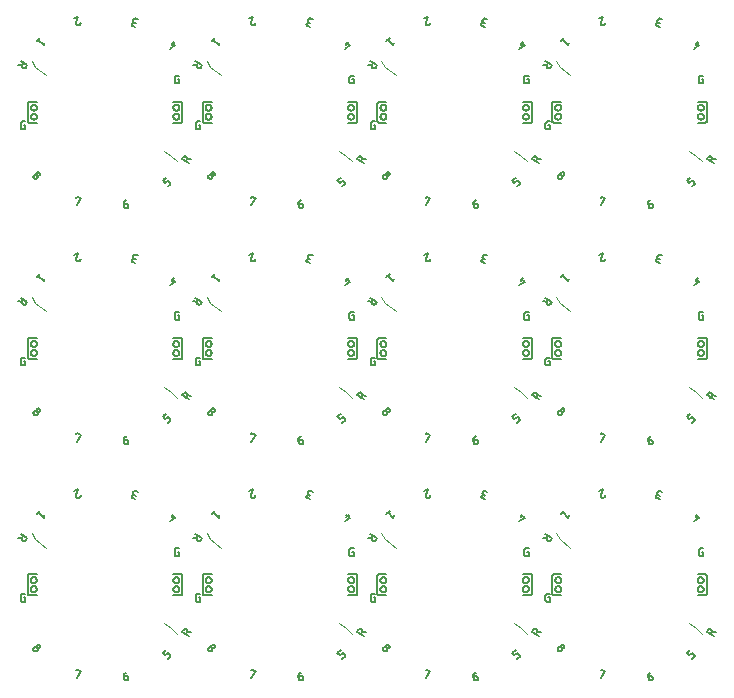
<source format=gto>
G75*
%MOIN*%
%OFA0B0*%
%FSLAX25Y25*%
%IPPOS*%
%LPD*%
%AMOC8*
5,1,8,0,0,1.08239X$1,22.5*
%
%ADD10C,0.00600*%
%ADD11C,0.00394*%
%ADD12C,0.00500*%
D10*
X0071428Y0076365D02*
X0071389Y0076329D01*
X0071348Y0076296D01*
X0071304Y0076266D01*
X0071259Y0076239D01*
X0071211Y0076216D01*
X0071162Y0076197D01*
X0071112Y0076181D01*
X0071061Y0076168D01*
X0071009Y0076160D01*
X0070956Y0076155D01*
X0070904Y0076154D01*
X0070851Y0076157D01*
X0070799Y0076164D01*
X0070747Y0076175D01*
X0070696Y0076189D01*
X0070647Y0076207D01*
X0070599Y0076229D01*
X0070552Y0076254D01*
X0070508Y0076282D01*
X0070465Y0076313D01*
X0070426Y0076348D01*
X0070388Y0076385D01*
X0070354Y0076425D01*
X0070323Y0076468D01*
X0070294Y0076512D01*
X0070269Y0076559D01*
X0070248Y0076607D01*
X0070230Y0076657D01*
X0070216Y0076707D01*
X0070206Y0076759D01*
X0070199Y0076811D01*
X0070196Y0076864D01*
X0070197Y0076917D01*
X0070202Y0076969D01*
X0070211Y0077021D01*
X0070223Y0077073D01*
X0070239Y0077123D01*
X0070259Y0077172D01*
X0070283Y0077219D01*
X0070309Y0077264D01*
X0070339Y0077308D01*
X0070372Y0077349D01*
X0070408Y0077387D01*
X0070447Y0077423D01*
X0070488Y0077456D01*
X0070532Y0077486D01*
X0070577Y0077513D01*
X0070625Y0077536D01*
X0070674Y0077555D01*
X0070724Y0077571D01*
X0070775Y0077584D01*
X0070827Y0077592D01*
X0070880Y0077597D01*
X0070932Y0077598D01*
X0070985Y0077595D01*
X0071037Y0077588D01*
X0071089Y0077577D01*
X0071140Y0077563D01*
X0071189Y0077545D01*
X0071237Y0077523D01*
X0071284Y0077498D01*
X0071328Y0077470D01*
X0071371Y0077439D01*
X0071410Y0077404D01*
X0071448Y0077367D01*
X0071482Y0077327D01*
X0071513Y0077284D01*
X0071542Y0077240D01*
X0071567Y0077193D01*
X0071588Y0077145D01*
X0071606Y0077095D01*
X0071620Y0077045D01*
X0071630Y0076993D01*
X0071637Y0076941D01*
X0071640Y0076888D01*
X0071639Y0076835D01*
X0071634Y0076783D01*
X0071625Y0076731D01*
X0071613Y0076679D01*
X0071597Y0076629D01*
X0071577Y0076580D01*
X0071553Y0076533D01*
X0071527Y0076488D01*
X0071497Y0076444D01*
X0071464Y0076403D01*
X0071428Y0076365D01*
X0072247Y0077385D02*
X0072212Y0077352D01*
X0072174Y0077323D01*
X0072134Y0077297D01*
X0072092Y0077274D01*
X0072048Y0077255D01*
X0072003Y0077240D01*
X0071957Y0077228D01*
X0071909Y0077220D01*
X0071862Y0077216D01*
X0071814Y0077217D01*
X0071766Y0077221D01*
X0071719Y0077229D01*
X0071673Y0077240D01*
X0071628Y0077256D01*
X0071584Y0077275D01*
X0071542Y0077298D01*
X0071502Y0077324D01*
X0071465Y0077354D01*
X0071430Y0077386D01*
X0071397Y0077421D01*
X0071368Y0077459D01*
X0071342Y0077499D01*
X0071319Y0077541D01*
X0071300Y0077585D01*
X0071285Y0077630D01*
X0071273Y0077676D01*
X0071265Y0077723D01*
X0071261Y0077771D01*
X0071262Y0077819D01*
X0071266Y0077866D01*
X0071274Y0077914D01*
X0071285Y0077960D01*
X0071301Y0078005D01*
X0071320Y0078049D01*
X0071343Y0078091D01*
X0071369Y0078131D01*
X0071399Y0078168D01*
X0071431Y0078203D01*
X0071465Y0078235D01*
X0071502Y0078264D01*
X0071541Y0078289D01*
X0071582Y0078312D01*
X0071624Y0078331D01*
X0071668Y0078346D01*
X0071713Y0078358D01*
X0071759Y0078366D01*
X0071805Y0078371D01*
X0071852Y0078372D01*
X0071898Y0078369D01*
X0071944Y0078362D01*
X0071990Y0078352D01*
X0072034Y0078338D01*
X0072077Y0078321D01*
X0072119Y0078300D01*
X0072159Y0078276D01*
X0072196Y0078248D01*
X0072232Y0078218D01*
X0072265Y0078185D01*
X0072295Y0078150D01*
X0072322Y0078112D01*
X0072346Y0078072D01*
X0072366Y0078030D01*
X0072384Y0077987D01*
X0072398Y0077943D01*
X0072408Y0077897D01*
X0072414Y0077851D01*
X0072417Y0077805D01*
X0072416Y0077758D01*
X0072411Y0077712D01*
X0072403Y0077666D01*
X0072391Y0077621D01*
X0072375Y0077577D01*
X0072356Y0077535D01*
X0072333Y0077494D01*
X0072307Y0077455D01*
X0072279Y0077419D01*
X0072247Y0077385D01*
X0084594Y0069983D02*
X0085989Y0069610D01*
X0084619Y0067285D01*
X0084519Y0069704D02*
X0084594Y0069983D01*
X0100286Y0067616D02*
X0100473Y0066919D01*
X0100286Y0067616D02*
X0101123Y0067840D01*
X0100285Y0067616D02*
X0100270Y0067681D01*
X0100258Y0067747D01*
X0100250Y0067814D01*
X0100246Y0067881D01*
X0100246Y0067949D01*
X0100250Y0068016D01*
X0100258Y0068083D01*
X0100270Y0068149D01*
X0100285Y0068214D01*
X0100305Y0068279D01*
X0100328Y0068342D01*
X0100354Y0068404D01*
X0100384Y0068464D01*
X0100418Y0068522D01*
X0100455Y0068578D01*
X0100495Y0068632D01*
X0100538Y0068683D01*
X0100585Y0068732D01*
X0100633Y0068779D01*
X0100685Y0068822D01*
X0100739Y0068862D01*
X0100795Y0068899D01*
X0100853Y0068933D01*
X0100913Y0068963D01*
X0100975Y0068989D01*
X0101038Y0069012D01*
X0101103Y0069032D01*
X0101123Y0067840D02*
X0101170Y0067851D01*
X0101217Y0067857D01*
X0101265Y0067860D01*
X0101313Y0067859D01*
X0101360Y0067853D01*
X0101407Y0067844D01*
X0101453Y0067831D01*
X0101498Y0067814D01*
X0101541Y0067794D01*
X0101582Y0067770D01*
X0101622Y0067743D01*
X0101659Y0067713D01*
X0101693Y0067679D01*
X0101724Y0067643D01*
X0101752Y0067605D01*
X0101777Y0067564D01*
X0101799Y0067521D01*
X0101817Y0067477D01*
X0101831Y0067432D01*
X0101868Y0067292D01*
X0101880Y0067240D01*
X0101888Y0067188D01*
X0101892Y0067136D01*
X0101893Y0067083D01*
X0101889Y0067030D01*
X0101882Y0066978D01*
X0101871Y0066927D01*
X0101856Y0066876D01*
X0101837Y0066827D01*
X0101815Y0066779D01*
X0101790Y0066733D01*
X0101761Y0066688D01*
X0101729Y0066647D01*
X0101694Y0066607D01*
X0101656Y0066570D01*
X0101616Y0066536D01*
X0101573Y0066505D01*
X0101528Y0066478D01*
X0101481Y0066453D01*
X0101433Y0066432D01*
X0101383Y0066415D01*
X0101332Y0066401D01*
X0101280Y0066391D01*
X0101228Y0066385D01*
X0101175Y0066383D01*
X0101123Y0066385D01*
X0101070Y0066390D01*
X0101018Y0066399D01*
X0100967Y0066412D01*
X0100917Y0066429D01*
X0100869Y0066449D01*
X0100821Y0066473D01*
X0100776Y0066500D01*
X0100733Y0066531D01*
X0100692Y0066564D01*
X0100654Y0066601D01*
X0100619Y0066640D01*
X0100586Y0066681D01*
X0100557Y0066725D01*
X0100531Y0066771D01*
X0100508Y0066819D01*
X0100489Y0066868D01*
X0100474Y0066918D01*
X0113270Y0075643D02*
X0114391Y0076554D01*
X0114671Y0075293D02*
X0113999Y0074746D01*
X0113270Y0075643D01*
X0114671Y0075293D02*
X0114708Y0075320D01*
X0114746Y0075344D01*
X0114786Y0075365D01*
X0114828Y0075383D01*
X0114871Y0075398D01*
X0114915Y0075409D01*
X0114960Y0075417D01*
X0115005Y0075421D01*
X0115050Y0075422D01*
X0115095Y0075419D01*
X0115140Y0075413D01*
X0115185Y0075403D01*
X0115228Y0075389D01*
X0115270Y0075372D01*
X0115311Y0075352D01*
X0115350Y0075329D01*
X0115387Y0075303D01*
X0115422Y0075274D01*
X0115455Y0075243D01*
X0115485Y0075209D01*
X0115484Y0075209D02*
X0115666Y0074984D01*
X0115667Y0074985D02*
X0115694Y0074948D01*
X0115718Y0074910D01*
X0115739Y0074870D01*
X0115757Y0074828D01*
X0115772Y0074785D01*
X0115783Y0074741D01*
X0115791Y0074696D01*
X0115795Y0074651D01*
X0115796Y0074606D01*
X0115793Y0074561D01*
X0115787Y0074516D01*
X0115777Y0074471D01*
X0115763Y0074428D01*
X0115746Y0074386D01*
X0115726Y0074345D01*
X0115703Y0074306D01*
X0115677Y0074269D01*
X0115648Y0074234D01*
X0115617Y0074201D01*
X0115583Y0074171D01*
X0115582Y0074172D02*
X0114910Y0073625D01*
X0119855Y0082657D02*
X0122107Y0081357D01*
X0121106Y0081935D02*
X0121467Y0082560D01*
X0121539Y0082685D02*
X0122829Y0082608D01*
X0121467Y0082560D02*
X0121492Y0082607D01*
X0121513Y0082655D01*
X0121531Y0082705D01*
X0121545Y0082755D01*
X0121555Y0082807D01*
X0121561Y0082860D01*
X0121564Y0082912D01*
X0121563Y0082965D01*
X0121558Y0083017D01*
X0121549Y0083069D01*
X0121536Y0083121D01*
X0121519Y0083171D01*
X0121499Y0083219D01*
X0121476Y0083267D01*
X0121449Y0083312D01*
X0121419Y0083355D01*
X0121386Y0083396D01*
X0121349Y0083435D01*
X0121311Y0083470D01*
X0121269Y0083503D01*
X0121226Y0083533D01*
X0121180Y0083559D01*
X0121132Y0083582D01*
X0121083Y0083601D01*
X0121033Y0083617D01*
X0120982Y0083629D01*
X0120930Y0083638D01*
X0120877Y0083642D01*
X0120824Y0083643D01*
X0120772Y0083640D01*
X0120720Y0083633D01*
X0120668Y0083622D01*
X0120617Y0083607D01*
X0120568Y0083589D01*
X0120520Y0083567D01*
X0120473Y0083542D01*
X0120429Y0083513D01*
X0120387Y0083482D01*
X0120347Y0083447D01*
X0120310Y0083409D01*
X0120276Y0083369D01*
X0120245Y0083327D01*
X0120217Y0083282D01*
X0120216Y0083283D02*
X0119855Y0082657D01*
X0124931Y0092647D02*
X0125798Y0092647D01*
X0125798Y0094092D01*
X0125365Y0094092D01*
X0124353Y0094669D02*
X0124355Y0094717D01*
X0124361Y0094764D01*
X0124371Y0094811D01*
X0124384Y0094857D01*
X0124402Y0094901D01*
X0124423Y0094944D01*
X0124447Y0094985D01*
X0124475Y0095024D01*
X0124506Y0095060D01*
X0124540Y0095094D01*
X0124576Y0095125D01*
X0124615Y0095153D01*
X0124656Y0095177D01*
X0124699Y0095198D01*
X0124743Y0095216D01*
X0124789Y0095229D01*
X0124836Y0095239D01*
X0124883Y0095245D01*
X0124931Y0095247D01*
X0125798Y0095247D01*
X0124354Y0094669D02*
X0124354Y0093225D01*
X0124353Y0093225D02*
X0124355Y0093180D01*
X0124360Y0093135D01*
X0124369Y0093090D01*
X0124381Y0093046D01*
X0124397Y0093004D01*
X0124416Y0092963D01*
X0124438Y0092923D01*
X0124463Y0092885D01*
X0124491Y0092850D01*
X0124522Y0092816D01*
X0124556Y0092785D01*
X0124591Y0092757D01*
X0124629Y0092732D01*
X0124669Y0092710D01*
X0124710Y0092691D01*
X0124752Y0092675D01*
X0124796Y0092663D01*
X0124841Y0092654D01*
X0124886Y0092649D01*
X0124931Y0092647D01*
X0129699Y0078203D02*
X0129667Y0078168D01*
X0129637Y0078131D01*
X0129611Y0078091D01*
X0129588Y0078049D01*
X0129569Y0078005D01*
X0129553Y0077960D01*
X0129542Y0077914D01*
X0129534Y0077866D01*
X0129530Y0077819D01*
X0129529Y0077771D01*
X0129533Y0077723D01*
X0129541Y0077676D01*
X0129553Y0077630D01*
X0129568Y0077585D01*
X0129587Y0077541D01*
X0129610Y0077499D01*
X0129636Y0077459D01*
X0129665Y0077421D01*
X0129698Y0077386D01*
X0129733Y0077354D01*
X0129770Y0077324D01*
X0129810Y0077298D01*
X0129852Y0077275D01*
X0129896Y0077256D01*
X0129941Y0077240D01*
X0129987Y0077229D01*
X0130034Y0077221D01*
X0130082Y0077217D01*
X0130130Y0077216D01*
X0130177Y0077220D01*
X0130225Y0077228D01*
X0130271Y0077240D01*
X0130316Y0077255D01*
X0130360Y0077274D01*
X0130402Y0077297D01*
X0130442Y0077323D01*
X0130480Y0077352D01*
X0130515Y0077385D01*
X0130547Y0077419D01*
X0130575Y0077455D01*
X0130601Y0077494D01*
X0130624Y0077535D01*
X0130643Y0077577D01*
X0130659Y0077621D01*
X0130671Y0077666D01*
X0130679Y0077712D01*
X0130684Y0077758D01*
X0130685Y0077805D01*
X0130682Y0077851D01*
X0130676Y0077897D01*
X0130666Y0077943D01*
X0130652Y0077987D01*
X0130634Y0078030D01*
X0130614Y0078072D01*
X0130590Y0078112D01*
X0130563Y0078150D01*
X0130533Y0078185D01*
X0130500Y0078218D01*
X0130464Y0078248D01*
X0130427Y0078276D01*
X0130387Y0078300D01*
X0130345Y0078321D01*
X0130302Y0078338D01*
X0130258Y0078352D01*
X0130212Y0078362D01*
X0130166Y0078369D01*
X0130120Y0078372D01*
X0130073Y0078371D01*
X0130027Y0078366D01*
X0129981Y0078358D01*
X0129936Y0078346D01*
X0129892Y0078331D01*
X0129850Y0078312D01*
X0129809Y0078289D01*
X0129770Y0078264D01*
X0129733Y0078235D01*
X0129699Y0078203D01*
X0128676Y0077387D02*
X0128640Y0077349D01*
X0128607Y0077308D01*
X0128577Y0077264D01*
X0128551Y0077219D01*
X0128527Y0077172D01*
X0128507Y0077123D01*
X0128491Y0077073D01*
X0128479Y0077021D01*
X0128470Y0076969D01*
X0128465Y0076917D01*
X0128464Y0076864D01*
X0128467Y0076811D01*
X0128474Y0076759D01*
X0128484Y0076707D01*
X0128498Y0076657D01*
X0128516Y0076607D01*
X0128537Y0076559D01*
X0128562Y0076512D01*
X0128591Y0076468D01*
X0128622Y0076425D01*
X0128656Y0076385D01*
X0128694Y0076348D01*
X0128733Y0076313D01*
X0128776Y0076282D01*
X0128820Y0076254D01*
X0128867Y0076229D01*
X0128915Y0076207D01*
X0128964Y0076189D01*
X0129015Y0076175D01*
X0129067Y0076164D01*
X0129119Y0076157D01*
X0129172Y0076154D01*
X0129224Y0076155D01*
X0129277Y0076160D01*
X0129329Y0076168D01*
X0129380Y0076181D01*
X0129430Y0076197D01*
X0129479Y0076216D01*
X0129527Y0076239D01*
X0129572Y0076266D01*
X0129616Y0076296D01*
X0129657Y0076329D01*
X0129696Y0076365D01*
X0129732Y0076403D01*
X0129765Y0076444D01*
X0129795Y0076488D01*
X0129821Y0076533D01*
X0129845Y0076580D01*
X0129865Y0076629D01*
X0129881Y0076679D01*
X0129893Y0076731D01*
X0129902Y0076783D01*
X0129907Y0076835D01*
X0129908Y0076888D01*
X0129905Y0076941D01*
X0129898Y0076993D01*
X0129888Y0077045D01*
X0129874Y0077095D01*
X0129856Y0077145D01*
X0129835Y0077193D01*
X0129810Y0077240D01*
X0129781Y0077284D01*
X0129750Y0077327D01*
X0129716Y0077367D01*
X0129678Y0077404D01*
X0129639Y0077439D01*
X0129596Y0077470D01*
X0129552Y0077498D01*
X0129505Y0077523D01*
X0129457Y0077545D01*
X0129408Y0077563D01*
X0129357Y0077577D01*
X0129305Y0077588D01*
X0129253Y0077595D01*
X0129200Y0077598D01*
X0129148Y0077597D01*
X0129095Y0077592D01*
X0129043Y0077584D01*
X0128992Y0077571D01*
X0128942Y0077555D01*
X0128893Y0077536D01*
X0128845Y0077513D01*
X0128800Y0077486D01*
X0128756Y0077456D01*
X0128715Y0077423D01*
X0128676Y0077387D01*
X0142862Y0069983D02*
X0144257Y0069610D01*
X0142886Y0067285D01*
X0142787Y0069704D02*
X0142862Y0069983D01*
X0158554Y0067616D02*
X0158741Y0066919D01*
X0158554Y0067616D02*
X0159391Y0067840D01*
X0158553Y0067616D02*
X0158538Y0067681D01*
X0158526Y0067747D01*
X0158518Y0067814D01*
X0158514Y0067881D01*
X0158514Y0067949D01*
X0158518Y0068016D01*
X0158526Y0068083D01*
X0158538Y0068149D01*
X0158553Y0068214D01*
X0158573Y0068279D01*
X0158596Y0068342D01*
X0158622Y0068404D01*
X0158652Y0068464D01*
X0158686Y0068522D01*
X0158723Y0068578D01*
X0158763Y0068632D01*
X0158806Y0068683D01*
X0158853Y0068732D01*
X0158901Y0068779D01*
X0158953Y0068822D01*
X0159007Y0068862D01*
X0159063Y0068899D01*
X0159121Y0068933D01*
X0159181Y0068963D01*
X0159243Y0068989D01*
X0159306Y0069012D01*
X0159371Y0069032D01*
X0160099Y0067432D02*
X0160136Y0067292D01*
X0160099Y0067432D02*
X0160085Y0067477D01*
X0160067Y0067521D01*
X0160045Y0067564D01*
X0160020Y0067605D01*
X0159992Y0067643D01*
X0159961Y0067679D01*
X0159927Y0067713D01*
X0159890Y0067743D01*
X0159850Y0067770D01*
X0159809Y0067794D01*
X0159766Y0067814D01*
X0159721Y0067831D01*
X0159675Y0067844D01*
X0159628Y0067853D01*
X0159581Y0067859D01*
X0159533Y0067860D01*
X0159485Y0067857D01*
X0159438Y0067851D01*
X0159391Y0067840D01*
X0160136Y0067292D02*
X0160148Y0067240D01*
X0160156Y0067188D01*
X0160160Y0067136D01*
X0160161Y0067083D01*
X0160157Y0067030D01*
X0160150Y0066978D01*
X0160139Y0066927D01*
X0160124Y0066876D01*
X0160105Y0066827D01*
X0160083Y0066779D01*
X0160058Y0066733D01*
X0160029Y0066688D01*
X0159997Y0066647D01*
X0159962Y0066607D01*
X0159924Y0066570D01*
X0159884Y0066536D01*
X0159841Y0066505D01*
X0159796Y0066478D01*
X0159749Y0066453D01*
X0159701Y0066432D01*
X0159651Y0066415D01*
X0159600Y0066401D01*
X0159548Y0066391D01*
X0159496Y0066385D01*
X0159443Y0066383D01*
X0159391Y0066385D01*
X0159338Y0066390D01*
X0159286Y0066399D01*
X0159235Y0066412D01*
X0159185Y0066429D01*
X0159137Y0066449D01*
X0159089Y0066473D01*
X0159044Y0066500D01*
X0159001Y0066531D01*
X0158960Y0066564D01*
X0158922Y0066601D01*
X0158887Y0066640D01*
X0158854Y0066681D01*
X0158825Y0066725D01*
X0158799Y0066771D01*
X0158776Y0066819D01*
X0158757Y0066868D01*
X0158742Y0066918D01*
X0171538Y0075643D02*
X0172659Y0076554D01*
X0172939Y0075293D02*
X0172266Y0074746D01*
X0171538Y0075643D01*
X0172938Y0075293D02*
X0172975Y0075320D01*
X0173013Y0075344D01*
X0173053Y0075365D01*
X0173095Y0075383D01*
X0173138Y0075398D01*
X0173182Y0075409D01*
X0173227Y0075417D01*
X0173272Y0075421D01*
X0173317Y0075422D01*
X0173362Y0075419D01*
X0173407Y0075413D01*
X0173452Y0075403D01*
X0173495Y0075389D01*
X0173537Y0075372D01*
X0173578Y0075352D01*
X0173617Y0075329D01*
X0173654Y0075303D01*
X0173689Y0075274D01*
X0173722Y0075243D01*
X0173752Y0075209D01*
X0173934Y0074984D01*
X0173935Y0074985D02*
X0173962Y0074948D01*
X0173986Y0074910D01*
X0174007Y0074870D01*
X0174025Y0074828D01*
X0174040Y0074785D01*
X0174051Y0074741D01*
X0174059Y0074696D01*
X0174063Y0074651D01*
X0174064Y0074606D01*
X0174061Y0074561D01*
X0174055Y0074516D01*
X0174045Y0074471D01*
X0174031Y0074428D01*
X0174014Y0074386D01*
X0173994Y0074345D01*
X0173971Y0074306D01*
X0173945Y0074269D01*
X0173916Y0074234D01*
X0173885Y0074201D01*
X0173851Y0074171D01*
X0173850Y0074172D02*
X0173177Y0073625D01*
X0178123Y0082657D02*
X0178484Y0083283D01*
X0178484Y0083282D02*
X0178512Y0083327D01*
X0178543Y0083369D01*
X0178577Y0083409D01*
X0178614Y0083447D01*
X0178654Y0083482D01*
X0178696Y0083513D01*
X0178740Y0083542D01*
X0178787Y0083567D01*
X0178835Y0083589D01*
X0178884Y0083607D01*
X0178935Y0083622D01*
X0178987Y0083633D01*
X0179039Y0083640D01*
X0179091Y0083643D01*
X0179144Y0083642D01*
X0179197Y0083638D01*
X0179249Y0083629D01*
X0179300Y0083617D01*
X0179350Y0083601D01*
X0179399Y0083582D01*
X0179447Y0083559D01*
X0179493Y0083533D01*
X0179536Y0083503D01*
X0179578Y0083470D01*
X0179616Y0083435D01*
X0179653Y0083396D01*
X0179686Y0083355D01*
X0179716Y0083312D01*
X0179743Y0083267D01*
X0179766Y0083219D01*
X0179786Y0083171D01*
X0179803Y0083121D01*
X0179816Y0083069D01*
X0179825Y0083017D01*
X0179830Y0082965D01*
X0179831Y0082912D01*
X0179828Y0082860D01*
X0179822Y0082807D01*
X0179812Y0082755D01*
X0179798Y0082705D01*
X0179780Y0082655D01*
X0179759Y0082607D01*
X0179734Y0082560D01*
X0179735Y0082560D02*
X0179374Y0081935D01*
X0179807Y0082685D02*
X0181097Y0082608D01*
X0180374Y0081357D02*
X0178123Y0082657D01*
X0183199Y0092647D02*
X0184066Y0092647D01*
X0184066Y0094092D01*
X0183632Y0094092D01*
X0182621Y0094669D02*
X0182623Y0094717D01*
X0182629Y0094764D01*
X0182639Y0094811D01*
X0182652Y0094857D01*
X0182670Y0094901D01*
X0182691Y0094944D01*
X0182715Y0094985D01*
X0182743Y0095024D01*
X0182774Y0095060D01*
X0182808Y0095094D01*
X0182844Y0095125D01*
X0182883Y0095153D01*
X0182924Y0095177D01*
X0182967Y0095198D01*
X0183011Y0095216D01*
X0183057Y0095229D01*
X0183104Y0095239D01*
X0183151Y0095245D01*
X0183199Y0095247D01*
X0184066Y0095247D01*
X0182621Y0094669D02*
X0182621Y0093225D01*
X0182623Y0093180D01*
X0182628Y0093135D01*
X0182637Y0093090D01*
X0182649Y0093046D01*
X0182665Y0093004D01*
X0182684Y0092963D01*
X0182706Y0092923D01*
X0182731Y0092885D01*
X0182759Y0092850D01*
X0182790Y0092816D01*
X0182824Y0092785D01*
X0182859Y0092757D01*
X0182897Y0092732D01*
X0182937Y0092710D01*
X0182978Y0092691D01*
X0183020Y0092675D01*
X0183064Y0092663D01*
X0183109Y0092654D01*
X0183154Y0092649D01*
X0183199Y0092647D01*
X0187966Y0078203D02*
X0187934Y0078168D01*
X0187904Y0078131D01*
X0187878Y0078091D01*
X0187855Y0078049D01*
X0187836Y0078005D01*
X0187820Y0077960D01*
X0187809Y0077914D01*
X0187801Y0077866D01*
X0187797Y0077819D01*
X0187796Y0077771D01*
X0187800Y0077723D01*
X0187808Y0077676D01*
X0187820Y0077630D01*
X0187835Y0077585D01*
X0187854Y0077541D01*
X0187877Y0077499D01*
X0187903Y0077459D01*
X0187932Y0077421D01*
X0187965Y0077386D01*
X0188000Y0077354D01*
X0188037Y0077324D01*
X0188077Y0077298D01*
X0188119Y0077275D01*
X0188163Y0077256D01*
X0188208Y0077240D01*
X0188254Y0077229D01*
X0188301Y0077221D01*
X0188349Y0077217D01*
X0188397Y0077216D01*
X0188444Y0077220D01*
X0188492Y0077228D01*
X0188538Y0077240D01*
X0188583Y0077255D01*
X0188627Y0077274D01*
X0188669Y0077297D01*
X0188709Y0077323D01*
X0188747Y0077352D01*
X0188782Y0077385D01*
X0188814Y0077419D01*
X0188842Y0077455D01*
X0188868Y0077494D01*
X0188891Y0077535D01*
X0188910Y0077577D01*
X0188926Y0077621D01*
X0188938Y0077666D01*
X0188946Y0077712D01*
X0188951Y0077758D01*
X0188952Y0077805D01*
X0188949Y0077851D01*
X0188943Y0077897D01*
X0188933Y0077943D01*
X0188919Y0077987D01*
X0188901Y0078030D01*
X0188881Y0078072D01*
X0188857Y0078112D01*
X0188830Y0078150D01*
X0188800Y0078185D01*
X0188767Y0078218D01*
X0188731Y0078248D01*
X0188694Y0078276D01*
X0188654Y0078300D01*
X0188612Y0078321D01*
X0188569Y0078338D01*
X0188525Y0078352D01*
X0188479Y0078362D01*
X0188433Y0078369D01*
X0188387Y0078372D01*
X0188340Y0078371D01*
X0188294Y0078366D01*
X0188248Y0078358D01*
X0188203Y0078346D01*
X0188159Y0078331D01*
X0188117Y0078312D01*
X0188076Y0078289D01*
X0188037Y0078264D01*
X0188000Y0078235D01*
X0187966Y0078203D01*
X0186944Y0077387D02*
X0186908Y0077349D01*
X0186875Y0077308D01*
X0186845Y0077264D01*
X0186819Y0077219D01*
X0186795Y0077172D01*
X0186775Y0077123D01*
X0186759Y0077073D01*
X0186747Y0077021D01*
X0186738Y0076969D01*
X0186733Y0076917D01*
X0186732Y0076864D01*
X0186735Y0076811D01*
X0186742Y0076759D01*
X0186752Y0076707D01*
X0186766Y0076657D01*
X0186784Y0076607D01*
X0186805Y0076559D01*
X0186830Y0076512D01*
X0186859Y0076468D01*
X0186890Y0076425D01*
X0186924Y0076385D01*
X0186962Y0076348D01*
X0187001Y0076313D01*
X0187044Y0076282D01*
X0187088Y0076254D01*
X0187135Y0076229D01*
X0187183Y0076207D01*
X0187232Y0076189D01*
X0187283Y0076175D01*
X0187335Y0076164D01*
X0187387Y0076157D01*
X0187440Y0076154D01*
X0187492Y0076155D01*
X0187545Y0076160D01*
X0187597Y0076168D01*
X0187648Y0076181D01*
X0187698Y0076197D01*
X0187747Y0076216D01*
X0187795Y0076239D01*
X0187840Y0076266D01*
X0187884Y0076296D01*
X0187925Y0076329D01*
X0187964Y0076365D01*
X0188000Y0076403D01*
X0188033Y0076444D01*
X0188063Y0076488D01*
X0188089Y0076533D01*
X0188113Y0076580D01*
X0188133Y0076629D01*
X0188149Y0076679D01*
X0188161Y0076731D01*
X0188170Y0076783D01*
X0188175Y0076835D01*
X0188176Y0076888D01*
X0188173Y0076941D01*
X0188166Y0076993D01*
X0188156Y0077045D01*
X0188142Y0077095D01*
X0188124Y0077145D01*
X0188103Y0077193D01*
X0188078Y0077240D01*
X0188049Y0077284D01*
X0188018Y0077327D01*
X0187984Y0077367D01*
X0187946Y0077404D01*
X0187907Y0077439D01*
X0187864Y0077470D01*
X0187820Y0077498D01*
X0187773Y0077523D01*
X0187725Y0077545D01*
X0187676Y0077563D01*
X0187625Y0077577D01*
X0187573Y0077588D01*
X0187521Y0077595D01*
X0187468Y0077598D01*
X0187416Y0077597D01*
X0187363Y0077592D01*
X0187311Y0077584D01*
X0187260Y0077571D01*
X0187210Y0077555D01*
X0187161Y0077536D01*
X0187113Y0077513D01*
X0187068Y0077486D01*
X0187024Y0077456D01*
X0186983Y0077423D01*
X0186944Y0077387D01*
X0201129Y0069983D02*
X0202525Y0069610D01*
X0201154Y0067285D01*
X0201055Y0069704D02*
X0201129Y0069983D01*
X0216822Y0067616D02*
X0217009Y0066919D01*
X0217009Y0066918D02*
X0217024Y0066868D01*
X0217043Y0066819D01*
X0217066Y0066771D01*
X0217092Y0066725D01*
X0217121Y0066681D01*
X0217154Y0066640D01*
X0217189Y0066601D01*
X0217227Y0066564D01*
X0217268Y0066531D01*
X0217311Y0066500D01*
X0217356Y0066473D01*
X0217404Y0066449D01*
X0217452Y0066429D01*
X0217502Y0066412D01*
X0217553Y0066399D01*
X0217605Y0066390D01*
X0217658Y0066385D01*
X0217710Y0066383D01*
X0217763Y0066385D01*
X0217815Y0066391D01*
X0217867Y0066401D01*
X0217918Y0066415D01*
X0217968Y0066432D01*
X0218016Y0066453D01*
X0218063Y0066478D01*
X0218108Y0066505D01*
X0218151Y0066536D01*
X0218191Y0066570D01*
X0218229Y0066607D01*
X0218264Y0066647D01*
X0218296Y0066688D01*
X0218325Y0066733D01*
X0218350Y0066779D01*
X0218372Y0066827D01*
X0218391Y0066876D01*
X0218406Y0066927D01*
X0218417Y0066978D01*
X0218424Y0067030D01*
X0218428Y0067083D01*
X0218427Y0067136D01*
X0218423Y0067188D01*
X0218415Y0067240D01*
X0218403Y0067292D01*
X0218404Y0067292D02*
X0218366Y0067432D01*
X0218352Y0067477D01*
X0218334Y0067521D01*
X0218312Y0067564D01*
X0218287Y0067605D01*
X0218259Y0067643D01*
X0218228Y0067679D01*
X0218194Y0067713D01*
X0218157Y0067743D01*
X0218117Y0067770D01*
X0218076Y0067794D01*
X0218033Y0067814D01*
X0217988Y0067831D01*
X0217942Y0067844D01*
X0217895Y0067853D01*
X0217848Y0067859D01*
X0217800Y0067860D01*
X0217752Y0067857D01*
X0217705Y0067851D01*
X0217658Y0067840D01*
X0217659Y0067840D02*
X0216822Y0067616D01*
X0216821Y0067616D02*
X0216806Y0067681D01*
X0216794Y0067747D01*
X0216786Y0067814D01*
X0216782Y0067881D01*
X0216782Y0067949D01*
X0216786Y0068016D01*
X0216794Y0068083D01*
X0216806Y0068149D01*
X0216821Y0068214D01*
X0216841Y0068279D01*
X0216864Y0068342D01*
X0216890Y0068404D01*
X0216920Y0068464D01*
X0216954Y0068522D01*
X0216991Y0068578D01*
X0217031Y0068632D01*
X0217074Y0068683D01*
X0217121Y0068732D01*
X0217169Y0068779D01*
X0217221Y0068822D01*
X0217275Y0068862D01*
X0217331Y0068899D01*
X0217389Y0068933D01*
X0217449Y0068963D01*
X0217511Y0068989D01*
X0217574Y0069012D01*
X0217639Y0069032D01*
X0229805Y0075643D02*
X0230926Y0076554D01*
X0231207Y0075293D02*
X0230534Y0074746D01*
X0229805Y0075643D01*
X0231206Y0075293D02*
X0231243Y0075320D01*
X0231281Y0075344D01*
X0231321Y0075365D01*
X0231363Y0075383D01*
X0231406Y0075398D01*
X0231450Y0075409D01*
X0231495Y0075417D01*
X0231540Y0075421D01*
X0231585Y0075422D01*
X0231630Y0075419D01*
X0231675Y0075413D01*
X0231720Y0075403D01*
X0231763Y0075389D01*
X0231805Y0075372D01*
X0231846Y0075352D01*
X0231885Y0075329D01*
X0231922Y0075303D01*
X0231957Y0075274D01*
X0231990Y0075243D01*
X0232020Y0075209D01*
X0232202Y0074984D01*
X0232202Y0074985D02*
X0232229Y0074948D01*
X0232253Y0074910D01*
X0232274Y0074870D01*
X0232292Y0074828D01*
X0232307Y0074785D01*
X0232318Y0074741D01*
X0232326Y0074696D01*
X0232330Y0074651D01*
X0232331Y0074606D01*
X0232328Y0074561D01*
X0232322Y0074516D01*
X0232312Y0074471D01*
X0232298Y0074428D01*
X0232281Y0074386D01*
X0232261Y0074345D01*
X0232238Y0074306D01*
X0232212Y0074269D01*
X0232183Y0074234D01*
X0232152Y0074201D01*
X0232118Y0074171D01*
X0232118Y0074172D02*
X0231445Y0073625D01*
X0237641Y0081935D02*
X0238003Y0082560D01*
X0238075Y0082685D02*
X0239364Y0082608D01*
X0238642Y0081357D02*
X0236390Y0082657D01*
X0236752Y0083283D01*
X0236752Y0083282D02*
X0236780Y0083327D01*
X0236811Y0083369D01*
X0236845Y0083409D01*
X0236882Y0083447D01*
X0236922Y0083482D01*
X0236964Y0083513D01*
X0237008Y0083542D01*
X0237055Y0083567D01*
X0237103Y0083589D01*
X0237152Y0083607D01*
X0237203Y0083622D01*
X0237255Y0083633D01*
X0237307Y0083640D01*
X0237359Y0083643D01*
X0237412Y0083642D01*
X0237465Y0083638D01*
X0237517Y0083629D01*
X0237568Y0083617D01*
X0237618Y0083601D01*
X0237667Y0083582D01*
X0237715Y0083559D01*
X0237761Y0083533D01*
X0237804Y0083503D01*
X0237846Y0083470D01*
X0237884Y0083435D01*
X0237921Y0083396D01*
X0237954Y0083355D01*
X0237984Y0083312D01*
X0238011Y0083267D01*
X0238034Y0083219D01*
X0238054Y0083171D01*
X0238071Y0083121D01*
X0238084Y0083069D01*
X0238093Y0083017D01*
X0238098Y0082965D01*
X0238099Y0082912D01*
X0238096Y0082860D01*
X0238090Y0082807D01*
X0238080Y0082755D01*
X0238066Y0082705D01*
X0238048Y0082655D01*
X0238027Y0082607D01*
X0238002Y0082560D01*
X0241467Y0092647D02*
X0242333Y0092647D01*
X0242333Y0094092D01*
X0241900Y0094092D01*
X0240889Y0094669D02*
X0240891Y0094717D01*
X0240897Y0094764D01*
X0240907Y0094811D01*
X0240920Y0094857D01*
X0240938Y0094901D01*
X0240959Y0094944D01*
X0240983Y0094985D01*
X0241011Y0095024D01*
X0241042Y0095060D01*
X0241076Y0095094D01*
X0241112Y0095125D01*
X0241151Y0095153D01*
X0241192Y0095177D01*
X0241235Y0095198D01*
X0241279Y0095216D01*
X0241325Y0095229D01*
X0241372Y0095239D01*
X0241419Y0095245D01*
X0241467Y0095247D01*
X0242333Y0095247D01*
X0240889Y0094669D02*
X0240889Y0093225D01*
X0240891Y0093180D01*
X0240896Y0093135D01*
X0240905Y0093090D01*
X0240917Y0093046D01*
X0240933Y0093004D01*
X0240952Y0092963D01*
X0240974Y0092923D01*
X0240999Y0092885D01*
X0241027Y0092850D01*
X0241058Y0092816D01*
X0241092Y0092785D01*
X0241127Y0092757D01*
X0241165Y0092732D01*
X0241205Y0092710D01*
X0241246Y0092691D01*
X0241288Y0092675D01*
X0241332Y0092663D01*
X0241377Y0092654D01*
X0241422Y0092649D01*
X0241467Y0092647D01*
X0246234Y0078203D02*
X0246202Y0078168D01*
X0246172Y0078131D01*
X0246146Y0078091D01*
X0246123Y0078049D01*
X0246104Y0078005D01*
X0246088Y0077960D01*
X0246077Y0077914D01*
X0246069Y0077866D01*
X0246065Y0077819D01*
X0246064Y0077771D01*
X0246068Y0077723D01*
X0246076Y0077676D01*
X0246088Y0077630D01*
X0246103Y0077585D01*
X0246122Y0077541D01*
X0246145Y0077499D01*
X0246171Y0077459D01*
X0246200Y0077421D01*
X0246233Y0077386D01*
X0246268Y0077354D01*
X0246305Y0077324D01*
X0246345Y0077298D01*
X0246387Y0077275D01*
X0246431Y0077256D01*
X0246476Y0077240D01*
X0246522Y0077229D01*
X0246569Y0077221D01*
X0246617Y0077217D01*
X0246665Y0077216D01*
X0246712Y0077220D01*
X0246760Y0077228D01*
X0246806Y0077240D01*
X0246851Y0077255D01*
X0246895Y0077274D01*
X0246937Y0077297D01*
X0246977Y0077323D01*
X0247015Y0077352D01*
X0247050Y0077385D01*
X0247082Y0077419D01*
X0247110Y0077455D01*
X0247136Y0077494D01*
X0247159Y0077535D01*
X0247178Y0077577D01*
X0247194Y0077621D01*
X0247206Y0077666D01*
X0247214Y0077712D01*
X0247219Y0077758D01*
X0247220Y0077805D01*
X0247217Y0077851D01*
X0247211Y0077897D01*
X0247201Y0077943D01*
X0247187Y0077987D01*
X0247169Y0078030D01*
X0247149Y0078072D01*
X0247125Y0078112D01*
X0247098Y0078150D01*
X0247068Y0078185D01*
X0247035Y0078218D01*
X0246999Y0078248D01*
X0246962Y0078276D01*
X0246922Y0078300D01*
X0246880Y0078321D01*
X0246837Y0078338D01*
X0246793Y0078352D01*
X0246747Y0078362D01*
X0246701Y0078369D01*
X0246655Y0078372D01*
X0246608Y0078371D01*
X0246562Y0078366D01*
X0246516Y0078358D01*
X0246471Y0078346D01*
X0246427Y0078331D01*
X0246385Y0078312D01*
X0246344Y0078289D01*
X0246305Y0078264D01*
X0246268Y0078235D01*
X0246234Y0078203D01*
X0245211Y0077387D02*
X0245175Y0077349D01*
X0245142Y0077308D01*
X0245112Y0077264D01*
X0245086Y0077219D01*
X0245062Y0077172D01*
X0245042Y0077123D01*
X0245026Y0077073D01*
X0245014Y0077021D01*
X0245005Y0076969D01*
X0245000Y0076917D01*
X0244999Y0076864D01*
X0245002Y0076811D01*
X0245009Y0076759D01*
X0245019Y0076707D01*
X0245033Y0076657D01*
X0245051Y0076607D01*
X0245072Y0076559D01*
X0245097Y0076512D01*
X0245126Y0076468D01*
X0245157Y0076425D01*
X0245191Y0076385D01*
X0245229Y0076348D01*
X0245268Y0076313D01*
X0245311Y0076282D01*
X0245355Y0076254D01*
X0245402Y0076229D01*
X0245450Y0076207D01*
X0245499Y0076189D01*
X0245550Y0076175D01*
X0245602Y0076164D01*
X0245654Y0076157D01*
X0245707Y0076154D01*
X0245759Y0076155D01*
X0245812Y0076160D01*
X0245864Y0076168D01*
X0245915Y0076181D01*
X0245965Y0076197D01*
X0246014Y0076216D01*
X0246062Y0076239D01*
X0246107Y0076266D01*
X0246151Y0076296D01*
X0246192Y0076329D01*
X0246231Y0076365D01*
X0246267Y0076403D01*
X0246300Y0076444D01*
X0246330Y0076488D01*
X0246356Y0076533D01*
X0246380Y0076580D01*
X0246400Y0076629D01*
X0246416Y0076679D01*
X0246428Y0076731D01*
X0246437Y0076783D01*
X0246442Y0076835D01*
X0246443Y0076888D01*
X0246440Y0076941D01*
X0246433Y0076993D01*
X0246423Y0077045D01*
X0246409Y0077095D01*
X0246391Y0077145D01*
X0246370Y0077193D01*
X0246345Y0077240D01*
X0246316Y0077284D01*
X0246285Y0077327D01*
X0246251Y0077367D01*
X0246213Y0077404D01*
X0246174Y0077439D01*
X0246131Y0077470D01*
X0246087Y0077498D01*
X0246040Y0077523D01*
X0245992Y0077545D01*
X0245943Y0077563D01*
X0245892Y0077577D01*
X0245840Y0077588D01*
X0245788Y0077595D01*
X0245735Y0077598D01*
X0245683Y0077597D01*
X0245630Y0077592D01*
X0245578Y0077584D01*
X0245527Y0077571D01*
X0245477Y0077555D01*
X0245428Y0077536D01*
X0245380Y0077513D01*
X0245335Y0077486D01*
X0245291Y0077456D01*
X0245250Y0077423D01*
X0245211Y0077387D01*
X0259397Y0069983D02*
X0260792Y0069610D01*
X0259422Y0067285D01*
X0259322Y0069704D02*
X0259397Y0069983D01*
X0275089Y0067616D02*
X0275276Y0066919D01*
X0275089Y0067616D02*
X0275927Y0067840D01*
X0275089Y0067616D02*
X0275074Y0067681D01*
X0275062Y0067747D01*
X0275054Y0067814D01*
X0275050Y0067881D01*
X0275050Y0067949D01*
X0275054Y0068016D01*
X0275062Y0068083D01*
X0275074Y0068149D01*
X0275089Y0068214D01*
X0275109Y0068279D01*
X0275132Y0068342D01*
X0275158Y0068404D01*
X0275188Y0068464D01*
X0275222Y0068522D01*
X0275259Y0068578D01*
X0275299Y0068632D01*
X0275342Y0068683D01*
X0275389Y0068732D01*
X0275437Y0068779D01*
X0275489Y0068822D01*
X0275543Y0068862D01*
X0275599Y0068899D01*
X0275657Y0068933D01*
X0275717Y0068963D01*
X0275779Y0068989D01*
X0275842Y0069012D01*
X0275907Y0069032D01*
X0276634Y0067432D02*
X0276672Y0067292D01*
X0276634Y0067432D02*
X0276620Y0067477D01*
X0276602Y0067521D01*
X0276580Y0067564D01*
X0276555Y0067605D01*
X0276527Y0067643D01*
X0276496Y0067679D01*
X0276462Y0067713D01*
X0276425Y0067743D01*
X0276385Y0067770D01*
X0276344Y0067794D01*
X0276301Y0067814D01*
X0276256Y0067831D01*
X0276210Y0067844D01*
X0276163Y0067853D01*
X0276116Y0067859D01*
X0276068Y0067860D01*
X0276020Y0067857D01*
X0275973Y0067851D01*
X0275926Y0067840D01*
X0276671Y0067292D02*
X0276683Y0067240D01*
X0276691Y0067188D01*
X0276695Y0067136D01*
X0276696Y0067083D01*
X0276692Y0067030D01*
X0276685Y0066978D01*
X0276674Y0066927D01*
X0276659Y0066876D01*
X0276640Y0066827D01*
X0276618Y0066779D01*
X0276593Y0066733D01*
X0276564Y0066688D01*
X0276532Y0066647D01*
X0276497Y0066607D01*
X0276459Y0066570D01*
X0276419Y0066536D01*
X0276376Y0066505D01*
X0276331Y0066478D01*
X0276284Y0066453D01*
X0276236Y0066432D01*
X0276186Y0066415D01*
X0276135Y0066401D01*
X0276083Y0066391D01*
X0276031Y0066385D01*
X0275978Y0066383D01*
X0275926Y0066385D01*
X0275873Y0066390D01*
X0275821Y0066399D01*
X0275770Y0066412D01*
X0275720Y0066429D01*
X0275672Y0066449D01*
X0275624Y0066473D01*
X0275579Y0066500D01*
X0275536Y0066531D01*
X0275495Y0066564D01*
X0275457Y0066601D01*
X0275422Y0066640D01*
X0275389Y0066681D01*
X0275360Y0066725D01*
X0275334Y0066771D01*
X0275311Y0066819D01*
X0275292Y0066868D01*
X0275277Y0066918D01*
X0288073Y0075643D02*
X0289194Y0076554D01*
X0289474Y0075293D02*
X0288802Y0074746D01*
X0288073Y0075643D01*
X0289474Y0075293D02*
X0289511Y0075320D01*
X0289549Y0075344D01*
X0289589Y0075365D01*
X0289631Y0075383D01*
X0289674Y0075398D01*
X0289718Y0075409D01*
X0289763Y0075417D01*
X0289808Y0075421D01*
X0289853Y0075422D01*
X0289898Y0075419D01*
X0289943Y0075413D01*
X0289988Y0075403D01*
X0290031Y0075389D01*
X0290073Y0075372D01*
X0290114Y0075352D01*
X0290153Y0075329D01*
X0290190Y0075303D01*
X0290225Y0075274D01*
X0290258Y0075243D01*
X0290288Y0075209D01*
X0290287Y0075209D02*
X0290469Y0074984D01*
X0290470Y0074985D02*
X0290497Y0074948D01*
X0290521Y0074910D01*
X0290542Y0074870D01*
X0290560Y0074828D01*
X0290575Y0074785D01*
X0290586Y0074741D01*
X0290594Y0074696D01*
X0290598Y0074651D01*
X0290599Y0074606D01*
X0290596Y0074561D01*
X0290590Y0074516D01*
X0290580Y0074471D01*
X0290566Y0074428D01*
X0290549Y0074386D01*
X0290529Y0074345D01*
X0290506Y0074306D01*
X0290480Y0074269D01*
X0290451Y0074234D01*
X0290420Y0074201D01*
X0290386Y0074171D01*
X0290385Y0074172D02*
X0289713Y0073625D01*
X0294658Y0082657D02*
X0296910Y0081357D01*
X0295909Y0081935D02*
X0296270Y0082560D01*
X0296342Y0082685D02*
X0297632Y0082608D01*
X0296270Y0082560D02*
X0296295Y0082607D01*
X0296316Y0082655D01*
X0296334Y0082705D01*
X0296348Y0082755D01*
X0296358Y0082807D01*
X0296364Y0082860D01*
X0296367Y0082912D01*
X0296366Y0082965D01*
X0296361Y0083017D01*
X0296352Y0083069D01*
X0296339Y0083121D01*
X0296322Y0083171D01*
X0296302Y0083219D01*
X0296279Y0083267D01*
X0296252Y0083312D01*
X0296222Y0083355D01*
X0296189Y0083396D01*
X0296152Y0083435D01*
X0296114Y0083470D01*
X0296072Y0083503D01*
X0296029Y0083533D01*
X0295983Y0083559D01*
X0295935Y0083582D01*
X0295886Y0083601D01*
X0295836Y0083617D01*
X0295785Y0083629D01*
X0295733Y0083638D01*
X0295680Y0083642D01*
X0295627Y0083643D01*
X0295575Y0083640D01*
X0295523Y0083633D01*
X0295471Y0083622D01*
X0295420Y0083607D01*
X0295371Y0083589D01*
X0295323Y0083567D01*
X0295276Y0083542D01*
X0295232Y0083513D01*
X0295190Y0083482D01*
X0295150Y0083447D01*
X0295113Y0083409D01*
X0295079Y0083369D01*
X0295048Y0083327D01*
X0295020Y0083282D01*
X0295019Y0083283D02*
X0294658Y0082657D01*
X0293515Y0107908D02*
X0292648Y0107908D01*
X0292603Y0107910D01*
X0292558Y0107915D01*
X0292513Y0107924D01*
X0292469Y0107936D01*
X0292427Y0107952D01*
X0292386Y0107971D01*
X0292346Y0107993D01*
X0292308Y0108018D01*
X0292273Y0108046D01*
X0292239Y0108077D01*
X0292208Y0108111D01*
X0292180Y0108146D01*
X0292155Y0108184D01*
X0292133Y0108224D01*
X0292114Y0108265D01*
X0292098Y0108307D01*
X0292086Y0108351D01*
X0292077Y0108396D01*
X0292072Y0108441D01*
X0292070Y0108486D01*
X0292070Y0109930D01*
X0292072Y0109978D01*
X0292078Y0110025D01*
X0292088Y0110072D01*
X0292101Y0110118D01*
X0292119Y0110162D01*
X0292140Y0110205D01*
X0292164Y0110246D01*
X0292192Y0110285D01*
X0292223Y0110321D01*
X0292257Y0110355D01*
X0292293Y0110386D01*
X0292332Y0110414D01*
X0292373Y0110438D01*
X0292416Y0110459D01*
X0292460Y0110477D01*
X0292506Y0110490D01*
X0292553Y0110500D01*
X0292600Y0110506D01*
X0292648Y0110508D01*
X0293515Y0110508D01*
X0293515Y0109352D02*
X0293515Y0107908D01*
X0293515Y0109352D02*
X0293081Y0109352D01*
X0290452Y0119415D02*
X0292194Y0120593D01*
X0291088Y0121521D01*
X0291791Y0121685D02*
X0291048Y0120800D01*
X0278992Y0126848D02*
X0278169Y0127119D01*
X0278168Y0127119D02*
X0278125Y0127135D01*
X0278083Y0127155D01*
X0278042Y0127178D01*
X0278004Y0127204D01*
X0277968Y0127234D01*
X0277934Y0127266D01*
X0277903Y0127300D01*
X0277875Y0127337D01*
X0277850Y0127377D01*
X0277828Y0127418D01*
X0277810Y0127461D01*
X0277795Y0127505D01*
X0277783Y0127550D01*
X0277776Y0127596D01*
X0277772Y0127642D01*
X0277771Y0127689D01*
X0277775Y0127735D01*
X0277782Y0127781D01*
X0277793Y0127826D01*
X0277808Y0127870D01*
X0277826Y0127913D01*
X0277847Y0127955D01*
X0277872Y0127994D01*
X0277900Y0128032D01*
X0277930Y0128066D01*
X0277964Y0128099D01*
X0278000Y0128128D01*
X0278038Y0128155D01*
X0278078Y0128179D01*
X0278120Y0128199D01*
X0278163Y0128215D01*
X0278208Y0128229D01*
X0278254Y0128238D01*
X0278300Y0128244D01*
X0278346Y0128246D01*
X0278393Y0128244D01*
X0278439Y0128239D01*
X0278485Y0128230D01*
X0278530Y0128217D01*
X0279078Y0128036D01*
X0278666Y0128172D02*
X0278617Y0128190D01*
X0278569Y0128212D01*
X0278523Y0128238D01*
X0278478Y0128266D01*
X0278436Y0128298D01*
X0278397Y0128333D01*
X0278360Y0128370D01*
X0278325Y0128410D01*
X0278294Y0128453D01*
X0278266Y0128498D01*
X0278242Y0128544D01*
X0278221Y0128593D01*
X0278203Y0128642D01*
X0278189Y0128693D01*
X0278179Y0128745D01*
X0278173Y0128797D01*
X0278170Y0128850D01*
X0278171Y0128903D01*
X0278177Y0128955D01*
X0278186Y0129007D01*
X0278198Y0129058D01*
X0278215Y0129108D01*
X0278235Y0129157D01*
X0278258Y0129204D01*
X0278285Y0129250D01*
X0278316Y0129293D01*
X0278349Y0129334D01*
X0278385Y0129372D01*
X0278424Y0129408D01*
X0278465Y0129440D01*
X0278509Y0129470D01*
X0278555Y0129496D01*
X0278602Y0129519D01*
X0278651Y0129539D01*
X0278702Y0129554D01*
X0278753Y0129566D01*
X0278805Y0129575D01*
X0278858Y0129579D01*
X0278910Y0129580D01*
X0278963Y0129577D01*
X0279015Y0129569D01*
X0279067Y0129559D01*
X0279117Y0129544D01*
X0279118Y0129544D02*
X0279804Y0129318D01*
X0275276Y0145659D02*
X0275089Y0146356D01*
X0275927Y0146581D01*
X0275089Y0146356D02*
X0275074Y0146421D01*
X0275062Y0146487D01*
X0275054Y0146554D01*
X0275050Y0146621D01*
X0275050Y0146689D01*
X0275054Y0146756D01*
X0275062Y0146823D01*
X0275074Y0146889D01*
X0275089Y0146954D01*
X0275109Y0147019D01*
X0275132Y0147082D01*
X0275158Y0147144D01*
X0275188Y0147204D01*
X0275222Y0147262D01*
X0275259Y0147318D01*
X0275299Y0147372D01*
X0275342Y0147423D01*
X0275389Y0147472D01*
X0275437Y0147519D01*
X0275489Y0147562D01*
X0275543Y0147602D01*
X0275599Y0147639D01*
X0275657Y0147673D01*
X0275717Y0147703D01*
X0275779Y0147729D01*
X0275842Y0147752D01*
X0275907Y0147772D01*
X0276634Y0146172D02*
X0276672Y0146033D01*
X0276634Y0146173D02*
X0276620Y0146218D01*
X0276602Y0146262D01*
X0276580Y0146305D01*
X0276555Y0146346D01*
X0276527Y0146384D01*
X0276496Y0146420D01*
X0276462Y0146454D01*
X0276425Y0146484D01*
X0276385Y0146511D01*
X0276344Y0146535D01*
X0276301Y0146555D01*
X0276256Y0146572D01*
X0276210Y0146585D01*
X0276163Y0146594D01*
X0276116Y0146600D01*
X0276068Y0146601D01*
X0276020Y0146598D01*
X0275973Y0146592D01*
X0275926Y0146581D01*
X0276671Y0146033D02*
X0276683Y0145981D01*
X0276691Y0145929D01*
X0276695Y0145877D01*
X0276696Y0145824D01*
X0276692Y0145771D01*
X0276685Y0145719D01*
X0276674Y0145668D01*
X0276659Y0145617D01*
X0276640Y0145568D01*
X0276618Y0145520D01*
X0276593Y0145474D01*
X0276564Y0145429D01*
X0276532Y0145388D01*
X0276497Y0145348D01*
X0276459Y0145311D01*
X0276419Y0145277D01*
X0276376Y0145246D01*
X0276331Y0145219D01*
X0276284Y0145194D01*
X0276236Y0145173D01*
X0276186Y0145156D01*
X0276135Y0145142D01*
X0276083Y0145132D01*
X0276031Y0145126D01*
X0275978Y0145124D01*
X0275926Y0145126D01*
X0275873Y0145131D01*
X0275821Y0145140D01*
X0275770Y0145153D01*
X0275720Y0145170D01*
X0275672Y0145190D01*
X0275624Y0145214D01*
X0275579Y0145241D01*
X0275536Y0145272D01*
X0275495Y0145305D01*
X0275457Y0145342D01*
X0275422Y0145381D01*
X0275389Y0145422D01*
X0275360Y0145466D01*
X0275334Y0145512D01*
X0275311Y0145560D01*
X0275292Y0145609D01*
X0275277Y0145659D01*
X0260792Y0148350D02*
X0259422Y0146025D01*
X0259322Y0148444D02*
X0259397Y0148724D01*
X0260792Y0148350D01*
X0247050Y0156125D02*
X0247015Y0156092D01*
X0246977Y0156063D01*
X0246937Y0156037D01*
X0246895Y0156014D01*
X0246851Y0155995D01*
X0246806Y0155980D01*
X0246760Y0155968D01*
X0246712Y0155960D01*
X0246665Y0155956D01*
X0246617Y0155957D01*
X0246569Y0155961D01*
X0246522Y0155969D01*
X0246476Y0155980D01*
X0246431Y0155996D01*
X0246387Y0156015D01*
X0246345Y0156038D01*
X0246305Y0156064D01*
X0246268Y0156094D01*
X0246233Y0156126D01*
X0246200Y0156161D01*
X0246171Y0156199D01*
X0246145Y0156239D01*
X0246122Y0156281D01*
X0246103Y0156325D01*
X0246088Y0156370D01*
X0246076Y0156416D01*
X0246068Y0156463D01*
X0246064Y0156511D01*
X0246065Y0156559D01*
X0246069Y0156606D01*
X0246077Y0156654D01*
X0246088Y0156700D01*
X0246104Y0156745D01*
X0246123Y0156789D01*
X0246146Y0156831D01*
X0246172Y0156871D01*
X0246202Y0156908D01*
X0246234Y0156943D01*
X0246268Y0156975D01*
X0246305Y0157004D01*
X0246344Y0157029D01*
X0246385Y0157052D01*
X0246427Y0157071D01*
X0246471Y0157086D01*
X0246516Y0157098D01*
X0246562Y0157106D01*
X0246608Y0157111D01*
X0246655Y0157112D01*
X0246701Y0157109D01*
X0246747Y0157102D01*
X0246793Y0157092D01*
X0246837Y0157078D01*
X0246880Y0157061D01*
X0246922Y0157040D01*
X0246962Y0157016D01*
X0246999Y0156988D01*
X0247035Y0156958D01*
X0247068Y0156925D01*
X0247098Y0156890D01*
X0247125Y0156852D01*
X0247149Y0156812D01*
X0247169Y0156770D01*
X0247187Y0156727D01*
X0247201Y0156683D01*
X0247211Y0156637D01*
X0247217Y0156591D01*
X0247220Y0156545D01*
X0247219Y0156498D01*
X0247214Y0156452D01*
X0247206Y0156406D01*
X0247194Y0156361D01*
X0247178Y0156317D01*
X0247159Y0156275D01*
X0247136Y0156234D01*
X0247110Y0156195D01*
X0247082Y0156159D01*
X0247050Y0156125D01*
X0246231Y0155105D02*
X0246192Y0155069D01*
X0246151Y0155036D01*
X0246107Y0155006D01*
X0246062Y0154979D01*
X0246014Y0154956D01*
X0245965Y0154937D01*
X0245915Y0154921D01*
X0245864Y0154908D01*
X0245812Y0154900D01*
X0245759Y0154895D01*
X0245707Y0154894D01*
X0245654Y0154897D01*
X0245602Y0154904D01*
X0245550Y0154915D01*
X0245499Y0154929D01*
X0245450Y0154947D01*
X0245402Y0154969D01*
X0245355Y0154994D01*
X0245311Y0155022D01*
X0245268Y0155053D01*
X0245229Y0155088D01*
X0245191Y0155125D01*
X0245157Y0155165D01*
X0245126Y0155208D01*
X0245097Y0155252D01*
X0245072Y0155299D01*
X0245051Y0155347D01*
X0245033Y0155397D01*
X0245019Y0155447D01*
X0245009Y0155499D01*
X0245002Y0155551D01*
X0244999Y0155604D01*
X0245000Y0155657D01*
X0245005Y0155709D01*
X0245014Y0155761D01*
X0245026Y0155813D01*
X0245042Y0155863D01*
X0245062Y0155912D01*
X0245086Y0155959D01*
X0245112Y0156004D01*
X0245142Y0156048D01*
X0245175Y0156089D01*
X0245211Y0156127D01*
X0245250Y0156163D01*
X0245291Y0156196D01*
X0245335Y0156226D01*
X0245380Y0156253D01*
X0245428Y0156276D01*
X0245477Y0156295D01*
X0245527Y0156311D01*
X0245578Y0156324D01*
X0245630Y0156332D01*
X0245683Y0156337D01*
X0245735Y0156338D01*
X0245788Y0156335D01*
X0245840Y0156328D01*
X0245892Y0156317D01*
X0245943Y0156303D01*
X0245992Y0156285D01*
X0246040Y0156263D01*
X0246087Y0156238D01*
X0246131Y0156210D01*
X0246174Y0156179D01*
X0246213Y0156144D01*
X0246251Y0156107D01*
X0246285Y0156067D01*
X0246316Y0156024D01*
X0246345Y0155980D01*
X0246370Y0155933D01*
X0246391Y0155885D01*
X0246409Y0155835D01*
X0246423Y0155785D01*
X0246433Y0155733D01*
X0246440Y0155681D01*
X0246443Y0155628D01*
X0246442Y0155575D01*
X0246437Y0155523D01*
X0246428Y0155471D01*
X0246416Y0155419D01*
X0246400Y0155369D01*
X0246380Y0155320D01*
X0246356Y0155273D01*
X0246330Y0155228D01*
X0246300Y0155184D01*
X0246267Y0155143D01*
X0246231Y0155105D01*
X0238642Y0160097D02*
X0236390Y0161397D01*
X0236752Y0162023D01*
X0236780Y0162068D01*
X0236811Y0162110D01*
X0236845Y0162150D01*
X0236882Y0162188D01*
X0236922Y0162223D01*
X0236964Y0162254D01*
X0237008Y0162283D01*
X0237055Y0162308D01*
X0237103Y0162330D01*
X0237152Y0162348D01*
X0237203Y0162363D01*
X0237255Y0162374D01*
X0237307Y0162381D01*
X0237359Y0162384D01*
X0237412Y0162383D01*
X0237465Y0162379D01*
X0237517Y0162370D01*
X0237568Y0162358D01*
X0237618Y0162342D01*
X0237667Y0162323D01*
X0237715Y0162300D01*
X0237761Y0162274D01*
X0237804Y0162244D01*
X0237846Y0162211D01*
X0237884Y0162176D01*
X0237921Y0162137D01*
X0237954Y0162096D01*
X0237984Y0162053D01*
X0238011Y0162008D01*
X0238034Y0161960D01*
X0238054Y0161912D01*
X0238071Y0161862D01*
X0238084Y0161810D01*
X0238093Y0161758D01*
X0238098Y0161706D01*
X0238099Y0161653D01*
X0238096Y0161601D01*
X0238090Y0161548D01*
X0238080Y0161496D01*
X0238066Y0161446D01*
X0238048Y0161396D01*
X0238027Y0161348D01*
X0238002Y0161301D01*
X0238003Y0161300D02*
X0237641Y0160675D01*
X0238075Y0161426D02*
X0239364Y0161348D01*
X0241467Y0171387D02*
X0242333Y0171387D01*
X0242333Y0172832D01*
X0241900Y0172832D01*
X0240889Y0173410D02*
X0240891Y0173458D01*
X0240897Y0173505D01*
X0240907Y0173552D01*
X0240920Y0173598D01*
X0240938Y0173642D01*
X0240959Y0173685D01*
X0240983Y0173726D01*
X0241011Y0173765D01*
X0241042Y0173801D01*
X0241076Y0173835D01*
X0241112Y0173866D01*
X0241151Y0173894D01*
X0241192Y0173918D01*
X0241235Y0173939D01*
X0241279Y0173957D01*
X0241325Y0173970D01*
X0241372Y0173980D01*
X0241419Y0173986D01*
X0241467Y0173988D01*
X0241467Y0173987D02*
X0242333Y0173987D01*
X0240889Y0173410D02*
X0240889Y0171965D01*
X0240891Y0171920D01*
X0240896Y0171875D01*
X0240905Y0171830D01*
X0240917Y0171786D01*
X0240933Y0171744D01*
X0240952Y0171703D01*
X0240974Y0171663D01*
X0240999Y0171625D01*
X0241027Y0171590D01*
X0241058Y0171556D01*
X0241092Y0171525D01*
X0241127Y0171497D01*
X0241165Y0171472D01*
X0241205Y0171450D01*
X0241246Y0171431D01*
X0241288Y0171415D01*
X0241332Y0171403D01*
X0241377Y0171394D01*
X0241422Y0171389D01*
X0241467Y0171387D01*
X0235247Y0186648D02*
X0234380Y0186648D01*
X0234335Y0186650D01*
X0234290Y0186655D01*
X0234245Y0186664D01*
X0234201Y0186676D01*
X0234159Y0186692D01*
X0234118Y0186711D01*
X0234078Y0186733D01*
X0234040Y0186758D01*
X0234005Y0186786D01*
X0233971Y0186817D01*
X0233940Y0186851D01*
X0233912Y0186886D01*
X0233887Y0186924D01*
X0233865Y0186964D01*
X0233846Y0187005D01*
X0233830Y0187047D01*
X0233818Y0187091D01*
X0233809Y0187136D01*
X0233804Y0187181D01*
X0233802Y0187226D01*
X0233802Y0188670D01*
X0233804Y0188718D01*
X0233810Y0188765D01*
X0233820Y0188812D01*
X0233833Y0188858D01*
X0233851Y0188902D01*
X0233872Y0188945D01*
X0233896Y0188986D01*
X0233924Y0189025D01*
X0233955Y0189061D01*
X0233989Y0189095D01*
X0234025Y0189126D01*
X0234064Y0189154D01*
X0234105Y0189178D01*
X0234148Y0189199D01*
X0234192Y0189217D01*
X0234238Y0189230D01*
X0234285Y0189240D01*
X0234332Y0189246D01*
X0234380Y0189248D01*
X0235247Y0189248D01*
X0235247Y0188092D02*
X0235247Y0186648D01*
X0235247Y0188092D02*
X0234813Y0188092D01*
X0240007Y0192733D02*
X0241297Y0192656D01*
X0241369Y0192781D02*
X0241730Y0193406D01*
X0241370Y0192781D02*
X0241345Y0192734D01*
X0241324Y0192686D01*
X0241306Y0192636D01*
X0241292Y0192586D01*
X0241282Y0192534D01*
X0241276Y0192481D01*
X0241273Y0192429D01*
X0241274Y0192376D01*
X0241279Y0192324D01*
X0241288Y0192272D01*
X0241301Y0192220D01*
X0241318Y0192170D01*
X0241338Y0192122D01*
X0241361Y0192074D01*
X0241388Y0192029D01*
X0241418Y0191986D01*
X0241451Y0191945D01*
X0241488Y0191906D01*
X0241526Y0191871D01*
X0241568Y0191838D01*
X0241611Y0191808D01*
X0241657Y0191782D01*
X0241705Y0191759D01*
X0241754Y0191740D01*
X0241804Y0191724D01*
X0241855Y0191712D01*
X0241907Y0191703D01*
X0241960Y0191699D01*
X0242013Y0191698D01*
X0242065Y0191701D01*
X0242117Y0191708D01*
X0242169Y0191719D01*
X0242220Y0191734D01*
X0242269Y0191752D01*
X0242317Y0191774D01*
X0242364Y0191799D01*
X0242408Y0191828D01*
X0242450Y0191859D01*
X0242490Y0191894D01*
X0242527Y0191932D01*
X0242561Y0191972D01*
X0242592Y0192014D01*
X0242620Y0192059D01*
X0242620Y0192058D02*
X0242981Y0192684D01*
X0240729Y0193984D01*
X0246160Y0200704D02*
X0247182Y0201725D01*
X0246671Y0201215D02*
X0248510Y0199376D01*
X0248612Y0200295D01*
X0259374Y0207019D02*
X0260034Y0208797D01*
X0258677Y0208303D01*
X0260725Y0206896D02*
X0260726Y0206841D01*
X0260722Y0206786D01*
X0260715Y0206731D01*
X0260704Y0206677D01*
X0260690Y0206623D01*
X0260672Y0206571D01*
X0260651Y0206520D01*
X0260626Y0206470D01*
X0260599Y0206423D01*
X0260568Y0206377D01*
X0260534Y0206333D01*
X0260497Y0206292D01*
X0260458Y0206253D01*
X0260416Y0206217D01*
X0260372Y0206183D01*
X0260326Y0206153D01*
X0260278Y0206126D01*
X0260228Y0206102D01*
X0260177Y0206081D01*
X0260176Y0206081D02*
X0260130Y0206066D01*
X0260083Y0206055D01*
X0260035Y0206047D01*
X0259986Y0206043D01*
X0259938Y0206042D01*
X0259889Y0206045D01*
X0259841Y0206052D01*
X0259794Y0206062D01*
X0259747Y0206076D01*
X0259702Y0206093D01*
X0259657Y0206114D01*
X0259615Y0206137D01*
X0259575Y0206164D01*
X0259536Y0206194D01*
X0259500Y0206227D01*
X0259467Y0206262D01*
X0259436Y0206300D01*
X0259408Y0206339D01*
X0259383Y0206381D01*
X0259362Y0206425D01*
X0259343Y0206470D01*
X0259344Y0206470D02*
X0259328Y0206519D01*
X0259316Y0206569D01*
X0259308Y0206620D01*
X0259303Y0206671D01*
X0259302Y0206722D01*
X0259305Y0206774D01*
X0259312Y0206824D01*
X0259322Y0206875D01*
X0259336Y0206924D01*
X0259354Y0206972D01*
X0259375Y0207019D01*
X0259422Y0224765D02*
X0260792Y0227090D01*
X0259397Y0227464D01*
X0259322Y0227185D01*
X0247050Y0234865D02*
X0247015Y0234832D01*
X0246977Y0234803D01*
X0246937Y0234777D01*
X0246895Y0234754D01*
X0246851Y0234735D01*
X0246806Y0234720D01*
X0246760Y0234708D01*
X0246712Y0234700D01*
X0246665Y0234696D01*
X0246617Y0234697D01*
X0246569Y0234701D01*
X0246522Y0234709D01*
X0246476Y0234720D01*
X0246431Y0234736D01*
X0246387Y0234755D01*
X0246345Y0234778D01*
X0246305Y0234804D01*
X0246268Y0234834D01*
X0246233Y0234866D01*
X0246200Y0234901D01*
X0246171Y0234939D01*
X0246145Y0234979D01*
X0246122Y0235021D01*
X0246103Y0235065D01*
X0246088Y0235110D01*
X0246076Y0235156D01*
X0246068Y0235203D01*
X0246064Y0235251D01*
X0246065Y0235299D01*
X0246069Y0235346D01*
X0246077Y0235394D01*
X0246088Y0235440D01*
X0246104Y0235485D01*
X0246123Y0235529D01*
X0246146Y0235571D01*
X0246172Y0235611D01*
X0246202Y0235648D01*
X0246234Y0235683D01*
X0246268Y0235715D01*
X0246305Y0235744D01*
X0246344Y0235769D01*
X0246385Y0235792D01*
X0246427Y0235811D01*
X0246471Y0235826D01*
X0246516Y0235838D01*
X0246562Y0235846D01*
X0246608Y0235851D01*
X0246655Y0235852D01*
X0246701Y0235849D01*
X0246747Y0235842D01*
X0246793Y0235832D01*
X0246837Y0235818D01*
X0246880Y0235801D01*
X0246922Y0235780D01*
X0246962Y0235756D01*
X0246999Y0235728D01*
X0247035Y0235698D01*
X0247068Y0235665D01*
X0247098Y0235630D01*
X0247125Y0235592D01*
X0247149Y0235552D01*
X0247169Y0235510D01*
X0247187Y0235467D01*
X0247201Y0235423D01*
X0247211Y0235377D01*
X0247217Y0235331D01*
X0247220Y0235285D01*
X0247219Y0235238D01*
X0247214Y0235192D01*
X0247206Y0235146D01*
X0247194Y0235101D01*
X0247178Y0235057D01*
X0247159Y0235015D01*
X0247136Y0234974D01*
X0247110Y0234935D01*
X0247082Y0234899D01*
X0247050Y0234865D01*
X0246231Y0233846D02*
X0246192Y0233810D01*
X0246151Y0233777D01*
X0246107Y0233747D01*
X0246062Y0233720D01*
X0246014Y0233697D01*
X0245965Y0233678D01*
X0245915Y0233662D01*
X0245864Y0233649D01*
X0245812Y0233641D01*
X0245759Y0233636D01*
X0245707Y0233635D01*
X0245654Y0233638D01*
X0245602Y0233645D01*
X0245550Y0233656D01*
X0245499Y0233670D01*
X0245450Y0233688D01*
X0245402Y0233710D01*
X0245355Y0233735D01*
X0245311Y0233763D01*
X0245268Y0233794D01*
X0245229Y0233829D01*
X0245191Y0233866D01*
X0245157Y0233906D01*
X0245126Y0233949D01*
X0245097Y0233993D01*
X0245072Y0234040D01*
X0245051Y0234088D01*
X0245033Y0234138D01*
X0245019Y0234188D01*
X0245009Y0234240D01*
X0245002Y0234292D01*
X0244999Y0234345D01*
X0245000Y0234398D01*
X0245005Y0234450D01*
X0245014Y0234502D01*
X0245026Y0234554D01*
X0245042Y0234604D01*
X0245062Y0234653D01*
X0245086Y0234700D01*
X0245112Y0234745D01*
X0245142Y0234789D01*
X0245175Y0234830D01*
X0245211Y0234868D01*
X0245250Y0234904D01*
X0245291Y0234937D01*
X0245335Y0234967D01*
X0245380Y0234994D01*
X0245428Y0235017D01*
X0245477Y0235036D01*
X0245527Y0235052D01*
X0245578Y0235065D01*
X0245630Y0235073D01*
X0245683Y0235078D01*
X0245735Y0235079D01*
X0245788Y0235076D01*
X0245840Y0235069D01*
X0245892Y0235058D01*
X0245943Y0235044D01*
X0245992Y0235026D01*
X0246040Y0235004D01*
X0246087Y0234979D01*
X0246131Y0234951D01*
X0246174Y0234920D01*
X0246213Y0234885D01*
X0246251Y0234848D01*
X0246285Y0234808D01*
X0246316Y0234765D01*
X0246345Y0234721D01*
X0246370Y0234674D01*
X0246391Y0234626D01*
X0246409Y0234576D01*
X0246423Y0234526D01*
X0246433Y0234474D01*
X0246440Y0234422D01*
X0246443Y0234369D01*
X0246442Y0234316D01*
X0246437Y0234264D01*
X0246428Y0234212D01*
X0246416Y0234160D01*
X0246400Y0234110D01*
X0246380Y0234061D01*
X0246356Y0234014D01*
X0246330Y0233969D01*
X0246300Y0233925D01*
X0246267Y0233884D01*
X0246231Y0233846D01*
X0238642Y0238837D02*
X0236390Y0240137D01*
X0236752Y0240763D01*
X0236780Y0240808D01*
X0236811Y0240850D01*
X0236845Y0240890D01*
X0236882Y0240928D01*
X0236922Y0240963D01*
X0236964Y0240994D01*
X0237008Y0241023D01*
X0237055Y0241048D01*
X0237103Y0241070D01*
X0237152Y0241088D01*
X0237203Y0241103D01*
X0237255Y0241114D01*
X0237307Y0241121D01*
X0237359Y0241124D01*
X0237412Y0241123D01*
X0237465Y0241119D01*
X0237517Y0241110D01*
X0237568Y0241098D01*
X0237618Y0241082D01*
X0237667Y0241063D01*
X0237715Y0241040D01*
X0237761Y0241014D01*
X0237804Y0240984D01*
X0237846Y0240951D01*
X0237884Y0240916D01*
X0237921Y0240877D01*
X0237954Y0240836D01*
X0237984Y0240793D01*
X0238011Y0240748D01*
X0238034Y0240700D01*
X0238054Y0240652D01*
X0238071Y0240602D01*
X0238084Y0240550D01*
X0238093Y0240498D01*
X0238098Y0240446D01*
X0238099Y0240393D01*
X0238096Y0240341D01*
X0238090Y0240288D01*
X0238080Y0240236D01*
X0238066Y0240186D01*
X0238048Y0240136D01*
X0238027Y0240088D01*
X0238002Y0240041D01*
X0238003Y0240041D02*
X0237641Y0239415D01*
X0238075Y0240166D02*
X0239364Y0240088D01*
X0241467Y0250128D02*
X0242333Y0250128D01*
X0242333Y0251572D01*
X0241900Y0251572D01*
X0240889Y0252150D02*
X0240891Y0252198D01*
X0240897Y0252245D01*
X0240907Y0252292D01*
X0240920Y0252338D01*
X0240938Y0252382D01*
X0240959Y0252425D01*
X0240983Y0252466D01*
X0241011Y0252505D01*
X0241042Y0252541D01*
X0241076Y0252575D01*
X0241112Y0252606D01*
X0241151Y0252634D01*
X0241192Y0252658D01*
X0241235Y0252679D01*
X0241279Y0252697D01*
X0241325Y0252710D01*
X0241372Y0252720D01*
X0241419Y0252726D01*
X0241467Y0252728D01*
X0242333Y0252728D01*
X0240889Y0252150D02*
X0240889Y0250705D01*
X0240891Y0250660D01*
X0240896Y0250615D01*
X0240905Y0250570D01*
X0240917Y0250526D01*
X0240933Y0250484D01*
X0240952Y0250443D01*
X0240974Y0250403D01*
X0240999Y0250365D01*
X0241027Y0250330D01*
X0241058Y0250296D01*
X0241092Y0250265D01*
X0241127Y0250237D01*
X0241165Y0250212D01*
X0241205Y0250190D01*
X0241246Y0250171D01*
X0241288Y0250155D01*
X0241332Y0250143D01*
X0241377Y0250134D01*
X0241422Y0250129D01*
X0241467Y0250127D01*
X0235247Y0265388D02*
X0234380Y0265388D01*
X0234335Y0265390D01*
X0234290Y0265395D01*
X0234245Y0265404D01*
X0234201Y0265416D01*
X0234159Y0265432D01*
X0234118Y0265451D01*
X0234078Y0265473D01*
X0234040Y0265498D01*
X0234005Y0265526D01*
X0233971Y0265557D01*
X0233940Y0265591D01*
X0233912Y0265626D01*
X0233887Y0265664D01*
X0233865Y0265704D01*
X0233846Y0265745D01*
X0233830Y0265787D01*
X0233818Y0265831D01*
X0233809Y0265876D01*
X0233804Y0265921D01*
X0233802Y0265966D01*
X0233802Y0267410D01*
X0233804Y0267458D01*
X0233810Y0267505D01*
X0233820Y0267552D01*
X0233833Y0267598D01*
X0233851Y0267642D01*
X0233872Y0267685D01*
X0233896Y0267726D01*
X0233924Y0267765D01*
X0233955Y0267801D01*
X0233989Y0267835D01*
X0234025Y0267866D01*
X0234064Y0267894D01*
X0234105Y0267918D01*
X0234148Y0267939D01*
X0234192Y0267957D01*
X0234238Y0267970D01*
X0234285Y0267980D01*
X0234332Y0267986D01*
X0234380Y0267988D01*
X0235247Y0267988D01*
X0235247Y0266833D02*
X0235247Y0265388D01*
X0235247Y0266833D02*
X0234813Y0266833D01*
X0240007Y0271473D02*
X0241297Y0271396D01*
X0241369Y0271521D02*
X0241730Y0272146D01*
X0241370Y0271521D02*
X0241345Y0271474D01*
X0241324Y0271426D01*
X0241306Y0271376D01*
X0241292Y0271326D01*
X0241282Y0271274D01*
X0241276Y0271221D01*
X0241273Y0271169D01*
X0241274Y0271116D01*
X0241279Y0271064D01*
X0241288Y0271012D01*
X0241301Y0270960D01*
X0241318Y0270910D01*
X0241338Y0270862D01*
X0241361Y0270814D01*
X0241388Y0270769D01*
X0241418Y0270726D01*
X0241451Y0270685D01*
X0241488Y0270646D01*
X0241526Y0270611D01*
X0241568Y0270578D01*
X0241611Y0270548D01*
X0241657Y0270522D01*
X0241705Y0270499D01*
X0241754Y0270480D01*
X0241804Y0270464D01*
X0241855Y0270452D01*
X0241907Y0270443D01*
X0241960Y0270439D01*
X0242013Y0270438D01*
X0242065Y0270441D01*
X0242117Y0270448D01*
X0242169Y0270459D01*
X0242220Y0270474D01*
X0242269Y0270492D01*
X0242317Y0270514D01*
X0242364Y0270539D01*
X0242408Y0270568D01*
X0242450Y0270599D01*
X0242490Y0270634D01*
X0242527Y0270672D01*
X0242561Y0270712D01*
X0242592Y0270754D01*
X0242620Y0270799D01*
X0242981Y0271424D01*
X0240729Y0272724D01*
X0246160Y0279444D02*
X0247182Y0280465D01*
X0246671Y0279955D02*
X0248510Y0278116D01*
X0248612Y0279036D01*
X0259374Y0285759D02*
X0260034Y0287537D01*
X0258677Y0287043D01*
X0260725Y0285636D02*
X0260726Y0285581D01*
X0260722Y0285526D01*
X0260715Y0285471D01*
X0260704Y0285417D01*
X0260690Y0285363D01*
X0260672Y0285311D01*
X0260651Y0285260D01*
X0260626Y0285210D01*
X0260599Y0285163D01*
X0260568Y0285117D01*
X0260534Y0285073D01*
X0260497Y0285032D01*
X0260458Y0284993D01*
X0260416Y0284957D01*
X0260372Y0284923D01*
X0260326Y0284893D01*
X0260278Y0284866D01*
X0260228Y0284842D01*
X0260177Y0284821D01*
X0260176Y0284822D02*
X0260130Y0284807D01*
X0260083Y0284796D01*
X0260035Y0284788D01*
X0259986Y0284784D01*
X0259938Y0284783D01*
X0259889Y0284786D01*
X0259841Y0284793D01*
X0259794Y0284803D01*
X0259747Y0284817D01*
X0259702Y0284834D01*
X0259657Y0284855D01*
X0259615Y0284878D01*
X0259575Y0284905D01*
X0259536Y0284935D01*
X0259500Y0284968D01*
X0259467Y0285003D01*
X0259436Y0285041D01*
X0259408Y0285080D01*
X0259383Y0285122D01*
X0259362Y0285166D01*
X0259343Y0285211D01*
X0259344Y0285210D02*
X0259328Y0285259D01*
X0259316Y0285309D01*
X0259308Y0285360D01*
X0259303Y0285411D01*
X0259302Y0285462D01*
X0259305Y0285514D01*
X0259312Y0285564D01*
X0259322Y0285615D01*
X0259336Y0285664D01*
X0259354Y0285712D01*
X0259375Y0285759D01*
X0278169Y0284599D02*
X0278992Y0284329D01*
X0278168Y0284599D02*
X0278125Y0284615D01*
X0278083Y0284635D01*
X0278042Y0284658D01*
X0278004Y0284684D01*
X0277968Y0284714D01*
X0277934Y0284746D01*
X0277903Y0284780D01*
X0277875Y0284817D01*
X0277850Y0284857D01*
X0277828Y0284898D01*
X0277810Y0284941D01*
X0277795Y0284985D01*
X0277783Y0285030D01*
X0277776Y0285076D01*
X0277772Y0285122D01*
X0277771Y0285169D01*
X0277775Y0285215D01*
X0277782Y0285261D01*
X0277793Y0285306D01*
X0277808Y0285350D01*
X0277826Y0285393D01*
X0277847Y0285435D01*
X0277872Y0285474D01*
X0277900Y0285512D01*
X0277930Y0285546D01*
X0277964Y0285579D01*
X0278000Y0285608D01*
X0278038Y0285635D01*
X0278078Y0285659D01*
X0278120Y0285679D01*
X0278163Y0285695D01*
X0278208Y0285709D01*
X0278254Y0285718D01*
X0278300Y0285724D01*
X0278346Y0285726D01*
X0278393Y0285724D01*
X0278439Y0285719D01*
X0278485Y0285710D01*
X0278530Y0285697D01*
X0279078Y0285516D01*
X0278666Y0285652D02*
X0278617Y0285670D01*
X0278569Y0285692D01*
X0278523Y0285718D01*
X0278478Y0285746D01*
X0278436Y0285778D01*
X0278397Y0285813D01*
X0278360Y0285850D01*
X0278325Y0285890D01*
X0278294Y0285933D01*
X0278266Y0285978D01*
X0278242Y0286024D01*
X0278221Y0286073D01*
X0278203Y0286122D01*
X0278189Y0286173D01*
X0278179Y0286225D01*
X0278173Y0286277D01*
X0278170Y0286330D01*
X0278171Y0286383D01*
X0278177Y0286435D01*
X0278186Y0286487D01*
X0278198Y0286538D01*
X0278215Y0286588D01*
X0278235Y0286637D01*
X0278258Y0286684D01*
X0278285Y0286730D01*
X0278316Y0286773D01*
X0278349Y0286814D01*
X0278385Y0286852D01*
X0278424Y0286888D01*
X0278465Y0286920D01*
X0278509Y0286950D01*
X0278555Y0286976D01*
X0278602Y0286999D01*
X0278651Y0287019D01*
X0278702Y0287034D01*
X0278753Y0287046D01*
X0278805Y0287055D01*
X0278858Y0287059D01*
X0278910Y0287060D01*
X0278963Y0287057D01*
X0279015Y0287049D01*
X0279067Y0287039D01*
X0279117Y0287024D01*
X0279118Y0287024D02*
X0279804Y0286798D01*
X0291088Y0279002D02*
X0292194Y0278073D01*
X0290452Y0276895D01*
X0291048Y0278280D02*
X0291791Y0279166D01*
X0292648Y0267988D02*
X0293515Y0267988D01*
X0292648Y0267988D02*
X0292600Y0267986D01*
X0292553Y0267980D01*
X0292506Y0267970D01*
X0292460Y0267957D01*
X0292416Y0267939D01*
X0292373Y0267918D01*
X0292332Y0267894D01*
X0292293Y0267866D01*
X0292257Y0267835D01*
X0292223Y0267801D01*
X0292192Y0267765D01*
X0292164Y0267726D01*
X0292140Y0267685D01*
X0292119Y0267642D01*
X0292101Y0267598D01*
X0292088Y0267552D01*
X0292078Y0267505D01*
X0292072Y0267458D01*
X0292070Y0267410D01*
X0292070Y0265966D01*
X0292072Y0265921D01*
X0292077Y0265876D01*
X0292086Y0265831D01*
X0292098Y0265787D01*
X0292114Y0265745D01*
X0292133Y0265704D01*
X0292155Y0265664D01*
X0292180Y0265626D01*
X0292208Y0265591D01*
X0292239Y0265557D01*
X0292273Y0265526D01*
X0292308Y0265498D01*
X0292346Y0265473D01*
X0292386Y0265451D01*
X0292427Y0265432D01*
X0292469Y0265416D01*
X0292513Y0265404D01*
X0292558Y0265395D01*
X0292603Y0265390D01*
X0292648Y0265388D01*
X0293515Y0265388D01*
X0293515Y0266833D01*
X0293081Y0266833D01*
X0295019Y0240763D02*
X0294658Y0240137D01*
X0296910Y0238837D01*
X0295909Y0239415D02*
X0296270Y0240041D01*
X0296342Y0240166D02*
X0297632Y0240088D01*
X0296270Y0240041D02*
X0296295Y0240088D01*
X0296316Y0240136D01*
X0296334Y0240186D01*
X0296348Y0240236D01*
X0296358Y0240288D01*
X0296364Y0240341D01*
X0296367Y0240393D01*
X0296366Y0240446D01*
X0296361Y0240498D01*
X0296352Y0240550D01*
X0296339Y0240602D01*
X0296322Y0240652D01*
X0296302Y0240700D01*
X0296279Y0240748D01*
X0296252Y0240793D01*
X0296222Y0240836D01*
X0296189Y0240877D01*
X0296152Y0240916D01*
X0296114Y0240951D01*
X0296072Y0240984D01*
X0296029Y0241014D01*
X0295983Y0241040D01*
X0295935Y0241063D01*
X0295886Y0241082D01*
X0295836Y0241098D01*
X0295785Y0241110D01*
X0295733Y0241119D01*
X0295680Y0241123D01*
X0295627Y0241124D01*
X0295575Y0241121D01*
X0295523Y0241114D01*
X0295471Y0241103D01*
X0295420Y0241088D01*
X0295371Y0241070D01*
X0295323Y0241048D01*
X0295276Y0241023D01*
X0295232Y0240994D01*
X0295190Y0240963D01*
X0295150Y0240928D01*
X0295113Y0240890D01*
X0295079Y0240850D01*
X0295048Y0240808D01*
X0295020Y0240763D01*
X0289194Y0234034D02*
X0288073Y0233123D01*
X0288802Y0232226D01*
X0289474Y0232773D01*
X0289474Y0232774D02*
X0289511Y0232801D01*
X0289549Y0232825D01*
X0289589Y0232846D01*
X0289631Y0232864D01*
X0289674Y0232879D01*
X0289718Y0232890D01*
X0289763Y0232898D01*
X0289808Y0232902D01*
X0289853Y0232903D01*
X0289898Y0232900D01*
X0289943Y0232894D01*
X0289988Y0232884D01*
X0290031Y0232870D01*
X0290073Y0232853D01*
X0290114Y0232833D01*
X0290153Y0232810D01*
X0290190Y0232784D01*
X0290225Y0232755D01*
X0290258Y0232724D01*
X0290288Y0232690D01*
X0290287Y0232689D02*
X0290469Y0232465D01*
X0290470Y0232465D02*
X0290497Y0232428D01*
X0290521Y0232390D01*
X0290542Y0232350D01*
X0290560Y0232308D01*
X0290575Y0232265D01*
X0290586Y0232221D01*
X0290594Y0232176D01*
X0290598Y0232131D01*
X0290599Y0232086D01*
X0290596Y0232041D01*
X0290590Y0231996D01*
X0290580Y0231951D01*
X0290566Y0231908D01*
X0290549Y0231866D01*
X0290529Y0231825D01*
X0290506Y0231786D01*
X0290480Y0231749D01*
X0290451Y0231714D01*
X0290420Y0231681D01*
X0290386Y0231651D01*
X0290385Y0231652D02*
X0289713Y0231105D01*
X0276634Y0224912D02*
X0276672Y0224773D01*
X0276634Y0224913D02*
X0276620Y0224958D01*
X0276602Y0225002D01*
X0276580Y0225045D01*
X0276555Y0225086D01*
X0276527Y0225124D01*
X0276496Y0225160D01*
X0276462Y0225194D01*
X0276425Y0225224D01*
X0276385Y0225251D01*
X0276344Y0225275D01*
X0276301Y0225295D01*
X0276256Y0225312D01*
X0276210Y0225325D01*
X0276163Y0225334D01*
X0276116Y0225340D01*
X0276068Y0225341D01*
X0276020Y0225338D01*
X0275973Y0225332D01*
X0275926Y0225321D01*
X0275927Y0225321D02*
X0275089Y0225096D01*
X0275276Y0224399D01*
X0275277Y0224399D02*
X0275292Y0224349D01*
X0275311Y0224300D01*
X0275334Y0224252D01*
X0275360Y0224206D01*
X0275389Y0224162D01*
X0275422Y0224121D01*
X0275457Y0224082D01*
X0275495Y0224045D01*
X0275536Y0224012D01*
X0275579Y0223981D01*
X0275624Y0223954D01*
X0275672Y0223930D01*
X0275720Y0223910D01*
X0275770Y0223893D01*
X0275821Y0223880D01*
X0275873Y0223871D01*
X0275926Y0223866D01*
X0275978Y0223864D01*
X0276031Y0223866D01*
X0276083Y0223872D01*
X0276135Y0223882D01*
X0276186Y0223896D01*
X0276236Y0223913D01*
X0276284Y0223934D01*
X0276331Y0223959D01*
X0276376Y0223986D01*
X0276419Y0224017D01*
X0276459Y0224051D01*
X0276497Y0224088D01*
X0276532Y0224128D01*
X0276564Y0224169D01*
X0276593Y0224214D01*
X0276618Y0224260D01*
X0276640Y0224308D01*
X0276659Y0224357D01*
X0276674Y0224408D01*
X0276685Y0224459D01*
X0276692Y0224511D01*
X0276696Y0224564D01*
X0276695Y0224617D01*
X0276691Y0224669D01*
X0276683Y0224721D01*
X0276671Y0224773D01*
X0275089Y0225097D02*
X0275074Y0225162D01*
X0275062Y0225228D01*
X0275054Y0225295D01*
X0275050Y0225362D01*
X0275050Y0225430D01*
X0275054Y0225497D01*
X0275062Y0225564D01*
X0275074Y0225630D01*
X0275089Y0225695D01*
X0275109Y0225760D01*
X0275132Y0225823D01*
X0275158Y0225885D01*
X0275188Y0225945D01*
X0275222Y0226003D01*
X0275259Y0226059D01*
X0275299Y0226113D01*
X0275342Y0226164D01*
X0275389Y0226213D01*
X0275437Y0226260D01*
X0275489Y0226303D01*
X0275543Y0226343D01*
X0275599Y0226380D01*
X0275657Y0226414D01*
X0275717Y0226444D01*
X0275779Y0226470D01*
X0275842Y0226493D01*
X0275907Y0226513D01*
X0279118Y0208284D02*
X0279804Y0208058D01*
X0279117Y0208284D02*
X0279067Y0208299D01*
X0279015Y0208309D01*
X0278963Y0208317D01*
X0278910Y0208320D01*
X0278858Y0208319D01*
X0278805Y0208315D01*
X0278753Y0208306D01*
X0278702Y0208294D01*
X0278651Y0208279D01*
X0278602Y0208259D01*
X0278555Y0208236D01*
X0278509Y0208210D01*
X0278465Y0208180D01*
X0278424Y0208148D01*
X0278385Y0208112D01*
X0278349Y0208074D01*
X0278316Y0208033D01*
X0278285Y0207990D01*
X0278258Y0207944D01*
X0278235Y0207897D01*
X0278215Y0207848D01*
X0278198Y0207798D01*
X0278186Y0207747D01*
X0278177Y0207695D01*
X0278171Y0207643D01*
X0278170Y0207590D01*
X0278173Y0207537D01*
X0278179Y0207485D01*
X0278189Y0207433D01*
X0278203Y0207382D01*
X0278221Y0207333D01*
X0278242Y0207284D01*
X0278266Y0207238D01*
X0278294Y0207193D01*
X0278325Y0207150D01*
X0278360Y0207110D01*
X0278397Y0207073D01*
X0278436Y0207038D01*
X0278478Y0207006D01*
X0278523Y0206978D01*
X0278569Y0206952D01*
X0278617Y0206930D01*
X0278666Y0206912D01*
X0278530Y0206957D02*
X0279078Y0206776D01*
X0278530Y0206957D02*
X0278485Y0206970D01*
X0278439Y0206979D01*
X0278393Y0206984D01*
X0278346Y0206986D01*
X0278300Y0206984D01*
X0278254Y0206978D01*
X0278208Y0206969D01*
X0278163Y0206955D01*
X0278120Y0206939D01*
X0278078Y0206919D01*
X0278038Y0206895D01*
X0278000Y0206868D01*
X0277964Y0206839D01*
X0277930Y0206806D01*
X0277900Y0206772D01*
X0277872Y0206734D01*
X0277847Y0206695D01*
X0277826Y0206653D01*
X0277808Y0206610D01*
X0277793Y0206566D01*
X0277782Y0206521D01*
X0277775Y0206475D01*
X0277771Y0206429D01*
X0277772Y0206382D01*
X0277776Y0206336D01*
X0277783Y0206290D01*
X0277795Y0206245D01*
X0277810Y0206201D01*
X0277828Y0206158D01*
X0277850Y0206117D01*
X0277875Y0206077D01*
X0277903Y0206040D01*
X0277934Y0206006D01*
X0277968Y0205974D01*
X0278004Y0205944D01*
X0278042Y0205918D01*
X0278083Y0205895D01*
X0278125Y0205875D01*
X0278168Y0205859D01*
X0278169Y0205859D02*
X0278992Y0205588D01*
X0291088Y0200261D02*
X0292194Y0199333D01*
X0290452Y0198155D01*
X0291048Y0199540D02*
X0291791Y0200426D01*
X0292648Y0189248D02*
X0293515Y0189248D01*
X0292648Y0189248D02*
X0292600Y0189246D01*
X0292553Y0189240D01*
X0292506Y0189230D01*
X0292460Y0189217D01*
X0292416Y0189199D01*
X0292373Y0189178D01*
X0292332Y0189154D01*
X0292293Y0189126D01*
X0292257Y0189095D01*
X0292223Y0189061D01*
X0292192Y0189025D01*
X0292164Y0188986D01*
X0292140Y0188945D01*
X0292119Y0188902D01*
X0292101Y0188858D01*
X0292088Y0188812D01*
X0292078Y0188765D01*
X0292072Y0188718D01*
X0292070Y0188670D01*
X0292070Y0187226D01*
X0292072Y0187181D01*
X0292077Y0187136D01*
X0292086Y0187091D01*
X0292098Y0187047D01*
X0292114Y0187005D01*
X0292133Y0186964D01*
X0292155Y0186924D01*
X0292180Y0186886D01*
X0292208Y0186851D01*
X0292239Y0186817D01*
X0292273Y0186786D01*
X0292308Y0186758D01*
X0292346Y0186733D01*
X0292386Y0186711D01*
X0292427Y0186692D01*
X0292469Y0186676D01*
X0292513Y0186664D01*
X0292558Y0186655D01*
X0292603Y0186650D01*
X0292648Y0186648D01*
X0293515Y0186648D01*
X0293515Y0188092D01*
X0293081Y0188092D01*
X0295019Y0162023D02*
X0294658Y0161397D01*
X0296910Y0160097D01*
X0295909Y0160675D02*
X0296270Y0161300D01*
X0296342Y0161426D02*
X0297632Y0161348D01*
X0296270Y0161301D02*
X0296295Y0161348D01*
X0296316Y0161396D01*
X0296334Y0161446D01*
X0296348Y0161496D01*
X0296358Y0161548D01*
X0296364Y0161601D01*
X0296367Y0161653D01*
X0296366Y0161706D01*
X0296361Y0161758D01*
X0296352Y0161810D01*
X0296339Y0161862D01*
X0296322Y0161912D01*
X0296302Y0161960D01*
X0296279Y0162008D01*
X0296252Y0162053D01*
X0296222Y0162096D01*
X0296189Y0162137D01*
X0296152Y0162176D01*
X0296114Y0162211D01*
X0296072Y0162244D01*
X0296029Y0162274D01*
X0295983Y0162300D01*
X0295935Y0162323D01*
X0295886Y0162342D01*
X0295836Y0162358D01*
X0295785Y0162370D01*
X0295733Y0162379D01*
X0295680Y0162383D01*
X0295627Y0162384D01*
X0295575Y0162381D01*
X0295523Y0162374D01*
X0295471Y0162363D01*
X0295420Y0162348D01*
X0295371Y0162330D01*
X0295323Y0162308D01*
X0295276Y0162283D01*
X0295232Y0162254D01*
X0295190Y0162223D01*
X0295150Y0162188D01*
X0295113Y0162150D01*
X0295079Y0162110D01*
X0295048Y0162068D01*
X0295020Y0162023D01*
X0289194Y0155294D02*
X0288073Y0154383D01*
X0288802Y0153486D01*
X0289474Y0154033D01*
X0289511Y0154060D01*
X0289549Y0154084D01*
X0289589Y0154105D01*
X0289631Y0154123D01*
X0289674Y0154138D01*
X0289718Y0154149D01*
X0289763Y0154157D01*
X0289808Y0154161D01*
X0289853Y0154162D01*
X0289898Y0154159D01*
X0289943Y0154153D01*
X0289988Y0154143D01*
X0290031Y0154129D01*
X0290073Y0154112D01*
X0290114Y0154092D01*
X0290153Y0154069D01*
X0290190Y0154043D01*
X0290225Y0154014D01*
X0290258Y0153983D01*
X0290288Y0153949D01*
X0290287Y0153949D02*
X0290469Y0153725D01*
X0290470Y0153725D02*
X0290497Y0153688D01*
X0290521Y0153650D01*
X0290542Y0153610D01*
X0290560Y0153568D01*
X0290575Y0153525D01*
X0290586Y0153481D01*
X0290594Y0153436D01*
X0290598Y0153391D01*
X0290599Y0153346D01*
X0290596Y0153301D01*
X0290590Y0153256D01*
X0290580Y0153211D01*
X0290566Y0153168D01*
X0290549Y0153126D01*
X0290529Y0153085D01*
X0290506Y0153046D01*
X0290480Y0153009D01*
X0290451Y0152974D01*
X0290420Y0152941D01*
X0290386Y0152911D01*
X0290385Y0152912D02*
X0289713Y0152365D01*
X0260034Y0130056D02*
X0258677Y0129562D01*
X0260034Y0130056D02*
X0259374Y0128279D01*
X0260177Y0127341D02*
X0260228Y0127362D01*
X0260278Y0127386D01*
X0260326Y0127413D01*
X0260372Y0127443D01*
X0260416Y0127477D01*
X0260458Y0127513D01*
X0260497Y0127552D01*
X0260534Y0127593D01*
X0260568Y0127637D01*
X0260599Y0127683D01*
X0260626Y0127730D01*
X0260651Y0127780D01*
X0260672Y0127831D01*
X0260690Y0127883D01*
X0260704Y0127937D01*
X0260715Y0127991D01*
X0260722Y0128046D01*
X0260726Y0128101D01*
X0260725Y0128156D01*
X0259375Y0128279D02*
X0259354Y0128232D01*
X0259336Y0128184D01*
X0259322Y0128135D01*
X0259312Y0128084D01*
X0259305Y0128034D01*
X0259302Y0127982D01*
X0259303Y0127931D01*
X0259308Y0127880D01*
X0259316Y0127829D01*
X0259328Y0127779D01*
X0259344Y0127730D01*
X0259343Y0127730D02*
X0259362Y0127685D01*
X0259383Y0127641D01*
X0259408Y0127599D01*
X0259436Y0127560D01*
X0259467Y0127522D01*
X0259500Y0127487D01*
X0259536Y0127454D01*
X0259575Y0127424D01*
X0259615Y0127397D01*
X0259657Y0127374D01*
X0259702Y0127353D01*
X0259747Y0127336D01*
X0259794Y0127322D01*
X0259841Y0127312D01*
X0259889Y0127305D01*
X0259938Y0127302D01*
X0259986Y0127303D01*
X0260035Y0127307D01*
X0260083Y0127315D01*
X0260130Y0127326D01*
X0260176Y0127341D01*
X0248612Y0121555D02*
X0248510Y0120636D01*
X0246671Y0122474D01*
X0246160Y0121964D02*
X0247182Y0122985D01*
X0241730Y0114666D02*
X0241369Y0114040D01*
X0241297Y0113915D02*
X0240007Y0113993D01*
X0240729Y0115244D02*
X0242981Y0113944D01*
X0242620Y0113318D01*
X0242592Y0113273D01*
X0242561Y0113231D01*
X0242527Y0113191D01*
X0242490Y0113153D01*
X0242450Y0113118D01*
X0242408Y0113087D01*
X0242364Y0113058D01*
X0242317Y0113033D01*
X0242269Y0113011D01*
X0242220Y0112993D01*
X0242169Y0112978D01*
X0242117Y0112967D01*
X0242065Y0112960D01*
X0242013Y0112957D01*
X0241960Y0112958D01*
X0241907Y0112962D01*
X0241855Y0112971D01*
X0241804Y0112983D01*
X0241754Y0112999D01*
X0241705Y0113018D01*
X0241657Y0113041D01*
X0241611Y0113067D01*
X0241568Y0113097D01*
X0241526Y0113130D01*
X0241488Y0113165D01*
X0241451Y0113204D01*
X0241418Y0113245D01*
X0241388Y0113288D01*
X0241361Y0113333D01*
X0241338Y0113381D01*
X0241318Y0113429D01*
X0241301Y0113479D01*
X0241288Y0113531D01*
X0241279Y0113583D01*
X0241274Y0113635D01*
X0241273Y0113688D01*
X0241276Y0113740D01*
X0241282Y0113793D01*
X0241292Y0113845D01*
X0241306Y0113895D01*
X0241324Y0113945D01*
X0241345Y0113993D01*
X0241370Y0114040D01*
X0235247Y0110508D02*
X0234380Y0110508D01*
X0234332Y0110506D01*
X0234285Y0110500D01*
X0234238Y0110490D01*
X0234192Y0110477D01*
X0234148Y0110459D01*
X0234105Y0110438D01*
X0234064Y0110414D01*
X0234025Y0110386D01*
X0233989Y0110355D01*
X0233955Y0110321D01*
X0233924Y0110285D01*
X0233896Y0110246D01*
X0233872Y0110205D01*
X0233851Y0110162D01*
X0233833Y0110118D01*
X0233820Y0110072D01*
X0233810Y0110025D01*
X0233804Y0109978D01*
X0233802Y0109930D01*
X0233802Y0108486D01*
X0233804Y0108441D01*
X0233809Y0108396D01*
X0233818Y0108351D01*
X0233830Y0108307D01*
X0233846Y0108265D01*
X0233865Y0108224D01*
X0233887Y0108184D01*
X0233912Y0108146D01*
X0233940Y0108111D01*
X0233971Y0108077D01*
X0234005Y0108046D01*
X0234040Y0108018D01*
X0234078Y0107993D01*
X0234118Y0107971D01*
X0234159Y0107952D01*
X0234201Y0107936D01*
X0234245Y0107924D01*
X0234290Y0107915D01*
X0234335Y0107910D01*
X0234380Y0107908D01*
X0235247Y0107908D01*
X0235247Y0109352D01*
X0234813Y0109352D01*
X0232184Y0119415D02*
X0233926Y0120593D01*
X0232820Y0121521D01*
X0233523Y0121685D02*
X0232780Y0120800D01*
X0220724Y0126848D02*
X0219901Y0127119D01*
X0219900Y0127119D02*
X0219857Y0127135D01*
X0219815Y0127155D01*
X0219774Y0127178D01*
X0219736Y0127204D01*
X0219700Y0127234D01*
X0219666Y0127266D01*
X0219635Y0127300D01*
X0219607Y0127337D01*
X0219582Y0127377D01*
X0219560Y0127418D01*
X0219542Y0127461D01*
X0219527Y0127505D01*
X0219515Y0127550D01*
X0219508Y0127596D01*
X0219504Y0127642D01*
X0219503Y0127689D01*
X0219507Y0127735D01*
X0219514Y0127781D01*
X0219525Y0127826D01*
X0219540Y0127870D01*
X0219558Y0127913D01*
X0219579Y0127955D01*
X0219604Y0127994D01*
X0219632Y0128032D01*
X0219662Y0128066D01*
X0219696Y0128099D01*
X0219732Y0128128D01*
X0219770Y0128155D01*
X0219810Y0128179D01*
X0219852Y0128199D01*
X0219895Y0128215D01*
X0219940Y0128229D01*
X0219986Y0128238D01*
X0220032Y0128244D01*
X0220078Y0128246D01*
X0220125Y0128244D01*
X0220171Y0128239D01*
X0220217Y0128230D01*
X0220262Y0128217D01*
X0220811Y0128036D01*
X0220399Y0128172D02*
X0220350Y0128190D01*
X0220302Y0128212D01*
X0220256Y0128238D01*
X0220211Y0128266D01*
X0220169Y0128298D01*
X0220130Y0128333D01*
X0220093Y0128370D01*
X0220058Y0128410D01*
X0220027Y0128453D01*
X0219999Y0128498D01*
X0219975Y0128544D01*
X0219954Y0128593D01*
X0219936Y0128642D01*
X0219922Y0128693D01*
X0219912Y0128745D01*
X0219906Y0128797D01*
X0219903Y0128850D01*
X0219904Y0128903D01*
X0219910Y0128955D01*
X0219919Y0129007D01*
X0219931Y0129058D01*
X0219948Y0129108D01*
X0219968Y0129157D01*
X0219991Y0129204D01*
X0220018Y0129250D01*
X0220049Y0129293D01*
X0220082Y0129334D01*
X0220118Y0129372D01*
X0220157Y0129408D01*
X0220198Y0129440D01*
X0220242Y0129470D01*
X0220288Y0129496D01*
X0220335Y0129519D01*
X0220384Y0129539D01*
X0220435Y0129554D01*
X0220486Y0129566D01*
X0220538Y0129575D01*
X0220591Y0129579D01*
X0220643Y0129580D01*
X0220696Y0129577D01*
X0220748Y0129569D01*
X0220800Y0129559D01*
X0220850Y0129544D01*
X0221536Y0129318D01*
X0217009Y0145659D02*
X0216822Y0146356D01*
X0217659Y0146581D01*
X0216821Y0146356D02*
X0216806Y0146421D01*
X0216794Y0146487D01*
X0216786Y0146554D01*
X0216782Y0146621D01*
X0216782Y0146689D01*
X0216786Y0146756D01*
X0216794Y0146823D01*
X0216806Y0146889D01*
X0216821Y0146954D01*
X0216841Y0147019D01*
X0216864Y0147082D01*
X0216890Y0147144D01*
X0216920Y0147204D01*
X0216954Y0147262D01*
X0216991Y0147318D01*
X0217031Y0147372D01*
X0217074Y0147423D01*
X0217121Y0147472D01*
X0217169Y0147519D01*
X0217221Y0147562D01*
X0217275Y0147602D01*
X0217331Y0147639D01*
X0217389Y0147673D01*
X0217449Y0147703D01*
X0217511Y0147729D01*
X0217574Y0147752D01*
X0217639Y0147772D01*
X0218366Y0146172D02*
X0218404Y0146033D01*
X0218366Y0146173D02*
X0218352Y0146218D01*
X0218334Y0146262D01*
X0218312Y0146305D01*
X0218287Y0146346D01*
X0218259Y0146384D01*
X0218228Y0146420D01*
X0218194Y0146454D01*
X0218157Y0146484D01*
X0218117Y0146511D01*
X0218076Y0146535D01*
X0218033Y0146555D01*
X0217988Y0146572D01*
X0217942Y0146585D01*
X0217895Y0146594D01*
X0217848Y0146600D01*
X0217800Y0146601D01*
X0217752Y0146598D01*
X0217705Y0146592D01*
X0217658Y0146581D01*
X0218403Y0146033D02*
X0218415Y0145981D01*
X0218423Y0145929D01*
X0218427Y0145877D01*
X0218428Y0145824D01*
X0218424Y0145771D01*
X0218417Y0145719D01*
X0218406Y0145668D01*
X0218391Y0145617D01*
X0218372Y0145568D01*
X0218350Y0145520D01*
X0218325Y0145474D01*
X0218296Y0145429D01*
X0218264Y0145388D01*
X0218229Y0145348D01*
X0218191Y0145311D01*
X0218151Y0145277D01*
X0218108Y0145246D01*
X0218063Y0145219D01*
X0218016Y0145194D01*
X0217968Y0145173D01*
X0217918Y0145156D01*
X0217867Y0145142D01*
X0217815Y0145132D01*
X0217763Y0145126D01*
X0217710Y0145124D01*
X0217658Y0145126D01*
X0217605Y0145131D01*
X0217553Y0145140D01*
X0217502Y0145153D01*
X0217452Y0145170D01*
X0217404Y0145190D01*
X0217356Y0145214D01*
X0217311Y0145241D01*
X0217268Y0145272D01*
X0217227Y0145305D01*
X0217189Y0145342D01*
X0217154Y0145381D01*
X0217121Y0145422D01*
X0217092Y0145466D01*
X0217066Y0145512D01*
X0217043Y0145560D01*
X0217024Y0145609D01*
X0217009Y0145659D01*
X0229805Y0154383D02*
X0230926Y0155294D01*
X0231207Y0154033D02*
X0230534Y0153486D01*
X0229805Y0154383D01*
X0231206Y0154033D02*
X0231243Y0154060D01*
X0231281Y0154084D01*
X0231321Y0154105D01*
X0231363Y0154123D01*
X0231406Y0154138D01*
X0231450Y0154149D01*
X0231495Y0154157D01*
X0231540Y0154161D01*
X0231585Y0154162D01*
X0231630Y0154159D01*
X0231675Y0154153D01*
X0231720Y0154143D01*
X0231763Y0154129D01*
X0231805Y0154112D01*
X0231846Y0154092D01*
X0231885Y0154069D01*
X0231922Y0154043D01*
X0231957Y0154014D01*
X0231990Y0153983D01*
X0232020Y0153949D01*
X0232202Y0153725D01*
X0232229Y0153688D01*
X0232253Y0153650D01*
X0232274Y0153610D01*
X0232292Y0153568D01*
X0232307Y0153525D01*
X0232318Y0153481D01*
X0232326Y0153436D01*
X0232330Y0153391D01*
X0232331Y0153346D01*
X0232328Y0153301D01*
X0232322Y0153256D01*
X0232312Y0153211D01*
X0232298Y0153168D01*
X0232281Y0153126D01*
X0232261Y0153085D01*
X0232238Y0153046D01*
X0232212Y0153009D01*
X0232183Y0152974D01*
X0232152Y0152941D01*
X0232118Y0152911D01*
X0232118Y0152912D02*
X0231445Y0152365D01*
X0202525Y0148350D02*
X0201154Y0146025D01*
X0201055Y0148444D02*
X0201129Y0148724D01*
X0202525Y0148350D01*
X0188782Y0156125D02*
X0188747Y0156092D01*
X0188709Y0156063D01*
X0188669Y0156037D01*
X0188627Y0156014D01*
X0188583Y0155995D01*
X0188538Y0155980D01*
X0188492Y0155968D01*
X0188444Y0155960D01*
X0188397Y0155956D01*
X0188349Y0155957D01*
X0188301Y0155961D01*
X0188254Y0155969D01*
X0188208Y0155980D01*
X0188163Y0155996D01*
X0188119Y0156015D01*
X0188077Y0156038D01*
X0188037Y0156064D01*
X0188000Y0156094D01*
X0187965Y0156126D01*
X0187932Y0156161D01*
X0187903Y0156199D01*
X0187877Y0156239D01*
X0187854Y0156281D01*
X0187835Y0156325D01*
X0187820Y0156370D01*
X0187808Y0156416D01*
X0187800Y0156463D01*
X0187796Y0156511D01*
X0187797Y0156559D01*
X0187801Y0156606D01*
X0187809Y0156654D01*
X0187820Y0156700D01*
X0187836Y0156745D01*
X0187855Y0156789D01*
X0187878Y0156831D01*
X0187904Y0156871D01*
X0187934Y0156908D01*
X0187966Y0156943D01*
X0188000Y0156975D01*
X0188037Y0157004D01*
X0188076Y0157029D01*
X0188117Y0157052D01*
X0188159Y0157071D01*
X0188203Y0157086D01*
X0188248Y0157098D01*
X0188294Y0157106D01*
X0188340Y0157111D01*
X0188387Y0157112D01*
X0188433Y0157109D01*
X0188479Y0157102D01*
X0188525Y0157092D01*
X0188569Y0157078D01*
X0188612Y0157061D01*
X0188654Y0157040D01*
X0188694Y0157016D01*
X0188731Y0156988D01*
X0188767Y0156958D01*
X0188800Y0156925D01*
X0188830Y0156890D01*
X0188857Y0156852D01*
X0188881Y0156812D01*
X0188901Y0156770D01*
X0188919Y0156727D01*
X0188933Y0156683D01*
X0188943Y0156637D01*
X0188949Y0156591D01*
X0188952Y0156545D01*
X0188951Y0156498D01*
X0188946Y0156452D01*
X0188938Y0156406D01*
X0188926Y0156361D01*
X0188910Y0156317D01*
X0188891Y0156275D01*
X0188868Y0156234D01*
X0188842Y0156195D01*
X0188814Y0156159D01*
X0188782Y0156125D01*
X0187964Y0155105D02*
X0187925Y0155069D01*
X0187884Y0155036D01*
X0187840Y0155006D01*
X0187795Y0154979D01*
X0187747Y0154956D01*
X0187698Y0154937D01*
X0187648Y0154921D01*
X0187597Y0154908D01*
X0187545Y0154900D01*
X0187492Y0154895D01*
X0187440Y0154894D01*
X0187387Y0154897D01*
X0187335Y0154904D01*
X0187283Y0154915D01*
X0187232Y0154929D01*
X0187183Y0154947D01*
X0187135Y0154969D01*
X0187088Y0154994D01*
X0187044Y0155022D01*
X0187001Y0155053D01*
X0186962Y0155088D01*
X0186924Y0155125D01*
X0186890Y0155165D01*
X0186859Y0155208D01*
X0186830Y0155252D01*
X0186805Y0155299D01*
X0186784Y0155347D01*
X0186766Y0155397D01*
X0186752Y0155447D01*
X0186742Y0155499D01*
X0186735Y0155551D01*
X0186732Y0155604D01*
X0186733Y0155657D01*
X0186738Y0155709D01*
X0186747Y0155761D01*
X0186759Y0155813D01*
X0186775Y0155863D01*
X0186795Y0155912D01*
X0186819Y0155959D01*
X0186845Y0156004D01*
X0186875Y0156048D01*
X0186908Y0156089D01*
X0186944Y0156127D01*
X0186983Y0156163D01*
X0187024Y0156196D01*
X0187068Y0156226D01*
X0187113Y0156253D01*
X0187161Y0156276D01*
X0187210Y0156295D01*
X0187260Y0156311D01*
X0187311Y0156324D01*
X0187363Y0156332D01*
X0187416Y0156337D01*
X0187468Y0156338D01*
X0187521Y0156335D01*
X0187573Y0156328D01*
X0187625Y0156317D01*
X0187676Y0156303D01*
X0187725Y0156285D01*
X0187773Y0156263D01*
X0187820Y0156238D01*
X0187864Y0156210D01*
X0187907Y0156179D01*
X0187946Y0156144D01*
X0187984Y0156107D01*
X0188018Y0156067D01*
X0188049Y0156024D01*
X0188078Y0155980D01*
X0188103Y0155933D01*
X0188124Y0155885D01*
X0188142Y0155835D01*
X0188156Y0155785D01*
X0188166Y0155733D01*
X0188173Y0155681D01*
X0188176Y0155628D01*
X0188175Y0155575D01*
X0188170Y0155523D01*
X0188161Y0155471D01*
X0188149Y0155419D01*
X0188133Y0155369D01*
X0188113Y0155320D01*
X0188089Y0155273D01*
X0188063Y0155228D01*
X0188033Y0155184D01*
X0188000Y0155143D01*
X0187964Y0155105D01*
X0180374Y0160097D02*
X0178123Y0161397D01*
X0178484Y0162023D01*
X0178512Y0162068D01*
X0178543Y0162110D01*
X0178577Y0162150D01*
X0178614Y0162188D01*
X0178654Y0162223D01*
X0178696Y0162254D01*
X0178740Y0162283D01*
X0178787Y0162308D01*
X0178835Y0162330D01*
X0178884Y0162348D01*
X0178935Y0162363D01*
X0178987Y0162374D01*
X0179039Y0162381D01*
X0179091Y0162384D01*
X0179144Y0162383D01*
X0179197Y0162379D01*
X0179249Y0162370D01*
X0179300Y0162358D01*
X0179350Y0162342D01*
X0179399Y0162323D01*
X0179447Y0162300D01*
X0179493Y0162274D01*
X0179536Y0162244D01*
X0179578Y0162211D01*
X0179616Y0162176D01*
X0179653Y0162137D01*
X0179686Y0162096D01*
X0179716Y0162053D01*
X0179743Y0162008D01*
X0179766Y0161960D01*
X0179786Y0161912D01*
X0179803Y0161862D01*
X0179816Y0161810D01*
X0179825Y0161758D01*
X0179830Y0161706D01*
X0179831Y0161653D01*
X0179828Y0161601D01*
X0179822Y0161548D01*
X0179812Y0161496D01*
X0179798Y0161446D01*
X0179780Y0161396D01*
X0179759Y0161348D01*
X0179734Y0161301D01*
X0179735Y0161300D02*
X0179374Y0160675D01*
X0179807Y0161426D02*
X0181097Y0161348D01*
X0183199Y0171387D02*
X0184066Y0171387D01*
X0184066Y0172832D01*
X0183632Y0172832D01*
X0182621Y0173410D02*
X0182623Y0173458D01*
X0182629Y0173505D01*
X0182639Y0173552D01*
X0182652Y0173598D01*
X0182670Y0173642D01*
X0182691Y0173685D01*
X0182715Y0173726D01*
X0182743Y0173765D01*
X0182774Y0173801D01*
X0182808Y0173835D01*
X0182844Y0173866D01*
X0182883Y0173894D01*
X0182924Y0173918D01*
X0182967Y0173939D01*
X0183011Y0173957D01*
X0183057Y0173970D01*
X0183104Y0173980D01*
X0183151Y0173986D01*
X0183199Y0173988D01*
X0183199Y0173987D02*
X0184066Y0173987D01*
X0182621Y0173410D02*
X0182621Y0171965D01*
X0182623Y0171920D01*
X0182628Y0171875D01*
X0182637Y0171830D01*
X0182649Y0171786D01*
X0182665Y0171744D01*
X0182684Y0171703D01*
X0182706Y0171663D01*
X0182731Y0171625D01*
X0182759Y0171590D01*
X0182790Y0171556D01*
X0182824Y0171525D01*
X0182859Y0171497D01*
X0182897Y0171472D01*
X0182937Y0171450D01*
X0182978Y0171431D01*
X0183020Y0171415D01*
X0183064Y0171403D01*
X0183109Y0171394D01*
X0183154Y0171389D01*
X0183199Y0171387D01*
X0176979Y0186648D02*
X0176112Y0186648D01*
X0176067Y0186650D01*
X0176022Y0186655D01*
X0175977Y0186664D01*
X0175933Y0186676D01*
X0175891Y0186692D01*
X0175850Y0186711D01*
X0175810Y0186733D01*
X0175772Y0186758D01*
X0175737Y0186786D01*
X0175703Y0186817D01*
X0175672Y0186851D01*
X0175644Y0186886D01*
X0175619Y0186924D01*
X0175597Y0186964D01*
X0175578Y0187005D01*
X0175562Y0187047D01*
X0175550Y0187091D01*
X0175541Y0187136D01*
X0175536Y0187181D01*
X0175534Y0187226D01*
X0175535Y0187226D02*
X0175535Y0188670D01*
X0175534Y0188670D02*
X0175536Y0188718D01*
X0175542Y0188765D01*
X0175552Y0188812D01*
X0175565Y0188858D01*
X0175583Y0188902D01*
X0175604Y0188945D01*
X0175628Y0188986D01*
X0175656Y0189025D01*
X0175687Y0189061D01*
X0175721Y0189095D01*
X0175757Y0189126D01*
X0175796Y0189154D01*
X0175837Y0189178D01*
X0175880Y0189199D01*
X0175924Y0189217D01*
X0175970Y0189230D01*
X0176017Y0189240D01*
X0176064Y0189246D01*
X0176112Y0189248D01*
X0176979Y0189248D01*
X0176979Y0188092D02*
X0176979Y0186648D01*
X0176979Y0188092D02*
X0176546Y0188092D01*
X0181740Y0192733D02*
X0183029Y0192656D01*
X0183101Y0192781D02*
X0183462Y0193406D01*
X0183102Y0192781D02*
X0183077Y0192734D01*
X0183056Y0192686D01*
X0183038Y0192636D01*
X0183024Y0192586D01*
X0183014Y0192534D01*
X0183008Y0192481D01*
X0183005Y0192429D01*
X0183006Y0192376D01*
X0183011Y0192324D01*
X0183020Y0192272D01*
X0183033Y0192220D01*
X0183050Y0192170D01*
X0183070Y0192122D01*
X0183093Y0192074D01*
X0183120Y0192029D01*
X0183150Y0191986D01*
X0183183Y0191945D01*
X0183220Y0191906D01*
X0183258Y0191871D01*
X0183300Y0191838D01*
X0183343Y0191808D01*
X0183389Y0191782D01*
X0183437Y0191759D01*
X0183486Y0191740D01*
X0183536Y0191724D01*
X0183587Y0191712D01*
X0183639Y0191703D01*
X0183692Y0191699D01*
X0183745Y0191698D01*
X0183797Y0191701D01*
X0183849Y0191708D01*
X0183901Y0191719D01*
X0183952Y0191734D01*
X0184001Y0191752D01*
X0184049Y0191774D01*
X0184096Y0191799D01*
X0184140Y0191828D01*
X0184182Y0191859D01*
X0184222Y0191894D01*
X0184259Y0191932D01*
X0184293Y0191972D01*
X0184324Y0192014D01*
X0184352Y0192059D01*
X0184352Y0192058D02*
X0184713Y0192684D01*
X0182462Y0193984D01*
X0187893Y0200704D02*
X0188914Y0201725D01*
X0188403Y0201215D02*
X0190242Y0199376D01*
X0190344Y0200295D01*
X0200409Y0208303D02*
X0201766Y0208797D01*
X0201107Y0207019D01*
X0201909Y0206081D02*
X0201960Y0206102D01*
X0202010Y0206126D01*
X0202058Y0206153D01*
X0202104Y0206183D01*
X0202148Y0206217D01*
X0202190Y0206253D01*
X0202229Y0206292D01*
X0202266Y0206333D01*
X0202300Y0206377D01*
X0202331Y0206423D01*
X0202358Y0206470D01*
X0202383Y0206520D01*
X0202404Y0206571D01*
X0202422Y0206623D01*
X0202436Y0206677D01*
X0202447Y0206731D01*
X0202454Y0206786D01*
X0202458Y0206841D01*
X0202457Y0206896D01*
X0201107Y0207019D02*
X0201086Y0206972D01*
X0201068Y0206924D01*
X0201054Y0206875D01*
X0201044Y0206824D01*
X0201037Y0206774D01*
X0201034Y0206722D01*
X0201035Y0206671D01*
X0201040Y0206620D01*
X0201048Y0206569D01*
X0201060Y0206519D01*
X0201076Y0206470D01*
X0201095Y0206425D01*
X0201116Y0206381D01*
X0201141Y0206339D01*
X0201169Y0206300D01*
X0201200Y0206262D01*
X0201233Y0206227D01*
X0201269Y0206194D01*
X0201308Y0206164D01*
X0201348Y0206137D01*
X0201390Y0206114D01*
X0201435Y0206093D01*
X0201480Y0206076D01*
X0201527Y0206062D01*
X0201574Y0206052D01*
X0201622Y0206045D01*
X0201671Y0206042D01*
X0201719Y0206043D01*
X0201768Y0206047D01*
X0201816Y0206055D01*
X0201863Y0206066D01*
X0201909Y0206081D01*
X0219901Y0205859D02*
X0220724Y0205588D01*
X0219900Y0205859D02*
X0219857Y0205875D01*
X0219815Y0205895D01*
X0219774Y0205918D01*
X0219736Y0205944D01*
X0219700Y0205974D01*
X0219666Y0206006D01*
X0219635Y0206040D01*
X0219607Y0206077D01*
X0219582Y0206117D01*
X0219560Y0206158D01*
X0219542Y0206201D01*
X0219527Y0206245D01*
X0219515Y0206290D01*
X0219508Y0206336D01*
X0219504Y0206382D01*
X0219503Y0206429D01*
X0219507Y0206475D01*
X0219514Y0206521D01*
X0219525Y0206566D01*
X0219540Y0206610D01*
X0219558Y0206653D01*
X0219579Y0206695D01*
X0219604Y0206734D01*
X0219632Y0206772D01*
X0219662Y0206806D01*
X0219696Y0206839D01*
X0219732Y0206868D01*
X0219770Y0206895D01*
X0219810Y0206919D01*
X0219852Y0206939D01*
X0219895Y0206955D01*
X0219940Y0206969D01*
X0219986Y0206978D01*
X0220032Y0206984D01*
X0220078Y0206986D01*
X0220125Y0206984D01*
X0220171Y0206979D01*
X0220217Y0206970D01*
X0220262Y0206957D01*
X0220811Y0206776D01*
X0220399Y0206912D02*
X0220350Y0206930D01*
X0220302Y0206952D01*
X0220256Y0206978D01*
X0220211Y0207006D01*
X0220169Y0207038D01*
X0220130Y0207073D01*
X0220093Y0207110D01*
X0220058Y0207150D01*
X0220027Y0207193D01*
X0219999Y0207238D01*
X0219975Y0207284D01*
X0219954Y0207333D01*
X0219936Y0207382D01*
X0219922Y0207433D01*
X0219912Y0207485D01*
X0219906Y0207537D01*
X0219903Y0207590D01*
X0219904Y0207643D01*
X0219910Y0207695D01*
X0219919Y0207747D01*
X0219931Y0207798D01*
X0219948Y0207848D01*
X0219968Y0207897D01*
X0219991Y0207944D01*
X0220018Y0207990D01*
X0220049Y0208033D01*
X0220082Y0208074D01*
X0220118Y0208112D01*
X0220157Y0208148D01*
X0220198Y0208180D01*
X0220242Y0208210D01*
X0220288Y0208236D01*
X0220335Y0208259D01*
X0220384Y0208279D01*
X0220435Y0208294D01*
X0220486Y0208306D01*
X0220538Y0208315D01*
X0220591Y0208319D01*
X0220643Y0208320D01*
X0220696Y0208317D01*
X0220748Y0208309D01*
X0220800Y0208299D01*
X0220850Y0208284D01*
X0221536Y0208058D01*
X0232820Y0200261D02*
X0233926Y0199333D01*
X0232184Y0198155D01*
X0232780Y0199540D02*
X0233523Y0200426D01*
X0218404Y0224773D02*
X0218366Y0224912D01*
X0218366Y0224913D02*
X0218352Y0224958D01*
X0218334Y0225002D01*
X0218312Y0225045D01*
X0218287Y0225086D01*
X0218259Y0225124D01*
X0218228Y0225160D01*
X0218194Y0225194D01*
X0218157Y0225224D01*
X0218117Y0225251D01*
X0218076Y0225275D01*
X0218033Y0225295D01*
X0217988Y0225312D01*
X0217942Y0225325D01*
X0217895Y0225334D01*
X0217848Y0225340D01*
X0217800Y0225341D01*
X0217752Y0225338D01*
X0217705Y0225332D01*
X0217658Y0225321D01*
X0217659Y0225321D02*
X0216822Y0225096D01*
X0217009Y0224399D01*
X0217024Y0224349D01*
X0217043Y0224300D01*
X0217066Y0224252D01*
X0217092Y0224206D01*
X0217121Y0224162D01*
X0217154Y0224121D01*
X0217189Y0224082D01*
X0217227Y0224045D01*
X0217268Y0224012D01*
X0217311Y0223981D01*
X0217356Y0223954D01*
X0217404Y0223930D01*
X0217452Y0223910D01*
X0217502Y0223893D01*
X0217553Y0223880D01*
X0217605Y0223871D01*
X0217658Y0223866D01*
X0217710Y0223864D01*
X0217763Y0223866D01*
X0217815Y0223872D01*
X0217867Y0223882D01*
X0217918Y0223896D01*
X0217968Y0223913D01*
X0218016Y0223934D01*
X0218063Y0223959D01*
X0218108Y0223986D01*
X0218151Y0224017D01*
X0218191Y0224051D01*
X0218229Y0224088D01*
X0218264Y0224128D01*
X0218296Y0224169D01*
X0218325Y0224214D01*
X0218350Y0224260D01*
X0218372Y0224308D01*
X0218391Y0224357D01*
X0218406Y0224408D01*
X0218417Y0224459D01*
X0218424Y0224511D01*
X0218428Y0224564D01*
X0218427Y0224617D01*
X0218423Y0224669D01*
X0218415Y0224721D01*
X0218403Y0224773D01*
X0216821Y0225097D02*
X0216806Y0225162D01*
X0216794Y0225228D01*
X0216786Y0225295D01*
X0216782Y0225362D01*
X0216782Y0225430D01*
X0216786Y0225497D01*
X0216794Y0225564D01*
X0216806Y0225630D01*
X0216821Y0225695D01*
X0216841Y0225760D01*
X0216864Y0225823D01*
X0216890Y0225885D01*
X0216920Y0225945D01*
X0216954Y0226003D01*
X0216991Y0226059D01*
X0217031Y0226113D01*
X0217074Y0226164D01*
X0217121Y0226213D01*
X0217169Y0226260D01*
X0217221Y0226303D01*
X0217275Y0226343D01*
X0217331Y0226380D01*
X0217389Y0226414D01*
X0217449Y0226444D01*
X0217511Y0226470D01*
X0217574Y0226493D01*
X0217639Y0226513D01*
X0229805Y0233123D02*
X0230926Y0234034D01*
X0231207Y0232773D02*
X0230534Y0232226D01*
X0229805Y0233123D01*
X0231206Y0232774D02*
X0231243Y0232801D01*
X0231281Y0232825D01*
X0231321Y0232846D01*
X0231363Y0232864D01*
X0231406Y0232879D01*
X0231450Y0232890D01*
X0231495Y0232898D01*
X0231540Y0232902D01*
X0231585Y0232903D01*
X0231630Y0232900D01*
X0231675Y0232894D01*
X0231720Y0232884D01*
X0231763Y0232870D01*
X0231805Y0232853D01*
X0231846Y0232833D01*
X0231885Y0232810D01*
X0231922Y0232784D01*
X0231957Y0232755D01*
X0231990Y0232724D01*
X0232020Y0232690D01*
X0232020Y0232689D02*
X0232202Y0232465D01*
X0232229Y0232428D01*
X0232253Y0232390D01*
X0232274Y0232350D01*
X0232292Y0232308D01*
X0232307Y0232265D01*
X0232318Y0232221D01*
X0232326Y0232176D01*
X0232330Y0232131D01*
X0232331Y0232086D01*
X0232328Y0232041D01*
X0232322Y0231996D01*
X0232312Y0231951D01*
X0232298Y0231908D01*
X0232281Y0231866D01*
X0232261Y0231825D01*
X0232238Y0231786D01*
X0232212Y0231749D01*
X0232183Y0231714D01*
X0232152Y0231681D01*
X0232118Y0231651D01*
X0232118Y0231652D02*
X0231445Y0231105D01*
X0202525Y0227090D02*
X0201154Y0224765D01*
X0201055Y0227185D02*
X0201129Y0227464D01*
X0202525Y0227090D01*
X0188782Y0234865D02*
X0188747Y0234832D01*
X0188709Y0234803D01*
X0188669Y0234777D01*
X0188627Y0234754D01*
X0188583Y0234735D01*
X0188538Y0234720D01*
X0188492Y0234708D01*
X0188444Y0234700D01*
X0188397Y0234696D01*
X0188349Y0234697D01*
X0188301Y0234701D01*
X0188254Y0234709D01*
X0188208Y0234720D01*
X0188163Y0234736D01*
X0188119Y0234755D01*
X0188077Y0234778D01*
X0188037Y0234804D01*
X0188000Y0234834D01*
X0187965Y0234866D01*
X0187932Y0234901D01*
X0187903Y0234939D01*
X0187877Y0234979D01*
X0187854Y0235021D01*
X0187835Y0235065D01*
X0187820Y0235110D01*
X0187808Y0235156D01*
X0187800Y0235203D01*
X0187796Y0235251D01*
X0187797Y0235299D01*
X0187801Y0235346D01*
X0187809Y0235394D01*
X0187820Y0235440D01*
X0187836Y0235485D01*
X0187855Y0235529D01*
X0187878Y0235571D01*
X0187904Y0235611D01*
X0187934Y0235648D01*
X0187966Y0235683D01*
X0188000Y0235715D01*
X0188037Y0235744D01*
X0188076Y0235769D01*
X0188117Y0235792D01*
X0188159Y0235811D01*
X0188203Y0235826D01*
X0188248Y0235838D01*
X0188294Y0235846D01*
X0188340Y0235851D01*
X0188387Y0235852D01*
X0188433Y0235849D01*
X0188479Y0235842D01*
X0188525Y0235832D01*
X0188569Y0235818D01*
X0188612Y0235801D01*
X0188654Y0235780D01*
X0188694Y0235756D01*
X0188731Y0235728D01*
X0188767Y0235698D01*
X0188800Y0235665D01*
X0188830Y0235630D01*
X0188857Y0235592D01*
X0188881Y0235552D01*
X0188901Y0235510D01*
X0188919Y0235467D01*
X0188933Y0235423D01*
X0188943Y0235377D01*
X0188949Y0235331D01*
X0188952Y0235285D01*
X0188951Y0235238D01*
X0188946Y0235192D01*
X0188938Y0235146D01*
X0188926Y0235101D01*
X0188910Y0235057D01*
X0188891Y0235015D01*
X0188868Y0234974D01*
X0188842Y0234935D01*
X0188814Y0234899D01*
X0188782Y0234865D01*
X0187964Y0233846D02*
X0187925Y0233810D01*
X0187884Y0233777D01*
X0187840Y0233747D01*
X0187795Y0233720D01*
X0187747Y0233697D01*
X0187698Y0233678D01*
X0187648Y0233662D01*
X0187597Y0233649D01*
X0187545Y0233641D01*
X0187492Y0233636D01*
X0187440Y0233635D01*
X0187387Y0233638D01*
X0187335Y0233645D01*
X0187283Y0233656D01*
X0187232Y0233670D01*
X0187183Y0233688D01*
X0187135Y0233710D01*
X0187088Y0233735D01*
X0187044Y0233763D01*
X0187001Y0233794D01*
X0186962Y0233829D01*
X0186924Y0233866D01*
X0186890Y0233906D01*
X0186859Y0233949D01*
X0186830Y0233993D01*
X0186805Y0234040D01*
X0186784Y0234088D01*
X0186766Y0234138D01*
X0186752Y0234188D01*
X0186742Y0234240D01*
X0186735Y0234292D01*
X0186732Y0234345D01*
X0186733Y0234398D01*
X0186738Y0234450D01*
X0186747Y0234502D01*
X0186759Y0234554D01*
X0186775Y0234604D01*
X0186795Y0234653D01*
X0186819Y0234700D01*
X0186845Y0234745D01*
X0186875Y0234789D01*
X0186908Y0234830D01*
X0186944Y0234868D01*
X0186983Y0234904D01*
X0187024Y0234937D01*
X0187068Y0234967D01*
X0187113Y0234994D01*
X0187161Y0235017D01*
X0187210Y0235036D01*
X0187260Y0235052D01*
X0187311Y0235065D01*
X0187363Y0235073D01*
X0187416Y0235078D01*
X0187468Y0235079D01*
X0187521Y0235076D01*
X0187573Y0235069D01*
X0187625Y0235058D01*
X0187676Y0235044D01*
X0187725Y0235026D01*
X0187773Y0235004D01*
X0187820Y0234979D01*
X0187864Y0234951D01*
X0187907Y0234920D01*
X0187946Y0234885D01*
X0187984Y0234848D01*
X0188018Y0234808D01*
X0188049Y0234765D01*
X0188078Y0234721D01*
X0188103Y0234674D01*
X0188124Y0234626D01*
X0188142Y0234576D01*
X0188156Y0234526D01*
X0188166Y0234474D01*
X0188173Y0234422D01*
X0188176Y0234369D01*
X0188175Y0234316D01*
X0188170Y0234264D01*
X0188161Y0234212D01*
X0188149Y0234160D01*
X0188133Y0234110D01*
X0188113Y0234061D01*
X0188089Y0234014D01*
X0188063Y0233969D01*
X0188033Y0233925D01*
X0188000Y0233884D01*
X0187964Y0233846D01*
X0180374Y0238837D02*
X0178123Y0240137D01*
X0178484Y0240763D01*
X0178512Y0240808D01*
X0178543Y0240850D01*
X0178577Y0240890D01*
X0178614Y0240928D01*
X0178654Y0240963D01*
X0178696Y0240994D01*
X0178740Y0241023D01*
X0178787Y0241048D01*
X0178835Y0241070D01*
X0178884Y0241088D01*
X0178935Y0241103D01*
X0178987Y0241114D01*
X0179039Y0241121D01*
X0179091Y0241124D01*
X0179144Y0241123D01*
X0179197Y0241119D01*
X0179249Y0241110D01*
X0179300Y0241098D01*
X0179350Y0241082D01*
X0179399Y0241063D01*
X0179447Y0241040D01*
X0179493Y0241014D01*
X0179536Y0240984D01*
X0179578Y0240951D01*
X0179616Y0240916D01*
X0179653Y0240877D01*
X0179686Y0240836D01*
X0179716Y0240793D01*
X0179743Y0240748D01*
X0179766Y0240700D01*
X0179786Y0240652D01*
X0179803Y0240602D01*
X0179816Y0240550D01*
X0179825Y0240498D01*
X0179830Y0240446D01*
X0179831Y0240393D01*
X0179828Y0240341D01*
X0179822Y0240288D01*
X0179812Y0240236D01*
X0179798Y0240186D01*
X0179780Y0240136D01*
X0179759Y0240088D01*
X0179734Y0240041D01*
X0179735Y0240041D02*
X0179374Y0239415D01*
X0179807Y0240166D02*
X0181097Y0240088D01*
X0173752Y0232689D02*
X0173934Y0232465D01*
X0173935Y0232465D02*
X0173962Y0232428D01*
X0173986Y0232390D01*
X0174007Y0232350D01*
X0174025Y0232308D01*
X0174040Y0232265D01*
X0174051Y0232221D01*
X0174059Y0232176D01*
X0174063Y0232131D01*
X0174064Y0232086D01*
X0174061Y0232041D01*
X0174055Y0231996D01*
X0174045Y0231951D01*
X0174031Y0231908D01*
X0174014Y0231866D01*
X0173994Y0231825D01*
X0173971Y0231786D01*
X0173945Y0231749D01*
X0173916Y0231714D01*
X0173885Y0231681D01*
X0173851Y0231651D01*
X0173850Y0231652D02*
X0173177Y0231105D01*
X0173752Y0232690D02*
X0173722Y0232724D01*
X0173689Y0232755D01*
X0173654Y0232784D01*
X0173617Y0232810D01*
X0173578Y0232833D01*
X0173537Y0232853D01*
X0173495Y0232870D01*
X0173452Y0232884D01*
X0173407Y0232894D01*
X0173362Y0232900D01*
X0173317Y0232903D01*
X0173272Y0232902D01*
X0173227Y0232898D01*
X0173182Y0232890D01*
X0173138Y0232879D01*
X0173095Y0232864D01*
X0173053Y0232846D01*
X0173013Y0232825D01*
X0172975Y0232801D01*
X0172938Y0232774D01*
X0172939Y0232773D02*
X0172266Y0232226D01*
X0171538Y0233123D01*
X0172659Y0234034D01*
X0160099Y0224912D02*
X0160136Y0224773D01*
X0160099Y0224913D02*
X0160085Y0224958D01*
X0160067Y0225002D01*
X0160045Y0225045D01*
X0160020Y0225086D01*
X0159992Y0225124D01*
X0159961Y0225160D01*
X0159927Y0225194D01*
X0159890Y0225224D01*
X0159850Y0225251D01*
X0159809Y0225275D01*
X0159766Y0225295D01*
X0159721Y0225312D01*
X0159675Y0225325D01*
X0159628Y0225334D01*
X0159581Y0225340D01*
X0159533Y0225341D01*
X0159485Y0225338D01*
X0159438Y0225332D01*
X0159391Y0225321D01*
X0158554Y0225096D01*
X0158741Y0224399D01*
X0158742Y0224399D02*
X0158757Y0224349D01*
X0158776Y0224300D01*
X0158799Y0224252D01*
X0158825Y0224206D01*
X0158854Y0224162D01*
X0158887Y0224121D01*
X0158922Y0224082D01*
X0158960Y0224045D01*
X0159001Y0224012D01*
X0159044Y0223981D01*
X0159089Y0223954D01*
X0159137Y0223930D01*
X0159185Y0223910D01*
X0159235Y0223893D01*
X0159286Y0223880D01*
X0159338Y0223871D01*
X0159391Y0223866D01*
X0159443Y0223864D01*
X0159496Y0223866D01*
X0159548Y0223872D01*
X0159600Y0223882D01*
X0159651Y0223896D01*
X0159701Y0223913D01*
X0159749Y0223934D01*
X0159796Y0223959D01*
X0159841Y0223986D01*
X0159884Y0224017D01*
X0159924Y0224051D01*
X0159962Y0224088D01*
X0159997Y0224128D01*
X0160029Y0224169D01*
X0160058Y0224214D01*
X0160083Y0224260D01*
X0160105Y0224308D01*
X0160124Y0224357D01*
X0160139Y0224408D01*
X0160150Y0224459D01*
X0160157Y0224511D01*
X0160161Y0224564D01*
X0160160Y0224617D01*
X0160156Y0224669D01*
X0160148Y0224721D01*
X0160136Y0224773D01*
X0158553Y0225097D02*
X0158538Y0225162D01*
X0158526Y0225228D01*
X0158518Y0225295D01*
X0158514Y0225362D01*
X0158514Y0225430D01*
X0158518Y0225497D01*
X0158526Y0225564D01*
X0158538Y0225630D01*
X0158553Y0225695D01*
X0158573Y0225760D01*
X0158596Y0225823D01*
X0158622Y0225885D01*
X0158652Y0225945D01*
X0158686Y0226003D01*
X0158723Y0226059D01*
X0158763Y0226113D01*
X0158806Y0226164D01*
X0158853Y0226213D01*
X0158901Y0226260D01*
X0158953Y0226303D01*
X0159007Y0226343D01*
X0159063Y0226380D01*
X0159121Y0226414D01*
X0159181Y0226444D01*
X0159243Y0226470D01*
X0159306Y0226493D01*
X0159371Y0226513D01*
X0144257Y0227090D02*
X0142886Y0224765D01*
X0142787Y0227185D02*
X0142862Y0227464D01*
X0144257Y0227090D01*
X0130515Y0234865D02*
X0130480Y0234832D01*
X0130442Y0234803D01*
X0130402Y0234777D01*
X0130360Y0234754D01*
X0130316Y0234735D01*
X0130271Y0234720D01*
X0130225Y0234708D01*
X0130177Y0234700D01*
X0130130Y0234696D01*
X0130082Y0234697D01*
X0130034Y0234701D01*
X0129987Y0234709D01*
X0129941Y0234720D01*
X0129896Y0234736D01*
X0129852Y0234755D01*
X0129810Y0234778D01*
X0129770Y0234804D01*
X0129733Y0234834D01*
X0129698Y0234866D01*
X0129665Y0234901D01*
X0129636Y0234939D01*
X0129610Y0234979D01*
X0129587Y0235021D01*
X0129568Y0235065D01*
X0129553Y0235110D01*
X0129541Y0235156D01*
X0129533Y0235203D01*
X0129529Y0235251D01*
X0129530Y0235299D01*
X0129534Y0235346D01*
X0129542Y0235394D01*
X0129553Y0235440D01*
X0129569Y0235485D01*
X0129588Y0235529D01*
X0129611Y0235571D01*
X0129637Y0235611D01*
X0129667Y0235648D01*
X0129699Y0235683D01*
X0129733Y0235715D01*
X0129770Y0235744D01*
X0129809Y0235769D01*
X0129850Y0235792D01*
X0129892Y0235811D01*
X0129936Y0235826D01*
X0129981Y0235838D01*
X0130027Y0235846D01*
X0130073Y0235851D01*
X0130120Y0235852D01*
X0130166Y0235849D01*
X0130212Y0235842D01*
X0130258Y0235832D01*
X0130302Y0235818D01*
X0130345Y0235801D01*
X0130387Y0235780D01*
X0130427Y0235756D01*
X0130464Y0235728D01*
X0130500Y0235698D01*
X0130533Y0235665D01*
X0130563Y0235630D01*
X0130590Y0235592D01*
X0130614Y0235552D01*
X0130634Y0235510D01*
X0130652Y0235467D01*
X0130666Y0235423D01*
X0130676Y0235377D01*
X0130682Y0235331D01*
X0130685Y0235285D01*
X0130684Y0235238D01*
X0130679Y0235192D01*
X0130671Y0235146D01*
X0130659Y0235101D01*
X0130643Y0235057D01*
X0130624Y0235015D01*
X0130601Y0234974D01*
X0130575Y0234935D01*
X0130547Y0234899D01*
X0130515Y0234865D01*
X0129696Y0233846D02*
X0129657Y0233810D01*
X0129616Y0233777D01*
X0129572Y0233747D01*
X0129527Y0233720D01*
X0129479Y0233697D01*
X0129430Y0233678D01*
X0129380Y0233662D01*
X0129329Y0233649D01*
X0129277Y0233641D01*
X0129224Y0233636D01*
X0129172Y0233635D01*
X0129119Y0233638D01*
X0129067Y0233645D01*
X0129015Y0233656D01*
X0128964Y0233670D01*
X0128915Y0233688D01*
X0128867Y0233710D01*
X0128820Y0233735D01*
X0128776Y0233763D01*
X0128733Y0233794D01*
X0128694Y0233829D01*
X0128656Y0233866D01*
X0128622Y0233906D01*
X0128591Y0233949D01*
X0128562Y0233993D01*
X0128537Y0234040D01*
X0128516Y0234088D01*
X0128498Y0234138D01*
X0128484Y0234188D01*
X0128474Y0234240D01*
X0128467Y0234292D01*
X0128464Y0234345D01*
X0128465Y0234398D01*
X0128470Y0234450D01*
X0128479Y0234502D01*
X0128491Y0234554D01*
X0128507Y0234604D01*
X0128527Y0234653D01*
X0128551Y0234700D01*
X0128577Y0234745D01*
X0128607Y0234789D01*
X0128640Y0234830D01*
X0128676Y0234868D01*
X0128715Y0234904D01*
X0128756Y0234937D01*
X0128800Y0234967D01*
X0128845Y0234994D01*
X0128893Y0235017D01*
X0128942Y0235036D01*
X0128992Y0235052D01*
X0129043Y0235065D01*
X0129095Y0235073D01*
X0129148Y0235078D01*
X0129200Y0235079D01*
X0129253Y0235076D01*
X0129305Y0235069D01*
X0129357Y0235058D01*
X0129408Y0235044D01*
X0129457Y0235026D01*
X0129505Y0235004D01*
X0129552Y0234979D01*
X0129596Y0234951D01*
X0129639Y0234920D01*
X0129678Y0234885D01*
X0129716Y0234848D01*
X0129750Y0234808D01*
X0129781Y0234765D01*
X0129810Y0234721D01*
X0129835Y0234674D01*
X0129856Y0234626D01*
X0129874Y0234576D01*
X0129888Y0234526D01*
X0129898Y0234474D01*
X0129905Y0234422D01*
X0129908Y0234369D01*
X0129907Y0234316D01*
X0129902Y0234264D01*
X0129893Y0234212D01*
X0129881Y0234160D01*
X0129865Y0234110D01*
X0129845Y0234061D01*
X0129821Y0234014D01*
X0129795Y0233969D01*
X0129765Y0233925D01*
X0129732Y0233884D01*
X0129696Y0233846D01*
X0122107Y0238837D02*
X0119855Y0240137D01*
X0120216Y0240763D01*
X0120217Y0240763D02*
X0120245Y0240808D01*
X0120276Y0240850D01*
X0120310Y0240890D01*
X0120347Y0240928D01*
X0120387Y0240963D01*
X0120429Y0240994D01*
X0120473Y0241023D01*
X0120520Y0241048D01*
X0120568Y0241070D01*
X0120617Y0241088D01*
X0120668Y0241103D01*
X0120720Y0241114D01*
X0120772Y0241121D01*
X0120824Y0241124D01*
X0120877Y0241123D01*
X0120930Y0241119D01*
X0120982Y0241110D01*
X0121033Y0241098D01*
X0121083Y0241082D01*
X0121132Y0241063D01*
X0121180Y0241040D01*
X0121226Y0241014D01*
X0121269Y0240984D01*
X0121311Y0240951D01*
X0121349Y0240916D01*
X0121386Y0240877D01*
X0121419Y0240836D01*
X0121449Y0240793D01*
X0121476Y0240748D01*
X0121499Y0240700D01*
X0121519Y0240652D01*
X0121536Y0240602D01*
X0121549Y0240550D01*
X0121558Y0240498D01*
X0121563Y0240446D01*
X0121564Y0240393D01*
X0121561Y0240341D01*
X0121555Y0240288D01*
X0121545Y0240236D01*
X0121531Y0240186D01*
X0121513Y0240136D01*
X0121492Y0240088D01*
X0121467Y0240041D01*
X0121106Y0239415D01*
X0121539Y0240166D02*
X0122829Y0240088D01*
X0114391Y0234034D02*
X0113270Y0233123D01*
X0113999Y0232226D01*
X0114671Y0232773D01*
X0114671Y0232774D02*
X0114708Y0232801D01*
X0114746Y0232825D01*
X0114786Y0232846D01*
X0114828Y0232864D01*
X0114871Y0232879D01*
X0114915Y0232890D01*
X0114960Y0232898D01*
X0115005Y0232902D01*
X0115050Y0232903D01*
X0115095Y0232900D01*
X0115140Y0232894D01*
X0115185Y0232884D01*
X0115228Y0232870D01*
X0115270Y0232853D01*
X0115311Y0232833D01*
X0115350Y0232810D01*
X0115387Y0232784D01*
X0115422Y0232755D01*
X0115455Y0232724D01*
X0115485Y0232690D01*
X0115484Y0232689D02*
X0115666Y0232465D01*
X0115667Y0232465D02*
X0115694Y0232428D01*
X0115718Y0232390D01*
X0115739Y0232350D01*
X0115757Y0232308D01*
X0115772Y0232265D01*
X0115783Y0232221D01*
X0115791Y0232176D01*
X0115795Y0232131D01*
X0115796Y0232086D01*
X0115793Y0232041D01*
X0115787Y0231996D01*
X0115777Y0231951D01*
X0115763Y0231908D01*
X0115746Y0231866D01*
X0115726Y0231825D01*
X0115703Y0231786D01*
X0115677Y0231749D01*
X0115648Y0231714D01*
X0115617Y0231681D01*
X0115583Y0231651D01*
X0115582Y0231652D02*
X0114910Y0231105D01*
X0101831Y0224912D02*
X0101868Y0224773D01*
X0101831Y0224913D02*
X0101817Y0224958D01*
X0101799Y0225002D01*
X0101777Y0225045D01*
X0101752Y0225086D01*
X0101724Y0225124D01*
X0101693Y0225160D01*
X0101659Y0225194D01*
X0101622Y0225224D01*
X0101582Y0225251D01*
X0101541Y0225275D01*
X0101498Y0225295D01*
X0101453Y0225312D01*
X0101407Y0225325D01*
X0101360Y0225334D01*
X0101313Y0225340D01*
X0101265Y0225341D01*
X0101217Y0225338D01*
X0101170Y0225332D01*
X0101123Y0225321D01*
X0100286Y0225096D01*
X0100473Y0224399D01*
X0100474Y0224399D02*
X0100489Y0224349D01*
X0100508Y0224300D01*
X0100531Y0224252D01*
X0100557Y0224206D01*
X0100586Y0224162D01*
X0100619Y0224121D01*
X0100654Y0224082D01*
X0100692Y0224045D01*
X0100733Y0224012D01*
X0100776Y0223981D01*
X0100821Y0223954D01*
X0100869Y0223930D01*
X0100917Y0223910D01*
X0100967Y0223893D01*
X0101018Y0223880D01*
X0101070Y0223871D01*
X0101123Y0223866D01*
X0101175Y0223864D01*
X0101228Y0223866D01*
X0101280Y0223872D01*
X0101332Y0223882D01*
X0101383Y0223896D01*
X0101433Y0223913D01*
X0101481Y0223934D01*
X0101528Y0223959D01*
X0101573Y0223986D01*
X0101616Y0224017D01*
X0101656Y0224051D01*
X0101694Y0224088D01*
X0101729Y0224128D01*
X0101761Y0224169D01*
X0101790Y0224214D01*
X0101815Y0224260D01*
X0101837Y0224308D01*
X0101856Y0224357D01*
X0101871Y0224408D01*
X0101882Y0224459D01*
X0101889Y0224511D01*
X0101893Y0224564D01*
X0101892Y0224617D01*
X0101888Y0224669D01*
X0101880Y0224721D01*
X0101868Y0224773D01*
X0100285Y0225097D02*
X0100270Y0225162D01*
X0100258Y0225228D01*
X0100250Y0225295D01*
X0100246Y0225362D01*
X0100246Y0225430D01*
X0100250Y0225497D01*
X0100258Y0225564D01*
X0100270Y0225630D01*
X0100285Y0225695D01*
X0100305Y0225760D01*
X0100328Y0225823D01*
X0100354Y0225885D01*
X0100384Y0225945D01*
X0100418Y0226003D01*
X0100455Y0226059D01*
X0100495Y0226113D01*
X0100538Y0226164D01*
X0100585Y0226213D01*
X0100633Y0226260D01*
X0100685Y0226303D01*
X0100739Y0226343D01*
X0100795Y0226380D01*
X0100853Y0226414D01*
X0100913Y0226444D01*
X0100975Y0226470D01*
X0101038Y0226493D01*
X0101103Y0226513D01*
X0085989Y0227090D02*
X0084619Y0224765D01*
X0084519Y0227185D02*
X0084594Y0227464D01*
X0085989Y0227090D01*
X0072247Y0234865D02*
X0072212Y0234832D01*
X0072174Y0234803D01*
X0072134Y0234777D01*
X0072092Y0234754D01*
X0072048Y0234735D01*
X0072003Y0234720D01*
X0071957Y0234708D01*
X0071909Y0234700D01*
X0071862Y0234696D01*
X0071814Y0234697D01*
X0071766Y0234701D01*
X0071719Y0234709D01*
X0071673Y0234720D01*
X0071628Y0234736D01*
X0071584Y0234755D01*
X0071542Y0234778D01*
X0071502Y0234804D01*
X0071465Y0234834D01*
X0071430Y0234866D01*
X0071397Y0234901D01*
X0071368Y0234939D01*
X0071342Y0234979D01*
X0071319Y0235021D01*
X0071300Y0235065D01*
X0071285Y0235110D01*
X0071273Y0235156D01*
X0071265Y0235203D01*
X0071261Y0235251D01*
X0071262Y0235299D01*
X0071266Y0235346D01*
X0071274Y0235394D01*
X0071285Y0235440D01*
X0071301Y0235485D01*
X0071320Y0235529D01*
X0071343Y0235571D01*
X0071369Y0235611D01*
X0071399Y0235648D01*
X0071431Y0235683D01*
X0071465Y0235715D01*
X0071502Y0235744D01*
X0071541Y0235769D01*
X0071582Y0235792D01*
X0071624Y0235811D01*
X0071668Y0235826D01*
X0071713Y0235838D01*
X0071759Y0235846D01*
X0071805Y0235851D01*
X0071852Y0235852D01*
X0071898Y0235849D01*
X0071944Y0235842D01*
X0071990Y0235832D01*
X0072034Y0235818D01*
X0072077Y0235801D01*
X0072119Y0235780D01*
X0072159Y0235756D01*
X0072196Y0235728D01*
X0072232Y0235698D01*
X0072265Y0235665D01*
X0072295Y0235630D01*
X0072322Y0235592D01*
X0072346Y0235552D01*
X0072366Y0235510D01*
X0072384Y0235467D01*
X0072398Y0235423D01*
X0072408Y0235377D01*
X0072414Y0235331D01*
X0072417Y0235285D01*
X0072416Y0235238D01*
X0072411Y0235192D01*
X0072403Y0235146D01*
X0072391Y0235101D01*
X0072375Y0235057D01*
X0072356Y0235015D01*
X0072333Y0234974D01*
X0072307Y0234935D01*
X0072279Y0234899D01*
X0072247Y0234865D01*
X0071428Y0233846D02*
X0071389Y0233810D01*
X0071348Y0233777D01*
X0071304Y0233747D01*
X0071259Y0233720D01*
X0071211Y0233697D01*
X0071162Y0233678D01*
X0071112Y0233662D01*
X0071061Y0233649D01*
X0071009Y0233641D01*
X0070956Y0233636D01*
X0070904Y0233635D01*
X0070851Y0233638D01*
X0070799Y0233645D01*
X0070747Y0233656D01*
X0070696Y0233670D01*
X0070647Y0233688D01*
X0070599Y0233710D01*
X0070552Y0233735D01*
X0070508Y0233763D01*
X0070465Y0233794D01*
X0070426Y0233829D01*
X0070388Y0233866D01*
X0070354Y0233906D01*
X0070323Y0233949D01*
X0070294Y0233993D01*
X0070269Y0234040D01*
X0070248Y0234088D01*
X0070230Y0234138D01*
X0070216Y0234188D01*
X0070206Y0234240D01*
X0070199Y0234292D01*
X0070196Y0234345D01*
X0070197Y0234398D01*
X0070202Y0234450D01*
X0070211Y0234502D01*
X0070223Y0234554D01*
X0070239Y0234604D01*
X0070259Y0234653D01*
X0070283Y0234700D01*
X0070309Y0234745D01*
X0070339Y0234789D01*
X0070372Y0234830D01*
X0070408Y0234868D01*
X0070447Y0234904D01*
X0070488Y0234937D01*
X0070532Y0234967D01*
X0070577Y0234994D01*
X0070625Y0235017D01*
X0070674Y0235036D01*
X0070724Y0235052D01*
X0070775Y0235065D01*
X0070827Y0235073D01*
X0070880Y0235078D01*
X0070932Y0235079D01*
X0070985Y0235076D01*
X0071037Y0235069D01*
X0071089Y0235058D01*
X0071140Y0235044D01*
X0071189Y0235026D01*
X0071237Y0235004D01*
X0071284Y0234979D01*
X0071328Y0234951D01*
X0071371Y0234920D01*
X0071410Y0234885D01*
X0071448Y0234848D01*
X0071482Y0234808D01*
X0071513Y0234765D01*
X0071542Y0234721D01*
X0071567Y0234674D01*
X0071588Y0234626D01*
X0071606Y0234576D01*
X0071620Y0234526D01*
X0071630Y0234474D01*
X0071637Y0234422D01*
X0071640Y0234369D01*
X0071639Y0234316D01*
X0071634Y0234264D01*
X0071625Y0234212D01*
X0071613Y0234160D01*
X0071597Y0234110D01*
X0071577Y0234061D01*
X0071553Y0234014D01*
X0071527Y0233969D01*
X0071497Y0233925D01*
X0071464Y0233884D01*
X0071428Y0233846D01*
X0067530Y0250128D02*
X0066664Y0250128D01*
X0066664Y0250127D02*
X0066619Y0250129D01*
X0066574Y0250134D01*
X0066529Y0250143D01*
X0066485Y0250155D01*
X0066443Y0250171D01*
X0066402Y0250190D01*
X0066362Y0250212D01*
X0066324Y0250237D01*
X0066289Y0250265D01*
X0066255Y0250296D01*
X0066224Y0250330D01*
X0066196Y0250365D01*
X0066171Y0250403D01*
X0066149Y0250443D01*
X0066130Y0250484D01*
X0066114Y0250526D01*
X0066102Y0250570D01*
X0066093Y0250615D01*
X0066088Y0250660D01*
X0066086Y0250705D01*
X0066086Y0252150D01*
X0066088Y0252198D01*
X0066094Y0252245D01*
X0066104Y0252292D01*
X0066117Y0252338D01*
X0066135Y0252382D01*
X0066156Y0252425D01*
X0066180Y0252466D01*
X0066208Y0252505D01*
X0066239Y0252541D01*
X0066273Y0252575D01*
X0066309Y0252606D01*
X0066348Y0252634D01*
X0066389Y0252658D01*
X0066432Y0252679D01*
X0066476Y0252697D01*
X0066522Y0252710D01*
X0066569Y0252720D01*
X0066616Y0252726D01*
X0066664Y0252728D01*
X0067530Y0252728D01*
X0067530Y0251572D02*
X0067530Y0250128D01*
X0067530Y0251572D02*
X0067097Y0251572D01*
X0067817Y0270799D02*
X0068178Y0271424D01*
X0065926Y0272724D01*
X0066927Y0272146D02*
X0066566Y0271521D01*
X0066494Y0271396D02*
X0065204Y0271473D01*
X0066566Y0271521D02*
X0066541Y0271474D01*
X0066520Y0271426D01*
X0066502Y0271376D01*
X0066488Y0271326D01*
X0066478Y0271274D01*
X0066472Y0271221D01*
X0066469Y0271169D01*
X0066470Y0271116D01*
X0066475Y0271064D01*
X0066484Y0271012D01*
X0066497Y0270960D01*
X0066514Y0270910D01*
X0066534Y0270862D01*
X0066557Y0270814D01*
X0066584Y0270769D01*
X0066614Y0270726D01*
X0066647Y0270685D01*
X0066684Y0270646D01*
X0066722Y0270611D01*
X0066764Y0270578D01*
X0066807Y0270548D01*
X0066853Y0270522D01*
X0066901Y0270499D01*
X0066950Y0270480D01*
X0067000Y0270464D01*
X0067051Y0270452D01*
X0067103Y0270443D01*
X0067156Y0270439D01*
X0067209Y0270438D01*
X0067261Y0270441D01*
X0067313Y0270448D01*
X0067365Y0270459D01*
X0067416Y0270474D01*
X0067465Y0270492D01*
X0067513Y0270514D01*
X0067560Y0270539D01*
X0067604Y0270568D01*
X0067646Y0270599D01*
X0067686Y0270634D01*
X0067723Y0270672D01*
X0067757Y0270712D01*
X0067788Y0270754D01*
X0067816Y0270799D01*
X0071357Y0279444D02*
X0072379Y0280465D01*
X0071868Y0279955D02*
X0073707Y0278116D01*
X0073809Y0279036D01*
X0084571Y0285759D02*
X0085231Y0287537D01*
X0083874Y0287043D01*
X0085922Y0285636D02*
X0085923Y0285581D01*
X0085919Y0285526D01*
X0085912Y0285471D01*
X0085901Y0285417D01*
X0085887Y0285363D01*
X0085869Y0285311D01*
X0085848Y0285260D01*
X0085823Y0285210D01*
X0085796Y0285163D01*
X0085765Y0285117D01*
X0085731Y0285073D01*
X0085694Y0285032D01*
X0085655Y0284993D01*
X0085613Y0284957D01*
X0085569Y0284923D01*
X0085523Y0284893D01*
X0085475Y0284866D01*
X0085425Y0284842D01*
X0085374Y0284821D01*
X0085373Y0284822D02*
X0085327Y0284807D01*
X0085280Y0284796D01*
X0085232Y0284788D01*
X0085183Y0284784D01*
X0085135Y0284783D01*
X0085086Y0284786D01*
X0085038Y0284793D01*
X0084991Y0284803D01*
X0084944Y0284817D01*
X0084899Y0284834D01*
X0084854Y0284855D01*
X0084812Y0284878D01*
X0084772Y0284905D01*
X0084733Y0284935D01*
X0084697Y0284968D01*
X0084664Y0285003D01*
X0084633Y0285041D01*
X0084605Y0285080D01*
X0084580Y0285122D01*
X0084559Y0285166D01*
X0084540Y0285211D01*
X0084541Y0285210D02*
X0084525Y0285259D01*
X0084513Y0285309D01*
X0084505Y0285360D01*
X0084500Y0285411D01*
X0084499Y0285462D01*
X0084502Y0285514D01*
X0084509Y0285564D01*
X0084519Y0285615D01*
X0084533Y0285664D01*
X0084551Y0285712D01*
X0084572Y0285759D01*
X0103365Y0284599D02*
X0104189Y0284329D01*
X0103365Y0284599D02*
X0103322Y0284615D01*
X0103280Y0284635D01*
X0103239Y0284658D01*
X0103201Y0284684D01*
X0103165Y0284714D01*
X0103131Y0284746D01*
X0103100Y0284780D01*
X0103072Y0284817D01*
X0103047Y0284857D01*
X0103025Y0284898D01*
X0103007Y0284941D01*
X0102992Y0284985D01*
X0102980Y0285030D01*
X0102973Y0285076D01*
X0102969Y0285122D01*
X0102968Y0285169D01*
X0102972Y0285215D01*
X0102979Y0285261D01*
X0102990Y0285306D01*
X0103005Y0285350D01*
X0103023Y0285393D01*
X0103044Y0285435D01*
X0103069Y0285474D01*
X0103097Y0285512D01*
X0103127Y0285546D01*
X0103161Y0285579D01*
X0103197Y0285608D01*
X0103235Y0285635D01*
X0103275Y0285659D01*
X0103317Y0285679D01*
X0103360Y0285695D01*
X0103405Y0285709D01*
X0103451Y0285718D01*
X0103497Y0285724D01*
X0103543Y0285726D01*
X0103590Y0285724D01*
X0103636Y0285719D01*
X0103682Y0285710D01*
X0103727Y0285697D01*
X0103726Y0285697D02*
X0104275Y0285516D01*
X0103863Y0285652D02*
X0103814Y0285670D01*
X0103766Y0285692D01*
X0103720Y0285718D01*
X0103675Y0285746D01*
X0103633Y0285778D01*
X0103594Y0285813D01*
X0103557Y0285850D01*
X0103522Y0285890D01*
X0103491Y0285933D01*
X0103463Y0285978D01*
X0103439Y0286024D01*
X0103418Y0286073D01*
X0103400Y0286122D01*
X0103386Y0286173D01*
X0103376Y0286225D01*
X0103370Y0286277D01*
X0103367Y0286330D01*
X0103368Y0286383D01*
X0103374Y0286435D01*
X0103383Y0286487D01*
X0103395Y0286538D01*
X0103412Y0286588D01*
X0103432Y0286637D01*
X0103455Y0286684D01*
X0103482Y0286730D01*
X0103513Y0286773D01*
X0103546Y0286814D01*
X0103582Y0286852D01*
X0103621Y0286888D01*
X0103662Y0286920D01*
X0103706Y0286950D01*
X0103752Y0286976D01*
X0103799Y0286999D01*
X0103848Y0287019D01*
X0103899Y0287034D01*
X0103950Y0287046D01*
X0104002Y0287055D01*
X0104055Y0287059D01*
X0104107Y0287060D01*
X0104160Y0287057D01*
X0104212Y0287049D01*
X0104264Y0287039D01*
X0104314Y0287024D01*
X0104315Y0287024D02*
X0105001Y0286798D01*
X0116284Y0279002D02*
X0117391Y0278073D01*
X0115649Y0276895D01*
X0116245Y0278280D02*
X0116988Y0279166D01*
X0124194Y0272724D02*
X0126446Y0271424D01*
X0126085Y0270799D01*
X0126084Y0270799D02*
X0126056Y0270754D01*
X0126025Y0270712D01*
X0125991Y0270672D01*
X0125954Y0270634D01*
X0125914Y0270599D01*
X0125872Y0270568D01*
X0125828Y0270539D01*
X0125781Y0270514D01*
X0125733Y0270492D01*
X0125684Y0270474D01*
X0125633Y0270459D01*
X0125581Y0270448D01*
X0125529Y0270441D01*
X0125477Y0270438D01*
X0125424Y0270439D01*
X0125371Y0270443D01*
X0125319Y0270452D01*
X0125268Y0270464D01*
X0125218Y0270480D01*
X0125169Y0270499D01*
X0125121Y0270522D01*
X0125075Y0270548D01*
X0125032Y0270578D01*
X0124990Y0270611D01*
X0124952Y0270646D01*
X0124915Y0270685D01*
X0124882Y0270726D01*
X0124852Y0270769D01*
X0124825Y0270814D01*
X0124802Y0270862D01*
X0124782Y0270910D01*
X0124765Y0270960D01*
X0124752Y0271012D01*
X0124743Y0271064D01*
X0124738Y0271116D01*
X0124737Y0271169D01*
X0124740Y0271221D01*
X0124746Y0271274D01*
X0124756Y0271326D01*
X0124770Y0271376D01*
X0124788Y0271426D01*
X0124809Y0271474D01*
X0124834Y0271521D01*
X0125195Y0272146D01*
X0124761Y0271396D02*
X0123472Y0271473D01*
X0118711Y0267988D02*
X0117845Y0267988D01*
X0117797Y0267986D01*
X0117750Y0267980D01*
X0117703Y0267970D01*
X0117657Y0267957D01*
X0117613Y0267939D01*
X0117570Y0267918D01*
X0117529Y0267894D01*
X0117490Y0267866D01*
X0117454Y0267835D01*
X0117420Y0267801D01*
X0117389Y0267765D01*
X0117361Y0267726D01*
X0117337Y0267685D01*
X0117316Y0267642D01*
X0117298Y0267598D01*
X0117285Y0267552D01*
X0117275Y0267505D01*
X0117269Y0267458D01*
X0117267Y0267410D01*
X0117267Y0265966D01*
X0117269Y0265921D01*
X0117274Y0265876D01*
X0117283Y0265831D01*
X0117295Y0265787D01*
X0117311Y0265745D01*
X0117330Y0265704D01*
X0117352Y0265664D01*
X0117377Y0265626D01*
X0117405Y0265591D01*
X0117436Y0265557D01*
X0117470Y0265526D01*
X0117505Y0265498D01*
X0117543Y0265473D01*
X0117583Y0265451D01*
X0117624Y0265432D01*
X0117666Y0265416D01*
X0117710Y0265404D01*
X0117755Y0265395D01*
X0117800Y0265390D01*
X0117845Y0265388D01*
X0118711Y0265388D01*
X0118711Y0266833D01*
X0118278Y0266833D01*
X0129625Y0279444D02*
X0130646Y0280465D01*
X0130136Y0279955D02*
X0131974Y0278116D01*
X0132076Y0279036D01*
X0142839Y0285759D02*
X0143499Y0287537D01*
X0142141Y0287043D01*
X0144190Y0285636D02*
X0144191Y0285581D01*
X0144187Y0285526D01*
X0144180Y0285471D01*
X0144169Y0285417D01*
X0144155Y0285363D01*
X0144137Y0285311D01*
X0144116Y0285260D01*
X0144091Y0285210D01*
X0144064Y0285163D01*
X0144033Y0285117D01*
X0143999Y0285073D01*
X0143962Y0285032D01*
X0143923Y0284993D01*
X0143881Y0284957D01*
X0143837Y0284923D01*
X0143791Y0284893D01*
X0143743Y0284866D01*
X0143693Y0284842D01*
X0143642Y0284821D01*
X0143641Y0284822D02*
X0143595Y0284807D01*
X0143548Y0284796D01*
X0143500Y0284788D01*
X0143451Y0284784D01*
X0143403Y0284783D01*
X0143354Y0284786D01*
X0143306Y0284793D01*
X0143259Y0284803D01*
X0143212Y0284817D01*
X0143167Y0284834D01*
X0143122Y0284855D01*
X0143080Y0284878D01*
X0143040Y0284905D01*
X0143001Y0284935D01*
X0142965Y0284968D01*
X0142932Y0285003D01*
X0142901Y0285041D01*
X0142873Y0285080D01*
X0142848Y0285122D01*
X0142827Y0285166D01*
X0142808Y0285211D01*
X0142808Y0285210D02*
X0142792Y0285259D01*
X0142780Y0285309D01*
X0142772Y0285360D01*
X0142767Y0285411D01*
X0142766Y0285462D01*
X0142769Y0285514D01*
X0142776Y0285564D01*
X0142786Y0285615D01*
X0142800Y0285664D01*
X0142818Y0285712D01*
X0142839Y0285759D01*
X0161633Y0284599D02*
X0162456Y0284329D01*
X0161633Y0284599D02*
X0161590Y0284615D01*
X0161548Y0284635D01*
X0161507Y0284658D01*
X0161469Y0284684D01*
X0161433Y0284714D01*
X0161399Y0284746D01*
X0161368Y0284780D01*
X0161340Y0284817D01*
X0161315Y0284857D01*
X0161293Y0284898D01*
X0161275Y0284941D01*
X0161260Y0284985D01*
X0161248Y0285030D01*
X0161241Y0285076D01*
X0161237Y0285122D01*
X0161236Y0285169D01*
X0161240Y0285215D01*
X0161247Y0285261D01*
X0161258Y0285306D01*
X0161273Y0285350D01*
X0161291Y0285393D01*
X0161312Y0285435D01*
X0161337Y0285474D01*
X0161365Y0285512D01*
X0161395Y0285546D01*
X0161429Y0285579D01*
X0161465Y0285608D01*
X0161503Y0285635D01*
X0161543Y0285659D01*
X0161585Y0285679D01*
X0161628Y0285695D01*
X0161673Y0285709D01*
X0161719Y0285718D01*
X0161765Y0285724D01*
X0161811Y0285726D01*
X0161858Y0285724D01*
X0161904Y0285719D01*
X0161950Y0285710D01*
X0161995Y0285697D01*
X0161994Y0285697D02*
X0162543Y0285516D01*
X0162131Y0285652D02*
X0162082Y0285670D01*
X0162034Y0285692D01*
X0161988Y0285718D01*
X0161943Y0285746D01*
X0161901Y0285778D01*
X0161862Y0285813D01*
X0161825Y0285850D01*
X0161790Y0285890D01*
X0161759Y0285933D01*
X0161731Y0285978D01*
X0161707Y0286024D01*
X0161686Y0286073D01*
X0161668Y0286122D01*
X0161654Y0286173D01*
X0161644Y0286225D01*
X0161638Y0286277D01*
X0161635Y0286330D01*
X0161636Y0286383D01*
X0161642Y0286435D01*
X0161651Y0286487D01*
X0161663Y0286538D01*
X0161680Y0286588D01*
X0161700Y0286637D01*
X0161723Y0286684D01*
X0161750Y0286730D01*
X0161781Y0286773D01*
X0161814Y0286814D01*
X0161850Y0286852D01*
X0161889Y0286888D01*
X0161930Y0286920D01*
X0161974Y0286950D01*
X0162020Y0286976D01*
X0162067Y0286999D01*
X0162116Y0287019D01*
X0162167Y0287034D01*
X0162218Y0287046D01*
X0162270Y0287055D01*
X0162323Y0287059D01*
X0162375Y0287060D01*
X0162428Y0287057D01*
X0162480Y0287049D01*
X0162532Y0287039D01*
X0162582Y0287024D01*
X0163269Y0286798D01*
X0174552Y0279002D02*
X0175659Y0278073D01*
X0173916Y0276895D01*
X0174513Y0278280D02*
X0175256Y0279166D01*
X0182462Y0272724D02*
X0184713Y0271424D01*
X0184352Y0270799D01*
X0184324Y0270754D01*
X0184293Y0270712D01*
X0184259Y0270672D01*
X0184222Y0270634D01*
X0184182Y0270599D01*
X0184140Y0270568D01*
X0184096Y0270539D01*
X0184049Y0270514D01*
X0184001Y0270492D01*
X0183952Y0270474D01*
X0183901Y0270459D01*
X0183849Y0270448D01*
X0183797Y0270441D01*
X0183745Y0270438D01*
X0183692Y0270439D01*
X0183639Y0270443D01*
X0183587Y0270452D01*
X0183536Y0270464D01*
X0183486Y0270480D01*
X0183437Y0270499D01*
X0183389Y0270522D01*
X0183343Y0270548D01*
X0183300Y0270578D01*
X0183258Y0270611D01*
X0183220Y0270646D01*
X0183183Y0270685D01*
X0183150Y0270726D01*
X0183120Y0270769D01*
X0183093Y0270814D01*
X0183070Y0270862D01*
X0183050Y0270910D01*
X0183033Y0270960D01*
X0183020Y0271012D01*
X0183011Y0271064D01*
X0183006Y0271116D01*
X0183005Y0271169D01*
X0183008Y0271221D01*
X0183014Y0271274D01*
X0183024Y0271326D01*
X0183038Y0271376D01*
X0183056Y0271426D01*
X0183077Y0271474D01*
X0183102Y0271521D01*
X0183101Y0271521D02*
X0183462Y0272146D01*
X0183029Y0271396D02*
X0181740Y0271473D01*
X0176979Y0267988D02*
X0176112Y0267988D01*
X0176064Y0267986D01*
X0176017Y0267980D01*
X0175970Y0267970D01*
X0175924Y0267957D01*
X0175880Y0267939D01*
X0175837Y0267918D01*
X0175796Y0267894D01*
X0175757Y0267866D01*
X0175721Y0267835D01*
X0175687Y0267801D01*
X0175656Y0267765D01*
X0175628Y0267726D01*
X0175604Y0267685D01*
X0175583Y0267642D01*
X0175565Y0267598D01*
X0175552Y0267552D01*
X0175542Y0267505D01*
X0175536Y0267458D01*
X0175534Y0267410D01*
X0175535Y0267410D02*
X0175535Y0265966D01*
X0175534Y0265966D02*
X0175536Y0265921D01*
X0175541Y0265876D01*
X0175550Y0265831D01*
X0175562Y0265787D01*
X0175578Y0265745D01*
X0175597Y0265704D01*
X0175619Y0265664D01*
X0175644Y0265626D01*
X0175672Y0265591D01*
X0175703Y0265557D01*
X0175737Y0265526D01*
X0175772Y0265498D01*
X0175810Y0265473D01*
X0175850Y0265451D01*
X0175891Y0265432D01*
X0175933Y0265416D01*
X0175977Y0265404D01*
X0176022Y0265395D01*
X0176067Y0265390D01*
X0176112Y0265388D01*
X0176979Y0265388D01*
X0176979Y0266833D01*
X0176546Y0266833D01*
X0187893Y0279444D02*
X0188914Y0280465D01*
X0188403Y0279955D02*
X0190242Y0278116D01*
X0190344Y0279036D01*
X0201107Y0285759D02*
X0201766Y0287537D01*
X0200409Y0287043D01*
X0202457Y0285636D02*
X0202458Y0285581D01*
X0202454Y0285526D01*
X0202447Y0285471D01*
X0202436Y0285417D01*
X0202422Y0285363D01*
X0202404Y0285311D01*
X0202383Y0285260D01*
X0202358Y0285210D01*
X0202331Y0285163D01*
X0202300Y0285117D01*
X0202266Y0285073D01*
X0202229Y0285032D01*
X0202190Y0284993D01*
X0202148Y0284957D01*
X0202104Y0284923D01*
X0202058Y0284893D01*
X0202010Y0284866D01*
X0201960Y0284842D01*
X0201909Y0284821D01*
X0201909Y0284822D02*
X0201863Y0284807D01*
X0201816Y0284796D01*
X0201768Y0284788D01*
X0201719Y0284784D01*
X0201671Y0284783D01*
X0201622Y0284786D01*
X0201574Y0284793D01*
X0201527Y0284803D01*
X0201480Y0284817D01*
X0201435Y0284834D01*
X0201390Y0284855D01*
X0201348Y0284878D01*
X0201308Y0284905D01*
X0201269Y0284935D01*
X0201233Y0284968D01*
X0201200Y0285003D01*
X0201169Y0285041D01*
X0201141Y0285080D01*
X0201116Y0285122D01*
X0201095Y0285166D01*
X0201076Y0285211D01*
X0201076Y0285210D02*
X0201060Y0285259D01*
X0201048Y0285309D01*
X0201040Y0285360D01*
X0201035Y0285411D01*
X0201034Y0285462D01*
X0201037Y0285514D01*
X0201044Y0285564D01*
X0201054Y0285615D01*
X0201068Y0285664D01*
X0201086Y0285712D01*
X0201107Y0285759D01*
X0219901Y0284599D02*
X0220724Y0284329D01*
X0219900Y0284599D02*
X0219857Y0284615D01*
X0219815Y0284635D01*
X0219774Y0284658D01*
X0219736Y0284684D01*
X0219700Y0284714D01*
X0219666Y0284746D01*
X0219635Y0284780D01*
X0219607Y0284817D01*
X0219582Y0284857D01*
X0219560Y0284898D01*
X0219542Y0284941D01*
X0219527Y0284985D01*
X0219515Y0285030D01*
X0219508Y0285076D01*
X0219504Y0285122D01*
X0219503Y0285169D01*
X0219507Y0285215D01*
X0219514Y0285261D01*
X0219525Y0285306D01*
X0219540Y0285350D01*
X0219558Y0285393D01*
X0219579Y0285435D01*
X0219604Y0285474D01*
X0219632Y0285512D01*
X0219662Y0285546D01*
X0219696Y0285579D01*
X0219732Y0285608D01*
X0219770Y0285635D01*
X0219810Y0285659D01*
X0219852Y0285679D01*
X0219895Y0285695D01*
X0219940Y0285709D01*
X0219986Y0285718D01*
X0220032Y0285724D01*
X0220078Y0285726D01*
X0220125Y0285724D01*
X0220171Y0285719D01*
X0220217Y0285710D01*
X0220262Y0285697D01*
X0220811Y0285516D01*
X0220399Y0285652D02*
X0220350Y0285670D01*
X0220302Y0285692D01*
X0220256Y0285718D01*
X0220211Y0285746D01*
X0220169Y0285778D01*
X0220130Y0285813D01*
X0220093Y0285850D01*
X0220058Y0285890D01*
X0220027Y0285933D01*
X0219999Y0285978D01*
X0219975Y0286024D01*
X0219954Y0286073D01*
X0219936Y0286122D01*
X0219922Y0286173D01*
X0219912Y0286225D01*
X0219906Y0286277D01*
X0219903Y0286330D01*
X0219904Y0286383D01*
X0219910Y0286435D01*
X0219919Y0286487D01*
X0219931Y0286538D01*
X0219948Y0286588D01*
X0219968Y0286637D01*
X0219991Y0286684D01*
X0220018Y0286730D01*
X0220049Y0286773D01*
X0220082Y0286814D01*
X0220118Y0286852D01*
X0220157Y0286888D01*
X0220198Y0286920D01*
X0220242Y0286950D01*
X0220288Y0286976D01*
X0220335Y0286999D01*
X0220384Y0287019D01*
X0220435Y0287034D01*
X0220486Y0287046D01*
X0220538Y0287055D01*
X0220591Y0287059D01*
X0220643Y0287060D01*
X0220696Y0287057D01*
X0220748Y0287049D01*
X0220800Y0287039D01*
X0220850Y0287024D01*
X0221536Y0286798D01*
X0232820Y0279002D02*
X0233926Y0278073D01*
X0232184Y0276895D01*
X0232780Y0278280D02*
X0233523Y0279166D01*
X0184066Y0252728D02*
X0183199Y0252728D01*
X0183151Y0252726D01*
X0183104Y0252720D01*
X0183057Y0252710D01*
X0183011Y0252697D01*
X0182967Y0252679D01*
X0182924Y0252658D01*
X0182883Y0252634D01*
X0182844Y0252606D01*
X0182808Y0252575D01*
X0182774Y0252541D01*
X0182743Y0252505D01*
X0182715Y0252466D01*
X0182691Y0252425D01*
X0182670Y0252382D01*
X0182652Y0252338D01*
X0182639Y0252292D01*
X0182629Y0252245D01*
X0182623Y0252198D01*
X0182621Y0252150D01*
X0182621Y0250705D01*
X0182623Y0250660D01*
X0182628Y0250615D01*
X0182637Y0250570D01*
X0182649Y0250526D01*
X0182665Y0250484D01*
X0182684Y0250443D01*
X0182706Y0250403D01*
X0182731Y0250365D01*
X0182759Y0250330D01*
X0182790Y0250296D01*
X0182824Y0250265D01*
X0182859Y0250237D01*
X0182897Y0250212D01*
X0182937Y0250190D01*
X0182978Y0250171D01*
X0183020Y0250155D01*
X0183064Y0250143D01*
X0183109Y0250134D01*
X0183154Y0250129D01*
X0183199Y0250127D01*
X0183199Y0250128D02*
X0184066Y0250128D01*
X0184066Y0251572D01*
X0183632Y0251572D01*
X0163269Y0208058D02*
X0162582Y0208284D01*
X0162532Y0208299D01*
X0162480Y0208309D01*
X0162428Y0208317D01*
X0162375Y0208320D01*
X0162323Y0208319D01*
X0162270Y0208315D01*
X0162218Y0208306D01*
X0162167Y0208294D01*
X0162116Y0208279D01*
X0162067Y0208259D01*
X0162020Y0208236D01*
X0161974Y0208210D01*
X0161930Y0208180D01*
X0161889Y0208148D01*
X0161850Y0208112D01*
X0161814Y0208074D01*
X0161781Y0208033D01*
X0161750Y0207990D01*
X0161723Y0207944D01*
X0161700Y0207897D01*
X0161680Y0207848D01*
X0161663Y0207798D01*
X0161651Y0207747D01*
X0161642Y0207695D01*
X0161636Y0207643D01*
X0161635Y0207590D01*
X0161638Y0207537D01*
X0161644Y0207485D01*
X0161654Y0207433D01*
X0161668Y0207382D01*
X0161686Y0207333D01*
X0161707Y0207284D01*
X0161731Y0207238D01*
X0161759Y0207193D01*
X0161790Y0207150D01*
X0161825Y0207110D01*
X0161862Y0207073D01*
X0161901Y0207038D01*
X0161943Y0207006D01*
X0161988Y0206978D01*
X0162034Y0206952D01*
X0162082Y0206930D01*
X0162131Y0206912D01*
X0161994Y0206957D02*
X0162543Y0206776D01*
X0161995Y0206957D02*
X0161950Y0206970D01*
X0161904Y0206979D01*
X0161858Y0206984D01*
X0161811Y0206986D01*
X0161765Y0206984D01*
X0161719Y0206978D01*
X0161673Y0206969D01*
X0161628Y0206955D01*
X0161585Y0206939D01*
X0161543Y0206919D01*
X0161503Y0206895D01*
X0161465Y0206868D01*
X0161429Y0206839D01*
X0161395Y0206806D01*
X0161365Y0206772D01*
X0161337Y0206734D01*
X0161312Y0206695D01*
X0161291Y0206653D01*
X0161273Y0206610D01*
X0161258Y0206566D01*
X0161247Y0206521D01*
X0161240Y0206475D01*
X0161236Y0206429D01*
X0161237Y0206382D01*
X0161241Y0206336D01*
X0161248Y0206290D01*
X0161260Y0206245D01*
X0161275Y0206201D01*
X0161293Y0206158D01*
X0161315Y0206117D01*
X0161340Y0206077D01*
X0161368Y0206040D01*
X0161399Y0206006D01*
X0161433Y0205974D01*
X0161469Y0205944D01*
X0161507Y0205918D01*
X0161548Y0205895D01*
X0161590Y0205875D01*
X0161633Y0205859D01*
X0162456Y0205588D01*
X0174552Y0200261D02*
X0175659Y0199333D01*
X0173916Y0198155D01*
X0174513Y0199540D02*
X0175256Y0200426D01*
X0142808Y0206470D02*
X0142792Y0206519D01*
X0142780Y0206569D01*
X0142772Y0206620D01*
X0142767Y0206671D01*
X0142766Y0206722D01*
X0142769Y0206774D01*
X0142776Y0206824D01*
X0142786Y0206875D01*
X0142800Y0206924D01*
X0142818Y0206972D01*
X0142839Y0207019D01*
X0143499Y0208797D01*
X0142141Y0208303D01*
X0144190Y0206896D02*
X0144191Y0206841D01*
X0144187Y0206786D01*
X0144180Y0206731D01*
X0144169Y0206677D01*
X0144155Y0206623D01*
X0144137Y0206571D01*
X0144116Y0206520D01*
X0144091Y0206470D01*
X0144064Y0206423D01*
X0144033Y0206377D01*
X0143999Y0206333D01*
X0143962Y0206292D01*
X0143923Y0206253D01*
X0143881Y0206217D01*
X0143837Y0206183D01*
X0143791Y0206153D01*
X0143743Y0206126D01*
X0143693Y0206102D01*
X0143642Y0206081D01*
X0143641Y0206081D02*
X0143595Y0206066D01*
X0143548Y0206055D01*
X0143500Y0206047D01*
X0143451Y0206043D01*
X0143403Y0206042D01*
X0143354Y0206045D01*
X0143306Y0206052D01*
X0143259Y0206062D01*
X0143212Y0206076D01*
X0143167Y0206093D01*
X0143122Y0206114D01*
X0143080Y0206137D01*
X0143040Y0206164D01*
X0143001Y0206194D01*
X0142965Y0206227D01*
X0142932Y0206262D01*
X0142901Y0206300D01*
X0142873Y0206339D01*
X0142848Y0206381D01*
X0142827Y0206425D01*
X0142808Y0206470D01*
X0132076Y0200295D02*
X0131974Y0199376D01*
X0130136Y0201215D01*
X0130646Y0201725D02*
X0129625Y0200704D01*
X0125195Y0193406D02*
X0124834Y0192781D01*
X0124761Y0192656D02*
X0123472Y0192733D01*
X0124194Y0193984D02*
X0126446Y0192684D01*
X0126085Y0192058D01*
X0126084Y0192059D02*
X0126056Y0192014D01*
X0126025Y0191972D01*
X0125991Y0191932D01*
X0125954Y0191894D01*
X0125914Y0191859D01*
X0125872Y0191828D01*
X0125828Y0191799D01*
X0125781Y0191774D01*
X0125733Y0191752D01*
X0125684Y0191734D01*
X0125633Y0191719D01*
X0125581Y0191708D01*
X0125529Y0191701D01*
X0125477Y0191698D01*
X0125424Y0191699D01*
X0125371Y0191703D01*
X0125319Y0191712D01*
X0125268Y0191724D01*
X0125218Y0191740D01*
X0125169Y0191759D01*
X0125121Y0191782D01*
X0125075Y0191808D01*
X0125032Y0191838D01*
X0124990Y0191871D01*
X0124952Y0191906D01*
X0124915Y0191945D01*
X0124882Y0191986D01*
X0124852Y0192029D01*
X0124825Y0192074D01*
X0124802Y0192122D01*
X0124782Y0192170D01*
X0124765Y0192220D01*
X0124752Y0192272D01*
X0124743Y0192324D01*
X0124738Y0192376D01*
X0124737Y0192429D01*
X0124740Y0192481D01*
X0124746Y0192534D01*
X0124756Y0192586D01*
X0124770Y0192636D01*
X0124788Y0192686D01*
X0124809Y0192734D01*
X0124834Y0192781D01*
X0118711Y0189248D02*
X0117845Y0189248D01*
X0117797Y0189246D01*
X0117750Y0189240D01*
X0117703Y0189230D01*
X0117657Y0189217D01*
X0117613Y0189199D01*
X0117570Y0189178D01*
X0117529Y0189154D01*
X0117490Y0189126D01*
X0117454Y0189095D01*
X0117420Y0189061D01*
X0117389Y0189025D01*
X0117361Y0188986D01*
X0117337Y0188945D01*
X0117316Y0188902D01*
X0117298Y0188858D01*
X0117285Y0188812D01*
X0117275Y0188765D01*
X0117269Y0188718D01*
X0117267Y0188670D01*
X0117267Y0187226D01*
X0117269Y0187181D01*
X0117274Y0187136D01*
X0117283Y0187091D01*
X0117295Y0187047D01*
X0117311Y0187005D01*
X0117330Y0186964D01*
X0117352Y0186924D01*
X0117377Y0186886D01*
X0117405Y0186851D01*
X0117436Y0186817D01*
X0117470Y0186786D01*
X0117505Y0186758D01*
X0117543Y0186733D01*
X0117583Y0186711D01*
X0117624Y0186692D01*
X0117666Y0186676D01*
X0117710Y0186664D01*
X0117755Y0186655D01*
X0117800Y0186650D01*
X0117845Y0186648D01*
X0118711Y0186648D01*
X0118711Y0188092D01*
X0118278Y0188092D01*
X0115649Y0198155D02*
X0117391Y0199333D01*
X0116284Y0200261D01*
X0116245Y0199540D02*
X0116988Y0200426D01*
X0104189Y0205588D02*
X0103365Y0205859D01*
X0103322Y0205875D01*
X0103280Y0205895D01*
X0103239Y0205918D01*
X0103201Y0205944D01*
X0103165Y0205974D01*
X0103131Y0206006D01*
X0103100Y0206040D01*
X0103072Y0206077D01*
X0103047Y0206117D01*
X0103025Y0206158D01*
X0103007Y0206201D01*
X0102992Y0206245D01*
X0102980Y0206290D01*
X0102973Y0206336D01*
X0102969Y0206382D01*
X0102968Y0206429D01*
X0102972Y0206475D01*
X0102979Y0206521D01*
X0102990Y0206566D01*
X0103005Y0206610D01*
X0103023Y0206653D01*
X0103044Y0206695D01*
X0103069Y0206734D01*
X0103097Y0206772D01*
X0103127Y0206806D01*
X0103161Y0206839D01*
X0103197Y0206868D01*
X0103235Y0206895D01*
X0103275Y0206919D01*
X0103317Y0206939D01*
X0103360Y0206955D01*
X0103405Y0206969D01*
X0103451Y0206978D01*
X0103497Y0206984D01*
X0103543Y0206986D01*
X0103590Y0206984D01*
X0103636Y0206979D01*
X0103682Y0206970D01*
X0103727Y0206957D01*
X0103726Y0206957D02*
X0104275Y0206776D01*
X0103863Y0206912D02*
X0103814Y0206930D01*
X0103766Y0206952D01*
X0103720Y0206978D01*
X0103675Y0207006D01*
X0103633Y0207038D01*
X0103594Y0207073D01*
X0103557Y0207110D01*
X0103522Y0207150D01*
X0103491Y0207193D01*
X0103463Y0207238D01*
X0103439Y0207284D01*
X0103418Y0207333D01*
X0103400Y0207382D01*
X0103386Y0207433D01*
X0103376Y0207485D01*
X0103370Y0207537D01*
X0103367Y0207590D01*
X0103368Y0207643D01*
X0103374Y0207695D01*
X0103383Y0207747D01*
X0103395Y0207798D01*
X0103412Y0207848D01*
X0103432Y0207897D01*
X0103455Y0207944D01*
X0103482Y0207990D01*
X0103513Y0208033D01*
X0103546Y0208074D01*
X0103582Y0208112D01*
X0103621Y0208148D01*
X0103662Y0208180D01*
X0103706Y0208210D01*
X0103752Y0208236D01*
X0103799Y0208259D01*
X0103848Y0208279D01*
X0103899Y0208294D01*
X0103950Y0208306D01*
X0104002Y0208315D01*
X0104055Y0208319D01*
X0104107Y0208320D01*
X0104160Y0208317D01*
X0104212Y0208309D01*
X0104264Y0208299D01*
X0104314Y0208284D01*
X0104315Y0208284D02*
X0105001Y0208058D01*
X0085231Y0208797D02*
X0083874Y0208303D01*
X0085231Y0208797D02*
X0084571Y0207019D01*
X0085374Y0206081D02*
X0085425Y0206102D01*
X0085475Y0206126D01*
X0085523Y0206153D01*
X0085569Y0206183D01*
X0085613Y0206217D01*
X0085655Y0206253D01*
X0085694Y0206292D01*
X0085731Y0206333D01*
X0085765Y0206377D01*
X0085796Y0206423D01*
X0085823Y0206470D01*
X0085848Y0206520D01*
X0085869Y0206571D01*
X0085887Y0206623D01*
X0085901Y0206677D01*
X0085912Y0206731D01*
X0085919Y0206786D01*
X0085923Y0206841D01*
X0085922Y0206896D01*
X0084572Y0207019D02*
X0084551Y0206972D01*
X0084533Y0206924D01*
X0084519Y0206875D01*
X0084509Y0206824D01*
X0084502Y0206774D01*
X0084499Y0206722D01*
X0084500Y0206671D01*
X0084505Y0206620D01*
X0084513Y0206569D01*
X0084525Y0206519D01*
X0084541Y0206470D01*
X0084540Y0206470D02*
X0084559Y0206425D01*
X0084580Y0206381D01*
X0084605Y0206339D01*
X0084633Y0206300D01*
X0084664Y0206262D01*
X0084697Y0206227D01*
X0084733Y0206194D01*
X0084772Y0206164D01*
X0084812Y0206137D01*
X0084854Y0206114D01*
X0084899Y0206093D01*
X0084944Y0206076D01*
X0084991Y0206062D01*
X0085038Y0206052D01*
X0085086Y0206045D01*
X0085135Y0206042D01*
X0085183Y0206043D01*
X0085232Y0206047D01*
X0085280Y0206055D01*
X0085327Y0206066D01*
X0085373Y0206081D01*
X0073809Y0200295D02*
X0073707Y0199376D01*
X0071868Y0201215D01*
X0072379Y0201725D02*
X0071357Y0200704D01*
X0066927Y0193406D02*
X0066566Y0192781D01*
X0066494Y0192656D02*
X0065204Y0192733D01*
X0065926Y0193984D02*
X0068178Y0192684D01*
X0067817Y0192058D01*
X0067816Y0192059D02*
X0067788Y0192014D01*
X0067757Y0191972D01*
X0067723Y0191932D01*
X0067686Y0191894D01*
X0067646Y0191859D01*
X0067604Y0191828D01*
X0067560Y0191799D01*
X0067513Y0191774D01*
X0067465Y0191752D01*
X0067416Y0191734D01*
X0067365Y0191719D01*
X0067313Y0191708D01*
X0067261Y0191701D01*
X0067209Y0191698D01*
X0067156Y0191699D01*
X0067103Y0191703D01*
X0067051Y0191712D01*
X0067000Y0191724D01*
X0066950Y0191740D01*
X0066901Y0191759D01*
X0066853Y0191782D01*
X0066807Y0191808D01*
X0066764Y0191838D01*
X0066722Y0191871D01*
X0066684Y0191906D01*
X0066647Y0191945D01*
X0066614Y0191986D01*
X0066584Y0192029D01*
X0066557Y0192074D01*
X0066534Y0192122D01*
X0066514Y0192170D01*
X0066497Y0192220D01*
X0066484Y0192272D01*
X0066475Y0192324D01*
X0066470Y0192376D01*
X0066469Y0192429D01*
X0066472Y0192481D01*
X0066478Y0192534D01*
X0066488Y0192586D01*
X0066502Y0192636D01*
X0066520Y0192686D01*
X0066541Y0192734D01*
X0066566Y0192781D01*
X0066664Y0173987D02*
X0067530Y0173987D01*
X0066664Y0173988D02*
X0066616Y0173986D01*
X0066569Y0173980D01*
X0066522Y0173970D01*
X0066476Y0173957D01*
X0066432Y0173939D01*
X0066389Y0173918D01*
X0066348Y0173894D01*
X0066309Y0173866D01*
X0066273Y0173835D01*
X0066239Y0173801D01*
X0066208Y0173765D01*
X0066180Y0173726D01*
X0066156Y0173685D01*
X0066135Y0173642D01*
X0066117Y0173598D01*
X0066104Y0173552D01*
X0066094Y0173505D01*
X0066088Y0173458D01*
X0066086Y0173410D01*
X0066086Y0171965D01*
X0066088Y0171920D01*
X0066093Y0171875D01*
X0066102Y0171830D01*
X0066114Y0171786D01*
X0066130Y0171744D01*
X0066149Y0171703D01*
X0066171Y0171663D01*
X0066196Y0171625D01*
X0066224Y0171590D01*
X0066255Y0171556D01*
X0066289Y0171525D01*
X0066324Y0171497D01*
X0066362Y0171472D01*
X0066402Y0171450D01*
X0066443Y0171431D01*
X0066485Y0171415D01*
X0066529Y0171403D01*
X0066574Y0171394D01*
X0066619Y0171389D01*
X0066664Y0171387D01*
X0067530Y0171387D01*
X0067530Y0172832D01*
X0067097Y0172832D01*
X0071431Y0156943D02*
X0071399Y0156908D01*
X0071369Y0156871D01*
X0071343Y0156831D01*
X0071320Y0156789D01*
X0071301Y0156745D01*
X0071285Y0156700D01*
X0071274Y0156654D01*
X0071266Y0156606D01*
X0071262Y0156559D01*
X0071261Y0156511D01*
X0071265Y0156463D01*
X0071273Y0156416D01*
X0071285Y0156370D01*
X0071300Y0156325D01*
X0071319Y0156281D01*
X0071342Y0156239D01*
X0071368Y0156199D01*
X0071397Y0156161D01*
X0071430Y0156126D01*
X0071465Y0156094D01*
X0071502Y0156064D01*
X0071542Y0156038D01*
X0071584Y0156015D01*
X0071628Y0155996D01*
X0071673Y0155980D01*
X0071719Y0155969D01*
X0071766Y0155961D01*
X0071814Y0155957D01*
X0071862Y0155956D01*
X0071909Y0155960D01*
X0071957Y0155968D01*
X0072003Y0155980D01*
X0072048Y0155995D01*
X0072092Y0156014D01*
X0072134Y0156037D01*
X0072174Y0156063D01*
X0072212Y0156092D01*
X0072247Y0156125D01*
X0072279Y0156159D01*
X0072307Y0156195D01*
X0072333Y0156234D01*
X0072356Y0156275D01*
X0072375Y0156317D01*
X0072391Y0156361D01*
X0072403Y0156406D01*
X0072411Y0156452D01*
X0072416Y0156498D01*
X0072417Y0156545D01*
X0072414Y0156591D01*
X0072408Y0156637D01*
X0072398Y0156683D01*
X0072384Y0156727D01*
X0072366Y0156770D01*
X0072346Y0156812D01*
X0072322Y0156852D01*
X0072295Y0156890D01*
X0072265Y0156925D01*
X0072232Y0156958D01*
X0072196Y0156988D01*
X0072159Y0157016D01*
X0072119Y0157040D01*
X0072077Y0157061D01*
X0072034Y0157078D01*
X0071990Y0157092D01*
X0071944Y0157102D01*
X0071898Y0157109D01*
X0071852Y0157112D01*
X0071805Y0157111D01*
X0071759Y0157106D01*
X0071713Y0157098D01*
X0071668Y0157086D01*
X0071624Y0157071D01*
X0071582Y0157052D01*
X0071541Y0157029D01*
X0071502Y0157004D01*
X0071465Y0156975D01*
X0071431Y0156943D01*
X0070408Y0156127D02*
X0070372Y0156089D01*
X0070339Y0156048D01*
X0070309Y0156004D01*
X0070283Y0155959D01*
X0070259Y0155912D01*
X0070239Y0155863D01*
X0070223Y0155813D01*
X0070211Y0155761D01*
X0070202Y0155709D01*
X0070197Y0155657D01*
X0070196Y0155604D01*
X0070199Y0155551D01*
X0070206Y0155499D01*
X0070216Y0155447D01*
X0070230Y0155397D01*
X0070248Y0155347D01*
X0070269Y0155299D01*
X0070294Y0155252D01*
X0070323Y0155208D01*
X0070354Y0155165D01*
X0070388Y0155125D01*
X0070426Y0155088D01*
X0070465Y0155053D01*
X0070508Y0155022D01*
X0070552Y0154994D01*
X0070599Y0154969D01*
X0070647Y0154947D01*
X0070696Y0154929D01*
X0070747Y0154915D01*
X0070799Y0154904D01*
X0070851Y0154897D01*
X0070904Y0154894D01*
X0070956Y0154895D01*
X0071009Y0154900D01*
X0071061Y0154908D01*
X0071112Y0154921D01*
X0071162Y0154937D01*
X0071211Y0154956D01*
X0071259Y0154979D01*
X0071304Y0155006D01*
X0071348Y0155036D01*
X0071389Y0155069D01*
X0071428Y0155105D01*
X0071464Y0155143D01*
X0071497Y0155184D01*
X0071527Y0155228D01*
X0071553Y0155273D01*
X0071577Y0155320D01*
X0071597Y0155369D01*
X0071613Y0155419D01*
X0071625Y0155471D01*
X0071634Y0155523D01*
X0071639Y0155575D01*
X0071640Y0155628D01*
X0071637Y0155681D01*
X0071630Y0155733D01*
X0071620Y0155785D01*
X0071606Y0155835D01*
X0071588Y0155885D01*
X0071567Y0155933D01*
X0071542Y0155980D01*
X0071513Y0156024D01*
X0071482Y0156067D01*
X0071448Y0156107D01*
X0071410Y0156144D01*
X0071371Y0156179D01*
X0071328Y0156210D01*
X0071284Y0156238D01*
X0071237Y0156263D01*
X0071189Y0156285D01*
X0071140Y0156303D01*
X0071089Y0156317D01*
X0071037Y0156328D01*
X0070985Y0156335D01*
X0070932Y0156338D01*
X0070880Y0156337D01*
X0070827Y0156332D01*
X0070775Y0156324D01*
X0070724Y0156311D01*
X0070674Y0156295D01*
X0070625Y0156276D01*
X0070577Y0156253D01*
X0070532Y0156226D01*
X0070488Y0156196D01*
X0070447Y0156163D01*
X0070408Y0156127D01*
X0084594Y0148724D02*
X0085989Y0148350D01*
X0084619Y0146025D01*
X0084519Y0148444D02*
X0084594Y0148724D01*
X0100286Y0146356D02*
X0100473Y0145659D01*
X0100286Y0146356D02*
X0101123Y0146581D01*
X0100285Y0146356D02*
X0100270Y0146421D01*
X0100258Y0146487D01*
X0100250Y0146554D01*
X0100246Y0146621D01*
X0100246Y0146689D01*
X0100250Y0146756D01*
X0100258Y0146823D01*
X0100270Y0146889D01*
X0100285Y0146954D01*
X0100305Y0147019D01*
X0100328Y0147082D01*
X0100354Y0147144D01*
X0100384Y0147204D01*
X0100418Y0147262D01*
X0100455Y0147318D01*
X0100495Y0147372D01*
X0100538Y0147423D01*
X0100585Y0147472D01*
X0100633Y0147519D01*
X0100685Y0147562D01*
X0100739Y0147602D01*
X0100795Y0147639D01*
X0100853Y0147673D01*
X0100913Y0147703D01*
X0100975Y0147729D01*
X0101038Y0147752D01*
X0101103Y0147772D01*
X0101123Y0146581D02*
X0101170Y0146592D01*
X0101217Y0146598D01*
X0101265Y0146601D01*
X0101313Y0146600D01*
X0101360Y0146594D01*
X0101407Y0146585D01*
X0101453Y0146572D01*
X0101498Y0146555D01*
X0101541Y0146535D01*
X0101582Y0146511D01*
X0101622Y0146484D01*
X0101659Y0146454D01*
X0101693Y0146420D01*
X0101724Y0146384D01*
X0101752Y0146346D01*
X0101777Y0146305D01*
X0101799Y0146262D01*
X0101817Y0146218D01*
X0101831Y0146173D01*
X0101831Y0146172D02*
X0101868Y0146033D01*
X0101880Y0145981D01*
X0101888Y0145929D01*
X0101892Y0145877D01*
X0101893Y0145824D01*
X0101889Y0145771D01*
X0101882Y0145719D01*
X0101871Y0145668D01*
X0101856Y0145617D01*
X0101837Y0145568D01*
X0101815Y0145520D01*
X0101790Y0145474D01*
X0101761Y0145429D01*
X0101729Y0145388D01*
X0101694Y0145348D01*
X0101656Y0145311D01*
X0101616Y0145277D01*
X0101573Y0145246D01*
X0101528Y0145219D01*
X0101481Y0145194D01*
X0101433Y0145173D01*
X0101383Y0145156D01*
X0101332Y0145142D01*
X0101280Y0145132D01*
X0101228Y0145126D01*
X0101175Y0145124D01*
X0101123Y0145126D01*
X0101070Y0145131D01*
X0101018Y0145140D01*
X0100967Y0145153D01*
X0100917Y0145170D01*
X0100869Y0145190D01*
X0100821Y0145214D01*
X0100776Y0145241D01*
X0100733Y0145272D01*
X0100692Y0145305D01*
X0100654Y0145342D01*
X0100619Y0145381D01*
X0100586Y0145422D01*
X0100557Y0145466D01*
X0100531Y0145512D01*
X0100508Y0145560D01*
X0100489Y0145609D01*
X0100474Y0145659D01*
X0113270Y0154383D02*
X0114391Y0155294D01*
X0114671Y0154033D02*
X0113999Y0153486D01*
X0113270Y0154383D01*
X0114671Y0154033D02*
X0114708Y0154060D01*
X0114746Y0154084D01*
X0114786Y0154105D01*
X0114828Y0154123D01*
X0114871Y0154138D01*
X0114915Y0154149D01*
X0114960Y0154157D01*
X0115005Y0154161D01*
X0115050Y0154162D01*
X0115095Y0154159D01*
X0115140Y0154153D01*
X0115185Y0154143D01*
X0115228Y0154129D01*
X0115270Y0154112D01*
X0115311Y0154092D01*
X0115350Y0154069D01*
X0115387Y0154043D01*
X0115422Y0154014D01*
X0115455Y0153983D01*
X0115485Y0153949D01*
X0115484Y0153949D02*
X0115666Y0153725D01*
X0115667Y0153725D02*
X0115694Y0153688D01*
X0115718Y0153650D01*
X0115739Y0153610D01*
X0115757Y0153568D01*
X0115772Y0153525D01*
X0115783Y0153481D01*
X0115791Y0153436D01*
X0115795Y0153391D01*
X0115796Y0153346D01*
X0115793Y0153301D01*
X0115787Y0153256D01*
X0115777Y0153211D01*
X0115763Y0153168D01*
X0115746Y0153126D01*
X0115726Y0153085D01*
X0115703Y0153046D01*
X0115677Y0153009D01*
X0115648Y0152974D01*
X0115617Y0152941D01*
X0115583Y0152911D01*
X0115582Y0152912D02*
X0114910Y0152365D01*
X0119855Y0161397D02*
X0120216Y0162023D01*
X0119855Y0161397D02*
X0122107Y0160097D01*
X0121106Y0160675D02*
X0121467Y0161300D01*
X0121539Y0161426D02*
X0122829Y0161348D01*
X0121467Y0161301D02*
X0121492Y0161348D01*
X0121513Y0161396D01*
X0121531Y0161446D01*
X0121545Y0161496D01*
X0121555Y0161548D01*
X0121561Y0161601D01*
X0121564Y0161653D01*
X0121563Y0161706D01*
X0121558Y0161758D01*
X0121549Y0161810D01*
X0121536Y0161862D01*
X0121519Y0161912D01*
X0121499Y0161960D01*
X0121476Y0162008D01*
X0121449Y0162053D01*
X0121419Y0162096D01*
X0121386Y0162137D01*
X0121349Y0162176D01*
X0121311Y0162211D01*
X0121269Y0162244D01*
X0121226Y0162274D01*
X0121180Y0162300D01*
X0121132Y0162323D01*
X0121083Y0162342D01*
X0121033Y0162358D01*
X0120982Y0162370D01*
X0120930Y0162379D01*
X0120877Y0162383D01*
X0120824Y0162384D01*
X0120772Y0162381D01*
X0120720Y0162374D01*
X0120668Y0162363D01*
X0120617Y0162348D01*
X0120568Y0162330D01*
X0120520Y0162308D01*
X0120473Y0162283D01*
X0120429Y0162254D01*
X0120387Y0162223D01*
X0120347Y0162188D01*
X0120310Y0162150D01*
X0120276Y0162110D01*
X0120245Y0162068D01*
X0120217Y0162023D01*
X0128676Y0156127D02*
X0128640Y0156089D01*
X0128607Y0156048D01*
X0128577Y0156004D01*
X0128551Y0155959D01*
X0128527Y0155912D01*
X0128507Y0155863D01*
X0128491Y0155813D01*
X0128479Y0155761D01*
X0128470Y0155709D01*
X0128465Y0155657D01*
X0128464Y0155604D01*
X0128467Y0155551D01*
X0128474Y0155499D01*
X0128484Y0155447D01*
X0128498Y0155397D01*
X0128516Y0155347D01*
X0128537Y0155299D01*
X0128562Y0155252D01*
X0128591Y0155208D01*
X0128622Y0155165D01*
X0128656Y0155125D01*
X0128694Y0155088D01*
X0128733Y0155053D01*
X0128776Y0155022D01*
X0128820Y0154994D01*
X0128867Y0154969D01*
X0128915Y0154947D01*
X0128964Y0154929D01*
X0129015Y0154915D01*
X0129067Y0154904D01*
X0129119Y0154897D01*
X0129172Y0154894D01*
X0129224Y0154895D01*
X0129277Y0154900D01*
X0129329Y0154908D01*
X0129380Y0154921D01*
X0129430Y0154937D01*
X0129479Y0154956D01*
X0129527Y0154979D01*
X0129572Y0155006D01*
X0129616Y0155036D01*
X0129657Y0155069D01*
X0129696Y0155105D01*
X0129732Y0155143D01*
X0129765Y0155184D01*
X0129795Y0155228D01*
X0129821Y0155273D01*
X0129845Y0155320D01*
X0129865Y0155369D01*
X0129881Y0155419D01*
X0129893Y0155471D01*
X0129902Y0155523D01*
X0129907Y0155575D01*
X0129908Y0155628D01*
X0129905Y0155681D01*
X0129898Y0155733D01*
X0129888Y0155785D01*
X0129874Y0155835D01*
X0129856Y0155885D01*
X0129835Y0155933D01*
X0129810Y0155980D01*
X0129781Y0156024D01*
X0129750Y0156067D01*
X0129716Y0156107D01*
X0129678Y0156144D01*
X0129639Y0156179D01*
X0129596Y0156210D01*
X0129552Y0156238D01*
X0129505Y0156263D01*
X0129457Y0156285D01*
X0129408Y0156303D01*
X0129357Y0156317D01*
X0129305Y0156328D01*
X0129253Y0156335D01*
X0129200Y0156338D01*
X0129148Y0156337D01*
X0129095Y0156332D01*
X0129043Y0156324D01*
X0128992Y0156311D01*
X0128942Y0156295D01*
X0128893Y0156276D01*
X0128845Y0156253D01*
X0128800Y0156226D01*
X0128756Y0156196D01*
X0128715Y0156163D01*
X0128676Y0156127D01*
X0129699Y0156943D02*
X0129667Y0156908D01*
X0129637Y0156871D01*
X0129611Y0156831D01*
X0129588Y0156789D01*
X0129569Y0156745D01*
X0129553Y0156700D01*
X0129542Y0156654D01*
X0129534Y0156606D01*
X0129530Y0156559D01*
X0129529Y0156511D01*
X0129533Y0156463D01*
X0129541Y0156416D01*
X0129553Y0156370D01*
X0129568Y0156325D01*
X0129587Y0156281D01*
X0129610Y0156239D01*
X0129636Y0156199D01*
X0129665Y0156161D01*
X0129698Y0156126D01*
X0129733Y0156094D01*
X0129770Y0156064D01*
X0129810Y0156038D01*
X0129852Y0156015D01*
X0129896Y0155996D01*
X0129941Y0155980D01*
X0129987Y0155969D01*
X0130034Y0155961D01*
X0130082Y0155957D01*
X0130130Y0155956D01*
X0130177Y0155960D01*
X0130225Y0155968D01*
X0130271Y0155980D01*
X0130316Y0155995D01*
X0130360Y0156014D01*
X0130402Y0156037D01*
X0130442Y0156063D01*
X0130480Y0156092D01*
X0130515Y0156125D01*
X0130547Y0156159D01*
X0130575Y0156195D01*
X0130601Y0156234D01*
X0130624Y0156275D01*
X0130643Y0156317D01*
X0130659Y0156361D01*
X0130671Y0156406D01*
X0130679Y0156452D01*
X0130684Y0156498D01*
X0130685Y0156545D01*
X0130682Y0156591D01*
X0130676Y0156637D01*
X0130666Y0156683D01*
X0130652Y0156727D01*
X0130634Y0156770D01*
X0130614Y0156812D01*
X0130590Y0156852D01*
X0130563Y0156890D01*
X0130533Y0156925D01*
X0130500Y0156958D01*
X0130464Y0156988D01*
X0130427Y0157016D01*
X0130387Y0157040D01*
X0130345Y0157061D01*
X0130302Y0157078D01*
X0130258Y0157092D01*
X0130212Y0157102D01*
X0130166Y0157109D01*
X0130120Y0157112D01*
X0130073Y0157111D01*
X0130027Y0157106D01*
X0129981Y0157098D01*
X0129936Y0157086D01*
X0129892Y0157071D01*
X0129850Y0157052D01*
X0129809Y0157029D01*
X0129770Y0157004D01*
X0129733Y0156975D01*
X0129699Y0156943D01*
X0125798Y0171387D02*
X0124931Y0171387D01*
X0124886Y0171389D01*
X0124841Y0171394D01*
X0124796Y0171403D01*
X0124752Y0171415D01*
X0124710Y0171431D01*
X0124669Y0171450D01*
X0124629Y0171472D01*
X0124591Y0171497D01*
X0124556Y0171525D01*
X0124522Y0171556D01*
X0124491Y0171590D01*
X0124463Y0171625D01*
X0124438Y0171663D01*
X0124416Y0171703D01*
X0124397Y0171744D01*
X0124381Y0171786D01*
X0124369Y0171830D01*
X0124360Y0171875D01*
X0124355Y0171920D01*
X0124353Y0171965D01*
X0124354Y0171965D02*
X0124354Y0173410D01*
X0124353Y0173410D02*
X0124355Y0173458D01*
X0124361Y0173505D01*
X0124371Y0173552D01*
X0124384Y0173598D01*
X0124402Y0173642D01*
X0124423Y0173685D01*
X0124447Y0173726D01*
X0124475Y0173765D01*
X0124506Y0173801D01*
X0124540Y0173835D01*
X0124576Y0173866D01*
X0124615Y0173894D01*
X0124656Y0173918D01*
X0124699Y0173939D01*
X0124743Y0173957D01*
X0124789Y0173970D01*
X0124836Y0173980D01*
X0124883Y0173986D01*
X0124931Y0173988D01*
X0124931Y0173987D02*
X0125798Y0173987D01*
X0125798Y0172832D02*
X0125798Y0171387D01*
X0125798Y0172832D02*
X0125365Y0172832D01*
X0142862Y0148724D02*
X0144257Y0148350D01*
X0142886Y0146025D01*
X0142787Y0148444D02*
X0142862Y0148724D01*
X0158554Y0146356D02*
X0158741Y0145659D01*
X0158554Y0146356D02*
X0159391Y0146581D01*
X0158553Y0146356D02*
X0158538Y0146421D01*
X0158526Y0146487D01*
X0158518Y0146554D01*
X0158514Y0146621D01*
X0158514Y0146689D01*
X0158518Y0146756D01*
X0158526Y0146823D01*
X0158538Y0146889D01*
X0158553Y0146954D01*
X0158573Y0147019D01*
X0158596Y0147082D01*
X0158622Y0147144D01*
X0158652Y0147204D01*
X0158686Y0147262D01*
X0158723Y0147318D01*
X0158763Y0147372D01*
X0158806Y0147423D01*
X0158853Y0147472D01*
X0158901Y0147519D01*
X0158953Y0147562D01*
X0159007Y0147602D01*
X0159063Y0147639D01*
X0159121Y0147673D01*
X0159181Y0147703D01*
X0159243Y0147729D01*
X0159306Y0147752D01*
X0159371Y0147772D01*
X0160099Y0146172D02*
X0160136Y0146033D01*
X0160099Y0146173D02*
X0160085Y0146218D01*
X0160067Y0146262D01*
X0160045Y0146305D01*
X0160020Y0146346D01*
X0159992Y0146384D01*
X0159961Y0146420D01*
X0159927Y0146454D01*
X0159890Y0146484D01*
X0159850Y0146511D01*
X0159809Y0146535D01*
X0159766Y0146555D01*
X0159721Y0146572D01*
X0159675Y0146585D01*
X0159628Y0146594D01*
X0159581Y0146600D01*
X0159533Y0146601D01*
X0159485Y0146598D01*
X0159438Y0146592D01*
X0159391Y0146581D01*
X0160136Y0146033D02*
X0160148Y0145981D01*
X0160156Y0145929D01*
X0160160Y0145877D01*
X0160161Y0145824D01*
X0160157Y0145771D01*
X0160150Y0145719D01*
X0160139Y0145668D01*
X0160124Y0145617D01*
X0160105Y0145568D01*
X0160083Y0145520D01*
X0160058Y0145474D01*
X0160029Y0145429D01*
X0159997Y0145388D01*
X0159962Y0145348D01*
X0159924Y0145311D01*
X0159884Y0145277D01*
X0159841Y0145246D01*
X0159796Y0145219D01*
X0159749Y0145194D01*
X0159701Y0145173D01*
X0159651Y0145156D01*
X0159600Y0145142D01*
X0159548Y0145132D01*
X0159496Y0145126D01*
X0159443Y0145124D01*
X0159391Y0145126D01*
X0159338Y0145131D01*
X0159286Y0145140D01*
X0159235Y0145153D01*
X0159185Y0145170D01*
X0159137Y0145190D01*
X0159089Y0145214D01*
X0159044Y0145241D01*
X0159001Y0145272D01*
X0158960Y0145305D01*
X0158922Y0145342D01*
X0158887Y0145381D01*
X0158854Y0145422D01*
X0158825Y0145466D01*
X0158799Y0145512D01*
X0158776Y0145560D01*
X0158757Y0145609D01*
X0158742Y0145659D01*
X0171538Y0154383D02*
X0172659Y0155294D01*
X0172939Y0154033D02*
X0172266Y0153486D01*
X0171538Y0154383D01*
X0172938Y0154033D02*
X0172975Y0154060D01*
X0173013Y0154084D01*
X0173053Y0154105D01*
X0173095Y0154123D01*
X0173138Y0154138D01*
X0173182Y0154149D01*
X0173227Y0154157D01*
X0173272Y0154161D01*
X0173317Y0154162D01*
X0173362Y0154159D01*
X0173407Y0154153D01*
X0173452Y0154143D01*
X0173495Y0154129D01*
X0173537Y0154112D01*
X0173578Y0154092D01*
X0173617Y0154069D01*
X0173654Y0154043D01*
X0173689Y0154014D01*
X0173722Y0153983D01*
X0173752Y0153949D01*
X0173934Y0153725D01*
X0173935Y0153725D02*
X0173962Y0153688D01*
X0173986Y0153650D01*
X0174007Y0153610D01*
X0174025Y0153568D01*
X0174040Y0153525D01*
X0174051Y0153481D01*
X0174059Y0153436D01*
X0174063Y0153391D01*
X0174064Y0153346D01*
X0174061Y0153301D01*
X0174055Y0153256D01*
X0174045Y0153211D01*
X0174031Y0153168D01*
X0174014Y0153126D01*
X0173994Y0153085D01*
X0173971Y0153046D01*
X0173945Y0153009D01*
X0173916Y0152974D01*
X0173885Y0152941D01*
X0173851Y0152911D01*
X0173850Y0152912D02*
X0173177Y0152365D01*
X0163269Y0129318D02*
X0162582Y0129544D01*
X0162532Y0129559D01*
X0162480Y0129569D01*
X0162428Y0129577D01*
X0162375Y0129580D01*
X0162323Y0129579D01*
X0162270Y0129575D01*
X0162218Y0129566D01*
X0162167Y0129554D01*
X0162116Y0129539D01*
X0162067Y0129519D01*
X0162020Y0129496D01*
X0161974Y0129470D01*
X0161930Y0129440D01*
X0161889Y0129408D01*
X0161850Y0129372D01*
X0161814Y0129334D01*
X0161781Y0129293D01*
X0161750Y0129250D01*
X0161723Y0129204D01*
X0161700Y0129157D01*
X0161680Y0129108D01*
X0161663Y0129058D01*
X0161651Y0129007D01*
X0161642Y0128955D01*
X0161636Y0128903D01*
X0161635Y0128850D01*
X0161638Y0128797D01*
X0161644Y0128745D01*
X0161654Y0128693D01*
X0161668Y0128642D01*
X0161686Y0128593D01*
X0161707Y0128544D01*
X0161731Y0128498D01*
X0161759Y0128453D01*
X0161790Y0128410D01*
X0161825Y0128370D01*
X0161862Y0128333D01*
X0161901Y0128298D01*
X0161943Y0128266D01*
X0161988Y0128238D01*
X0162034Y0128212D01*
X0162082Y0128190D01*
X0162131Y0128172D01*
X0161994Y0128217D02*
X0162543Y0128036D01*
X0161995Y0128217D02*
X0161950Y0128230D01*
X0161904Y0128239D01*
X0161858Y0128244D01*
X0161811Y0128246D01*
X0161765Y0128244D01*
X0161719Y0128238D01*
X0161673Y0128229D01*
X0161628Y0128215D01*
X0161585Y0128199D01*
X0161543Y0128179D01*
X0161503Y0128155D01*
X0161465Y0128128D01*
X0161429Y0128099D01*
X0161395Y0128066D01*
X0161365Y0128032D01*
X0161337Y0127994D01*
X0161312Y0127955D01*
X0161291Y0127913D01*
X0161273Y0127870D01*
X0161258Y0127826D01*
X0161247Y0127781D01*
X0161240Y0127735D01*
X0161236Y0127689D01*
X0161237Y0127642D01*
X0161241Y0127596D01*
X0161248Y0127550D01*
X0161260Y0127505D01*
X0161275Y0127461D01*
X0161293Y0127418D01*
X0161315Y0127377D01*
X0161340Y0127337D01*
X0161368Y0127300D01*
X0161399Y0127266D01*
X0161433Y0127234D01*
X0161469Y0127204D01*
X0161507Y0127178D01*
X0161548Y0127155D01*
X0161590Y0127135D01*
X0161633Y0127119D01*
X0162456Y0126848D01*
X0174552Y0121521D02*
X0175659Y0120593D01*
X0173916Y0119415D01*
X0174513Y0120800D02*
X0175256Y0121685D01*
X0182462Y0115244D02*
X0184713Y0113944D01*
X0184352Y0113318D01*
X0184324Y0113273D01*
X0184293Y0113231D01*
X0184259Y0113191D01*
X0184222Y0113153D01*
X0184182Y0113118D01*
X0184140Y0113087D01*
X0184096Y0113058D01*
X0184049Y0113033D01*
X0184001Y0113011D01*
X0183952Y0112993D01*
X0183901Y0112978D01*
X0183849Y0112967D01*
X0183797Y0112960D01*
X0183745Y0112957D01*
X0183692Y0112958D01*
X0183639Y0112962D01*
X0183587Y0112971D01*
X0183536Y0112983D01*
X0183486Y0112999D01*
X0183437Y0113018D01*
X0183389Y0113041D01*
X0183343Y0113067D01*
X0183300Y0113097D01*
X0183258Y0113130D01*
X0183220Y0113165D01*
X0183183Y0113204D01*
X0183150Y0113245D01*
X0183120Y0113288D01*
X0183093Y0113333D01*
X0183070Y0113381D01*
X0183050Y0113429D01*
X0183033Y0113479D01*
X0183020Y0113531D01*
X0183011Y0113583D01*
X0183006Y0113635D01*
X0183005Y0113688D01*
X0183008Y0113740D01*
X0183014Y0113793D01*
X0183024Y0113845D01*
X0183038Y0113895D01*
X0183056Y0113945D01*
X0183077Y0113993D01*
X0183102Y0114040D01*
X0183101Y0114040D02*
X0183462Y0114666D01*
X0183029Y0113915D02*
X0181740Y0113993D01*
X0176979Y0110508D02*
X0176112Y0110508D01*
X0176064Y0110506D01*
X0176017Y0110500D01*
X0175970Y0110490D01*
X0175924Y0110477D01*
X0175880Y0110459D01*
X0175837Y0110438D01*
X0175796Y0110414D01*
X0175757Y0110386D01*
X0175721Y0110355D01*
X0175687Y0110321D01*
X0175656Y0110285D01*
X0175628Y0110246D01*
X0175604Y0110205D01*
X0175583Y0110162D01*
X0175565Y0110118D01*
X0175552Y0110072D01*
X0175542Y0110025D01*
X0175536Y0109978D01*
X0175534Y0109930D01*
X0175535Y0109930D02*
X0175535Y0108486D01*
X0175534Y0108486D02*
X0175536Y0108441D01*
X0175541Y0108396D01*
X0175550Y0108351D01*
X0175562Y0108307D01*
X0175578Y0108265D01*
X0175597Y0108224D01*
X0175619Y0108184D01*
X0175644Y0108146D01*
X0175672Y0108111D01*
X0175703Y0108077D01*
X0175737Y0108046D01*
X0175772Y0108018D01*
X0175810Y0107993D01*
X0175850Y0107971D01*
X0175891Y0107952D01*
X0175933Y0107936D01*
X0175977Y0107924D01*
X0176022Y0107915D01*
X0176067Y0107910D01*
X0176112Y0107908D01*
X0176979Y0107908D01*
X0176979Y0109352D01*
X0176546Y0109352D01*
X0187893Y0121964D02*
X0188914Y0122985D01*
X0188403Y0122474D02*
X0190242Y0120636D01*
X0190344Y0121555D01*
X0200409Y0129562D02*
X0201766Y0130056D01*
X0201107Y0128279D01*
X0201909Y0127341D02*
X0201960Y0127362D01*
X0202010Y0127386D01*
X0202058Y0127413D01*
X0202104Y0127443D01*
X0202148Y0127477D01*
X0202190Y0127513D01*
X0202229Y0127552D01*
X0202266Y0127593D01*
X0202300Y0127637D01*
X0202331Y0127683D01*
X0202358Y0127730D01*
X0202383Y0127780D01*
X0202404Y0127831D01*
X0202422Y0127883D01*
X0202436Y0127937D01*
X0202447Y0127991D01*
X0202454Y0128046D01*
X0202458Y0128101D01*
X0202457Y0128156D01*
X0201107Y0128279D02*
X0201086Y0128232D01*
X0201068Y0128184D01*
X0201054Y0128135D01*
X0201044Y0128084D01*
X0201037Y0128034D01*
X0201034Y0127982D01*
X0201035Y0127931D01*
X0201040Y0127880D01*
X0201048Y0127829D01*
X0201060Y0127779D01*
X0201076Y0127730D01*
X0201095Y0127685D01*
X0201116Y0127641D01*
X0201141Y0127599D01*
X0201169Y0127560D01*
X0201200Y0127522D01*
X0201233Y0127487D01*
X0201269Y0127454D01*
X0201308Y0127424D01*
X0201348Y0127397D01*
X0201390Y0127374D01*
X0201435Y0127353D01*
X0201480Y0127336D01*
X0201527Y0127322D01*
X0201574Y0127312D01*
X0201622Y0127305D01*
X0201671Y0127302D01*
X0201719Y0127303D01*
X0201768Y0127307D01*
X0201816Y0127315D01*
X0201863Y0127326D01*
X0201909Y0127341D01*
X0142839Y0128279D02*
X0142818Y0128232D01*
X0142800Y0128184D01*
X0142786Y0128135D01*
X0142776Y0128084D01*
X0142769Y0128034D01*
X0142766Y0127982D01*
X0142767Y0127931D01*
X0142772Y0127880D01*
X0142780Y0127829D01*
X0142792Y0127779D01*
X0142808Y0127730D01*
X0142839Y0128279D02*
X0143499Y0130056D01*
X0142141Y0129562D01*
X0144190Y0128156D02*
X0144191Y0128101D01*
X0144187Y0128046D01*
X0144180Y0127991D01*
X0144169Y0127937D01*
X0144155Y0127883D01*
X0144137Y0127831D01*
X0144116Y0127780D01*
X0144091Y0127730D01*
X0144064Y0127683D01*
X0144033Y0127637D01*
X0143999Y0127593D01*
X0143962Y0127552D01*
X0143923Y0127513D01*
X0143881Y0127477D01*
X0143837Y0127443D01*
X0143791Y0127413D01*
X0143743Y0127386D01*
X0143693Y0127362D01*
X0143642Y0127341D01*
X0143641Y0127341D02*
X0143595Y0127326D01*
X0143548Y0127315D01*
X0143500Y0127307D01*
X0143451Y0127303D01*
X0143403Y0127302D01*
X0143354Y0127305D01*
X0143306Y0127312D01*
X0143259Y0127322D01*
X0143212Y0127336D01*
X0143167Y0127353D01*
X0143122Y0127374D01*
X0143080Y0127397D01*
X0143040Y0127424D01*
X0143001Y0127454D01*
X0142965Y0127487D01*
X0142932Y0127522D01*
X0142901Y0127560D01*
X0142873Y0127599D01*
X0142848Y0127641D01*
X0142827Y0127685D01*
X0142808Y0127730D01*
X0132076Y0121555D02*
X0131974Y0120636D01*
X0130136Y0122474D01*
X0130646Y0122985D02*
X0129625Y0121964D01*
X0125195Y0114666D02*
X0124834Y0114040D01*
X0124761Y0113915D02*
X0123472Y0113993D01*
X0124194Y0115244D02*
X0126446Y0113944D01*
X0126085Y0113318D01*
X0126084Y0113318D02*
X0126056Y0113273D01*
X0126025Y0113231D01*
X0125991Y0113191D01*
X0125954Y0113153D01*
X0125914Y0113118D01*
X0125872Y0113087D01*
X0125828Y0113058D01*
X0125781Y0113033D01*
X0125733Y0113011D01*
X0125684Y0112993D01*
X0125633Y0112978D01*
X0125581Y0112967D01*
X0125529Y0112960D01*
X0125477Y0112957D01*
X0125424Y0112958D01*
X0125371Y0112962D01*
X0125319Y0112971D01*
X0125268Y0112983D01*
X0125218Y0112999D01*
X0125169Y0113018D01*
X0125121Y0113041D01*
X0125075Y0113067D01*
X0125032Y0113097D01*
X0124990Y0113130D01*
X0124952Y0113165D01*
X0124915Y0113204D01*
X0124882Y0113245D01*
X0124852Y0113288D01*
X0124825Y0113333D01*
X0124802Y0113381D01*
X0124782Y0113429D01*
X0124765Y0113479D01*
X0124752Y0113531D01*
X0124743Y0113583D01*
X0124738Y0113635D01*
X0124737Y0113688D01*
X0124740Y0113740D01*
X0124746Y0113793D01*
X0124756Y0113845D01*
X0124770Y0113895D01*
X0124788Y0113945D01*
X0124809Y0113993D01*
X0124834Y0114040D01*
X0118711Y0110508D02*
X0117845Y0110508D01*
X0117797Y0110506D01*
X0117750Y0110500D01*
X0117703Y0110490D01*
X0117657Y0110477D01*
X0117613Y0110459D01*
X0117570Y0110438D01*
X0117529Y0110414D01*
X0117490Y0110386D01*
X0117454Y0110355D01*
X0117420Y0110321D01*
X0117389Y0110285D01*
X0117361Y0110246D01*
X0117337Y0110205D01*
X0117316Y0110162D01*
X0117298Y0110118D01*
X0117285Y0110072D01*
X0117275Y0110025D01*
X0117269Y0109978D01*
X0117267Y0109930D01*
X0117267Y0108486D01*
X0117269Y0108441D01*
X0117274Y0108396D01*
X0117283Y0108351D01*
X0117295Y0108307D01*
X0117311Y0108265D01*
X0117330Y0108224D01*
X0117352Y0108184D01*
X0117377Y0108146D01*
X0117405Y0108111D01*
X0117436Y0108077D01*
X0117470Y0108046D01*
X0117505Y0108018D01*
X0117543Y0107993D01*
X0117583Y0107971D01*
X0117624Y0107952D01*
X0117666Y0107936D01*
X0117710Y0107924D01*
X0117755Y0107915D01*
X0117800Y0107910D01*
X0117845Y0107908D01*
X0118711Y0107908D01*
X0118711Y0109352D01*
X0118278Y0109352D01*
X0115649Y0119415D02*
X0117391Y0120593D01*
X0116284Y0121521D01*
X0116245Y0120800D02*
X0116988Y0121685D01*
X0104189Y0126848D02*
X0103365Y0127119D01*
X0103322Y0127135D01*
X0103280Y0127155D01*
X0103239Y0127178D01*
X0103201Y0127204D01*
X0103165Y0127234D01*
X0103131Y0127266D01*
X0103100Y0127300D01*
X0103072Y0127337D01*
X0103047Y0127377D01*
X0103025Y0127418D01*
X0103007Y0127461D01*
X0102992Y0127505D01*
X0102980Y0127550D01*
X0102973Y0127596D01*
X0102969Y0127642D01*
X0102968Y0127689D01*
X0102972Y0127735D01*
X0102979Y0127781D01*
X0102990Y0127826D01*
X0103005Y0127870D01*
X0103023Y0127913D01*
X0103044Y0127955D01*
X0103069Y0127994D01*
X0103097Y0128032D01*
X0103127Y0128066D01*
X0103161Y0128099D01*
X0103197Y0128128D01*
X0103235Y0128155D01*
X0103275Y0128179D01*
X0103317Y0128199D01*
X0103360Y0128215D01*
X0103405Y0128229D01*
X0103451Y0128238D01*
X0103497Y0128244D01*
X0103543Y0128246D01*
X0103590Y0128244D01*
X0103636Y0128239D01*
X0103682Y0128230D01*
X0103727Y0128217D01*
X0103726Y0128217D02*
X0104275Y0128036D01*
X0103863Y0128172D02*
X0103814Y0128190D01*
X0103766Y0128212D01*
X0103720Y0128238D01*
X0103675Y0128266D01*
X0103633Y0128298D01*
X0103594Y0128333D01*
X0103557Y0128370D01*
X0103522Y0128410D01*
X0103491Y0128453D01*
X0103463Y0128498D01*
X0103439Y0128544D01*
X0103418Y0128593D01*
X0103400Y0128642D01*
X0103386Y0128693D01*
X0103376Y0128745D01*
X0103370Y0128797D01*
X0103367Y0128850D01*
X0103368Y0128903D01*
X0103374Y0128955D01*
X0103383Y0129007D01*
X0103395Y0129058D01*
X0103412Y0129108D01*
X0103432Y0129157D01*
X0103455Y0129204D01*
X0103482Y0129250D01*
X0103513Y0129293D01*
X0103546Y0129334D01*
X0103582Y0129372D01*
X0103621Y0129408D01*
X0103662Y0129440D01*
X0103706Y0129470D01*
X0103752Y0129496D01*
X0103799Y0129519D01*
X0103848Y0129539D01*
X0103899Y0129554D01*
X0103950Y0129566D01*
X0104002Y0129575D01*
X0104055Y0129579D01*
X0104107Y0129580D01*
X0104160Y0129577D01*
X0104212Y0129569D01*
X0104264Y0129559D01*
X0104314Y0129544D01*
X0104315Y0129544D02*
X0105001Y0129318D01*
X0085231Y0130056D02*
X0083874Y0129562D01*
X0085231Y0130056D02*
X0084571Y0128279D01*
X0085374Y0127341D02*
X0085425Y0127362D01*
X0085475Y0127386D01*
X0085523Y0127413D01*
X0085569Y0127443D01*
X0085613Y0127477D01*
X0085655Y0127513D01*
X0085694Y0127552D01*
X0085731Y0127593D01*
X0085765Y0127637D01*
X0085796Y0127683D01*
X0085823Y0127730D01*
X0085848Y0127780D01*
X0085869Y0127831D01*
X0085887Y0127883D01*
X0085901Y0127937D01*
X0085912Y0127991D01*
X0085919Y0128046D01*
X0085923Y0128101D01*
X0085922Y0128156D01*
X0084572Y0128279D02*
X0084551Y0128232D01*
X0084533Y0128184D01*
X0084519Y0128135D01*
X0084509Y0128084D01*
X0084502Y0128034D01*
X0084499Y0127982D01*
X0084500Y0127931D01*
X0084505Y0127880D01*
X0084513Y0127829D01*
X0084525Y0127779D01*
X0084541Y0127730D01*
X0084540Y0127730D02*
X0084559Y0127685D01*
X0084580Y0127641D01*
X0084605Y0127599D01*
X0084633Y0127560D01*
X0084664Y0127522D01*
X0084697Y0127487D01*
X0084733Y0127454D01*
X0084772Y0127424D01*
X0084812Y0127397D01*
X0084854Y0127374D01*
X0084899Y0127353D01*
X0084944Y0127336D01*
X0084991Y0127322D01*
X0085038Y0127312D01*
X0085086Y0127305D01*
X0085135Y0127302D01*
X0085183Y0127303D01*
X0085232Y0127307D01*
X0085280Y0127315D01*
X0085327Y0127326D01*
X0085373Y0127341D01*
X0073809Y0121555D02*
X0073707Y0120636D01*
X0071868Y0122474D01*
X0071357Y0121964D02*
X0072379Y0122985D01*
X0066927Y0114666D02*
X0066566Y0114040D01*
X0066494Y0113915D02*
X0065204Y0113993D01*
X0065926Y0115244D02*
X0068178Y0113944D01*
X0067817Y0113318D01*
X0067816Y0113318D02*
X0067788Y0113273D01*
X0067757Y0113231D01*
X0067723Y0113191D01*
X0067686Y0113153D01*
X0067646Y0113118D01*
X0067604Y0113087D01*
X0067560Y0113058D01*
X0067513Y0113033D01*
X0067465Y0113011D01*
X0067416Y0112993D01*
X0067365Y0112978D01*
X0067313Y0112967D01*
X0067261Y0112960D01*
X0067209Y0112957D01*
X0067156Y0112958D01*
X0067103Y0112962D01*
X0067051Y0112971D01*
X0067000Y0112983D01*
X0066950Y0112999D01*
X0066901Y0113018D01*
X0066853Y0113041D01*
X0066807Y0113067D01*
X0066764Y0113097D01*
X0066722Y0113130D01*
X0066684Y0113165D01*
X0066647Y0113204D01*
X0066614Y0113245D01*
X0066584Y0113288D01*
X0066557Y0113333D01*
X0066534Y0113381D01*
X0066514Y0113429D01*
X0066497Y0113479D01*
X0066484Y0113531D01*
X0066475Y0113583D01*
X0066470Y0113635D01*
X0066469Y0113688D01*
X0066472Y0113740D01*
X0066478Y0113793D01*
X0066488Y0113845D01*
X0066502Y0113895D01*
X0066520Y0113945D01*
X0066541Y0113993D01*
X0066566Y0114040D01*
X0066664Y0095247D02*
X0067530Y0095247D01*
X0066664Y0095247D02*
X0066616Y0095245D01*
X0066569Y0095239D01*
X0066522Y0095229D01*
X0066476Y0095216D01*
X0066432Y0095198D01*
X0066389Y0095177D01*
X0066348Y0095153D01*
X0066309Y0095125D01*
X0066273Y0095094D01*
X0066239Y0095060D01*
X0066208Y0095024D01*
X0066180Y0094985D01*
X0066156Y0094944D01*
X0066135Y0094901D01*
X0066117Y0094857D01*
X0066104Y0094811D01*
X0066094Y0094764D01*
X0066088Y0094717D01*
X0066086Y0094669D01*
X0066086Y0093225D01*
X0066088Y0093180D01*
X0066093Y0093135D01*
X0066102Y0093090D01*
X0066114Y0093046D01*
X0066130Y0093004D01*
X0066149Y0092963D01*
X0066171Y0092923D01*
X0066196Y0092885D01*
X0066224Y0092850D01*
X0066255Y0092816D01*
X0066289Y0092785D01*
X0066324Y0092757D01*
X0066362Y0092732D01*
X0066402Y0092710D01*
X0066443Y0092691D01*
X0066485Y0092675D01*
X0066529Y0092663D01*
X0066574Y0092654D01*
X0066619Y0092649D01*
X0066664Y0092647D01*
X0067530Y0092647D01*
X0067530Y0094092D01*
X0067097Y0094092D01*
X0124931Y0250128D02*
X0125798Y0250128D01*
X0125798Y0251572D01*
X0125365Y0251572D01*
X0124353Y0252150D02*
X0124355Y0252198D01*
X0124361Y0252245D01*
X0124371Y0252292D01*
X0124384Y0252338D01*
X0124402Y0252382D01*
X0124423Y0252425D01*
X0124447Y0252466D01*
X0124475Y0252505D01*
X0124506Y0252541D01*
X0124540Y0252575D01*
X0124576Y0252606D01*
X0124615Y0252634D01*
X0124656Y0252658D01*
X0124699Y0252679D01*
X0124743Y0252697D01*
X0124789Y0252710D01*
X0124836Y0252720D01*
X0124883Y0252726D01*
X0124931Y0252728D01*
X0125798Y0252728D01*
X0124354Y0252150D02*
X0124354Y0250705D01*
X0124353Y0250705D02*
X0124355Y0250660D01*
X0124360Y0250615D01*
X0124369Y0250570D01*
X0124381Y0250526D01*
X0124397Y0250484D01*
X0124416Y0250443D01*
X0124438Y0250403D01*
X0124463Y0250365D01*
X0124491Y0250330D01*
X0124522Y0250296D01*
X0124556Y0250265D01*
X0124591Y0250237D01*
X0124629Y0250212D01*
X0124669Y0250190D01*
X0124710Y0250171D01*
X0124752Y0250155D01*
X0124796Y0250143D01*
X0124841Y0250134D01*
X0124886Y0250129D01*
X0124931Y0250127D01*
D11*
X0116157Y0241354D02*
X0113795Y0242929D01*
X0116157Y0241354D02*
X0118126Y0239386D01*
X0132693Y0268126D02*
X0129150Y0270882D01*
X0127969Y0272850D01*
X0172063Y0242929D02*
X0174425Y0241354D01*
X0176394Y0239386D01*
X0190961Y0268126D02*
X0187417Y0270882D01*
X0186236Y0272850D01*
X0230331Y0242929D02*
X0232693Y0241354D01*
X0234661Y0239386D01*
X0249228Y0268126D02*
X0245685Y0270882D01*
X0244504Y0272850D01*
X0288598Y0242929D02*
X0290961Y0241354D01*
X0292929Y0239386D01*
X0244504Y0194110D02*
X0245685Y0192142D01*
X0249228Y0189386D01*
X0232693Y0162614D02*
X0230331Y0164189D01*
X0232693Y0162614D02*
X0234661Y0160646D01*
X0190961Y0189386D02*
X0187417Y0192142D01*
X0186236Y0194110D01*
X0172063Y0164189D02*
X0174425Y0162614D01*
X0176394Y0160646D01*
X0132693Y0189386D02*
X0129150Y0192142D01*
X0127969Y0194110D01*
X0113795Y0164189D02*
X0116157Y0162614D01*
X0118126Y0160646D01*
X0074425Y0189386D02*
X0070882Y0192142D01*
X0069701Y0194110D01*
X0074425Y0268126D02*
X0070882Y0270882D01*
X0069701Y0272850D01*
X0069701Y0115370D02*
X0070882Y0113402D01*
X0074425Y0110646D01*
X0113795Y0085449D02*
X0116157Y0083874D01*
X0118126Y0081906D01*
X0132693Y0110646D02*
X0129150Y0113402D01*
X0127969Y0115370D01*
X0172063Y0085449D02*
X0174425Y0083874D01*
X0176394Y0081906D01*
X0190961Y0110646D02*
X0187417Y0113402D01*
X0186236Y0115370D01*
X0230331Y0085449D02*
X0232693Y0083874D01*
X0234661Y0081906D01*
X0249228Y0110646D02*
X0245685Y0113402D01*
X0244504Y0115370D01*
X0288598Y0085449D02*
X0290961Y0083874D01*
X0292929Y0081906D01*
X0292929Y0160646D02*
X0290961Y0162614D01*
X0288598Y0164189D01*
D12*
X0291654Y0173622D02*
X0294154Y0173622D01*
X0294198Y0173624D01*
X0294241Y0173630D01*
X0294283Y0173639D01*
X0294325Y0173652D01*
X0294365Y0173669D01*
X0294404Y0173689D01*
X0294441Y0173712D01*
X0294475Y0173739D01*
X0294508Y0173768D01*
X0294537Y0173801D01*
X0294564Y0173835D01*
X0294587Y0173872D01*
X0294607Y0173911D01*
X0294624Y0173951D01*
X0294637Y0173993D01*
X0294646Y0174035D01*
X0294652Y0174078D01*
X0294654Y0174122D01*
X0294654Y0180122D01*
X0294652Y0180166D01*
X0294646Y0180209D01*
X0294637Y0180251D01*
X0294624Y0180293D01*
X0294607Y0180333D01*
X0294587Y0180372D01*
X0294564Y0180409D01*
X0294537Y0180443D01*
X0294508Y0180476D01*
X0294475Y0180505D01*
X0294441Y0180532D01*
X0294404Y0180555D01*
X0294365Y0180575D01*
X0294325Y0180592D01*
X0294283Y0180605D01*
X0294241Y0180614D01*
X0294198Y0180620D01*
X0294154Y0180622D01*
X0291654Y0180622D01*
X0291654Y0178622D02*
X0291656Y0178685D01*
X0291662Y0178747D01*
X0291672Y0178809D01*
X0291685Y0178871D01*
X0291703Y0178931D01*
X0291724Y0178990D01*
X0291749Y0179048D01*
X0291778Y0179104D01*
X0291810Y0179158D01*
X0291845Y0179210D01*
X0291883Y0179259D01*
X0291925Y0179307D01*
X0291969Y0179351D01*
X0292017Y0179393D01*
X0292066Y0179431D01*
X0292118Y0179466D01*
X0292172Y0179498D01*
X0292228Y0179527D01*
X0292286Y0179552D01*
X0292345Y0179573D01*
X0292405Y0179591D01*
X0292467Y0179604D01*
X0292529Y0179614D01*
X0292591Y0179620D01*
X0292654Y0179622D01*
X0292717Y0179620D01*
X0292779Y0179614D01*
X0292841Y0179604D01*
X0292903Y0179591D01*
X0292963Y0179573D01*
X0293022Y0179552D01*
X0293080Y0179527D01*
X0293136Y0179498D01*
X0293190Y0179466D01*
X0293242Y0179431D01*
X0293291Y0179393D01*
X0293339Y0179351D01*
X0293383Y0179307D01*
X0293425Y0179259D01*
X0293463Y0179210D01*
X0293498Y0179158D01*
X0293530Y0179104D01*
X0293559Y0179048D01*
X0293584Y0178990D01*
X0293605Y0178931D01*
X0293623Y0178871D01*
X0293636Y0178809D01*
X0293646Y0178747D01*
X0293652Y0178685D01*
X0293654Y0178622D01*
X0293652Y0178559D01*
X0293646Y0178497D01*
X0293636Y0178435D01*
X0293623Y0178373D01*
X0293605Y0178313D01*
X0293584Y0178254D01*
X0293559Y0178196D01*
X0293530Y0178140D01*
X0293498Y0178086D01*
X0293463Y0178034D01*
X0293425Y0177985D01*
X0293383Y0177937D01*
X0293339Y0177893D01*
X0293291Y0177851D01*
X0293242Y0177813D01*
X0293190Y0177778D01*
X0293136Y0177746D01*
X0293080Y0177717D01*
X0293022Y0177692D01*
X0292963Y0177671D01*
X0292903Y0177653D01*
X0292841Y0177640D01*
X0292779Y0177630D01*
X0292717Y0177624D01*
X0292654Y0177622D01*
X0292591Y0177624D01*
X0292529Y0177630D01*
X0292467Y0177640D01*
X0292405Y0177653D01*
X0292345Y0177671D01*
X0292286Y0177692D01*
X0292228Y0177717D01*
X0292172Y0177746D01*
X0292118Y0177778D01*
X0292066Y0177813D01*
X0292017Y0177851D01*
X0291969Y0177893D01*
X0291925Y0177937D01*
X0291883Y0177985D01*
X0291845Y0178034D01*
X0291810Y0178086D01*
X0291778Y0178140D01*
X0291749Y0178196D01*
X0291724Y0178254D01*
X0291703Y0178313D01*
X0291685Y0178373D01*
X0291672Y0178435D01*
X0291662Y0178497D01*
X0291656Y0178559D01*
X0291654Y0178622D01*
X0291654Y0175622D02*
X0291656Y0175685D01*
X0291662Y0175747D01*
X0291672Y0175809D01*
X0291685Y0175871D01*
X0291703Y0175931D01*
X0291724Y0175990D01*
X0291749Y0176048D01*
X0291778Y0176104D01*
X0291810Y0176158D01*
X0291845Y0176210D01*
X0291883Y0176259D01*
X0291925Y0176307D01*
X0291969Y0176351D01*
X0292017Y0176393D01*
X0292066Y0176431D01*
X0292118Y0176466D01*
X0292172Y0176498D01*
X0292228Y0176527D01*
X0292286Y0176552D01*
X0292345Y0176573D01*
X0292405Y0176591D01*
X0292467Y0176604D01*
X0292529Y0176614D01*
X0292591Y0176620D01*
X0292654Y0176622D01*
X0292717Y0176620D01*
X0292779Y0176614D01*
X0292841Y0176604D01*
X0292903Y0176591D01*
X0292963Y0176573D01*
X0293022Y0176552D01*
X0293080Y0176527D01*
X0293136Y0176498D01*
X0293190Y0176466D01*
X0293242Y0176431D01*
X0293291Y0176393D01*
X0293339Y0176351D01*
X0293383Y0176307D01*
X0293425Y0176259D01*
X0293463Y0176210D01*
X0293498Y0176158D01*
X0293530Y0176104D01*
X0293559Y0176048D01*
X0293584Y0175990D01*
X0293605Y0175931D01*
X0293623Y0175871D01*
X0293636Y0175809D01*
X0293646Y0175747D01*
X0293652Y0175685D01*
X0293654Y0175622D01*
X0293652Y0175559D01*
X0293646Y0175497D01*
X0293636Y0175435D01*
X0293623Y0175373D01*
X0293605Y0175313D01*
X0293584Y0175254D01*
X0293559Y0175196D01*
X0293530Y0175140D01*
X0293498Y0175086D01*
X0293463Y0175034D01*
X0293425Y0174985D01*
X0293383Y0174937D01*
X0293339Y0174893D01*
X0293291Y0174851D01*
X0293242Y0174813D01*
X0293190Y0174778D01*
X0293136Y0174746D01*
X0293080Y0174717D01*
X0293022Y0174692D01*
X0292963Y0174671D01*
X0292903Y0174653D01*
X0292841Y0174640D01*
X0292779Y0174630D01*
X0292717Y0174624D01*
X0292654Y0174622D01*
X0292591Y0174624D01*
X0292529Y0174630D01*
X0292467Y0174640D01*
X0292405Y0174653D01*
X0292345Y0174671D01*
X0292286Y0174692D01*
X0292228Y0174717D01*
X0292172Y0174746D01*
X0292118Y0174778D01*
X0292066Y0174813D01*
X0292017Y0174851D01*
X0291969Y0174893D01*
X0291925Y0174937D01*
X0291883Y0174985D01*
X0291845Y0175034D01*
X0291810Y0175086D01*
X0291778Y0175140D01*
X0291749Y0175196D01*
X0291724Y0175254D01*
X0291703Y0175313D01*
X0291685Y0175373D01*
X0291672Y0175435D01*
X0291662Y0175497D01*
X0291656Y0175559D01*
X0291654Y0175622D01*
X0246154Y0173622D02*
X0243654Y0173622D01*
X0243610Y0173624D01*
X0243567Y0173630D01*
X0243525Y0173639D01*
X0243483Y0173652D01*
X0243443Y0173669D01*
X0243404Y0173689D01*
X0243367Y0173712D01*
X0243333Y0173739D01*
X0243300Y0173768D01*
X0243271Y0173801D01*
X0243244Y0173835D01*
X0243221Y0173872D01*
X0243201Y0173911D01*
X0243184Y0173951D01*
X0243171Y0173993D01*
X0243162Y0174035D01*
X0243156Y0174078D01*
X0243154Y0174122D01*
X0243154Y0180122D01*
X0243156Y0180166D01*
X0243162Y0180209D01*
X0243171Y0180251D01*
X0243184Y0180293D01*
X0243201Y0180333D01*
X0243221Y0180372D01*
X0243244Y0180409D01*
X0243271Y0180443D01*
X0243300Y0180476D01*
X0243333Y0180505D01*
X0243367Y0180532D01*
X0243404Y0180555D01*
X0243443Y0180575D01*
X0243483Y0180592D01*
X0243525Y0180605D01*
X0243567Y0180614D01*
X0243610Y0180620D01*
X0243654Y0180622D01*
X0246154Y0180622D01*
X0244154Y0178622D02*
X0244156Y0178685D01*
X0244162Y0178747D01*
X0244172Y0178809D01*
X0244185Y0178871D01*
X0244203Y0178931D01*
X0244224Y0178990D01*
X0244249Y0179048D01*
X0244278Y0179104D01*
X0244310Y0179158D01*
X0244345Y0179210D01*
X0244383Y0179259D01*
X0244425Y0179307D01*
X0244469Y0179351D01*
X0244517Y0179393D01*
X0244566Y0179431D01*
X0244618Y0179466D01*
X0244672Y0179498D01*
X0244728Y0179527D01*
X0244786Y0179552D01*
X0244845Y0179573D01*
X0244905Y0179591D01*
X0244967Y0179604D01*
X0245029Y0179614D01*
X0245091Y0179620D01*
X0245154Y0179622D01*
X0245217Y0179620D01*
X0245279Y0179614D01*
X0245341Y0179604D01*
X0245403Y0179591D01*
X0245463Y0179573D01*
X0245522Y0179552D01*
X0245580Y0179527D01*
X0245636Y0179498D01*
X0245690Y0179466D01*
X0245742Y0179431D01*
X0245791Y0179393D01*
X0245839Y0179351D01*
X0245883Y0179307D01*
X0245925Y0179259D01*
X0245963Y0179210D01*
X0245998Y0179158D01*
X0246030Y0179104D01*
X0246059Y0179048D01*
X0246084Y0178990D01*
X0246105Y0178931D01*
X0246123Y0178871D01*
X0246136Y0178809D01*
X0246146Y0178747D01*
X0246152Y0178685D01*
X0246154Y0178622D01*
X0246152Y0178559D01*
X0246146Y0178497D01*
X0246136Y0178435D01*
X0246123Y0178373D01*
X0246105Y0178313D01*
X0246084Y0178254D01*
X0246059Y0178196D01*
X0246030Y0178140D01*
X0245998Y0178086D01*
X0245963Y0178034D01*
X0245925Y0177985D01*
X0245883Y0177937D01*
X0245839Y0177893D01*
X0245791Y0177851D01*
X0245742Y0177813D01*
X0245690Y0177778D01*
X0245636Y0177746D01*
X0245580Y0177717D01*
X0245522Y0177692D01*
X0245463Y0177671D01*
X0245403Y0177653D01*
X0245341Y0177640D01*
X0245279Y0177630D01*
X0245217Y0177624D01*
X0245154Y0177622D01*
X0245091Y0177624D01*
X0245029Y0177630D01*
X0244967Y0177640D01*
X0244905Y0177653D01*
X0244845Y0177671D01*
X0244786Y0177692D01*
X0244728Y0177717D01*
X0244672Y0177746D01*
X0244618Y0177778D01*
X0244566Y0177813D01*
X0244517Y0177851D01*
X0244469Y0177893D01*
X0244425Y0177937D01*
X0244383Y0177985D01*
X0244345Y0178034D01*
X0244310Y0178086D01*
X0244278Y0178140D01*
X0244249Y0178196D01*
X0244224Y0178254D01*
X0244203Y0178313D01*
X0244185Y0178373D01*
X0244172Y0178435D01*
X0244162Y0178497D01*
X0244156Y0178559D01*
X0244154Y0178622D01*
X0244154Y0175622D02*
X0244156Y0175685D01*
X0244162Y0175747D01*
X0244172Y0175809D01*
X0244185Y0175871D01*
X0244203Y0175931D01*
X0244224Y0175990D01*
X0244249Y0176048D01*
X0244278Y0176104D01*
X0244310Y0176158D01*
X0244345Y0176210D01*
X0244383Y0176259D01*
X0244425Y0176307D01*
X0244469Y0176351D01*
X0244517Y0176393D01*
X0244566Y0176431D01*
X0244618Y0176466D01*
X0244672Y0176498D01*
X0244728Y0176527D01*
X0244786Y0176552D01*
X0244845Y0176573D01*
X0244905Y0176591D01*
X0244967Y0176604D01*
X0245029Y0176614D01*
X0245091Y0176620D01*
X0245154Y0176622D01*
X0245217Y0176620D01*
X0245279Y0176614D01*
X0245341Y0176604D01*
X0245403Y0176591D01*
X0245463Y0176573D01*
X0245522Y0176552D01*
X0245580Y0176527D01*
X0245636Y0176498D01*
X0245690Y0176466D01*
X0245742Y0176431D01*
X0245791Y0176393D01*
X0245839Y0176351D01*
X0245883Y0176307D01*
X0245925Y0176259D01*
X0245963Y0176210D01*
X0245998Y0176158D01*
X0246030Y0176104D01*
X0246059Y0176048D01*
X0246084Y0175990D01*
X0246105Y0175931D01*
X0246123Y0175871D01*
X0246136Y0175809D01*
X0246146Y0175747D01*
X0246152Y0175685D01*
X0246154Y0175622D01*
X0246152Y0175559D01*
X0246146Y0175497D01*
X0246136Y0175435D01*
X0246123Y0175373D01*
X0246105Y0175313D01*
X0246084Y0175254D01*
X0246059Y0175196D01*
X0246030Y0175140D01*
X0245998Y0175086D01*
X0245963Y0175034D01*
X0245925Y0174985D01*
X0245883Y0174937D01*
X0245839Y0174893D01*
X0245791Y0174851D01*
X0245742Y0174813D01*
X0245690Y0174778D01*
X0245636Y0174746D01*
X0245580Y0174717D01*
X0245522Y0174692D01*
X0245463Y0174671D01*
X0245403Y0174653D01*
X0245341Y0174640D01*
X0245279Y0174630D01*
X0245217Y0174624D01*
X0245154Y0174622D01*
X0245091Y0174624D01*
X0245029Y0174630D01*
X0244967Y0174640D01*
X0244905Y0174653D01*
X0244845Y0174671D01*
X0244786Y0174692D01*
X0244728Y0174717D01*
X0244672Y0174746D01*
X0244618Y0174778D01*
X0244566Y0174813D01*
X0244517Y0174851D01*
X0244469Y0174893D01*
X0244425Y0174937D01*
X0244383Y0174985D01*
X0244345Y0175034D01*
X0244310Y0175086D01*
X0244278Y0175140D01*
X0244249Y0175196D01*
X0244224Y0175254D01*
X0244203Y0175313D01*
X0244185Y0175373D01*
X0244172Y0175435D01*
X0244162Y0175497D01*
X0244156Y0175559D01*
X0244154Y0175622D01*
X0236386Y0174122D02*
X0236386Y0180122D01*
X0236384Y0180166D01*
X0236378Y0180209D01*
X0236369Y0180251D01*
X0236356Y0180293D01*
X0236339Y0180333D01*
X0236319Y0180372D01*
X0236296Y0180409D01*
X0236269Y0180443D01*
X0236240Y0180476D01*
X0236207Y0180505D01*
X0236173Y0180532D01*
X0236136Y0180555D01*
X0236097Y0180575D01*
X0236057Y0180592D01*
X0236015Y0180605D01*
X0235973Y0180614D01*
X0235930Y0180620D01*
X0235886Y0180622D01*
X0233386Y0180622D01*
X0233386Y0178622D02*
X0233388Y0178685D01*
X0233394Y0178747D01*
X0233404Y0178809D01*
X0233417Y0178871D01*
X0233435Y0178931D01*
X0233456Y0178990D01*
X0233481Y0179048D01*
X0233510Y0179104D01*
X0233542Y0179158D01*
X0233577Y0179210D01*
X0233615Y0179259D01*
X0233657Y0179307D01*
X0233701Y0179351D01*
X0233749Y0179393D01*
X0233798Y0179431D01*
X0233850Y0179466D01*
X0233904Y0179498D01*
X0233960Y0179527D01*
X0234018Y0179552D01*
X0234077Y0179573D01*
X0234137Y0179591D01*
X0234199Y0179604D01*
X0234261Y0179614D01*
X0234323Y0179620D01*
X0234386Y0179622D01*
X0234449Y0179620D01*
X0234511Y0179614D01*
X0234573Y0179604D01*
X0234635Y0179591D01*
X0234695Y0179573D01*
X0234754Y0179552D01*
X0234812Y0179527D01*
X0234868Y0179498D01*
X0234922Y0179466D01*
X0234974Y0179431D01*
X0235023Y0179393D01*
X0235071Y0179351D01*
X0235115Y0179307D01*
X0235157Y0179259D01*
X0235195Y0179210D01*
X0235230Y0179158D01*
X0235262Y0179104D01*
X0235291Y0179048D01*
X0235316Y0178990D01*
X0235337Y0178931D01*
X0235355Y0178871D01*
X0235368Y0178809D01*
X0235378Y0178747D01*
X0235384Y0178685D01*
X0235386Y0178622D01*
X0235384Y0178559D01*
X0235378Y0178497D01*
X0235368Y0178435D01*
X0235355Y0178373D01*
X0235337Y0178313D01*
X0235316Y0178254D01*
X0235291Y0178196D01*
X0235262Y0178140D01*
X0235230Y0178086D01*
X0235195Y0178034D01*
X0235157Y0177985D01*
X0235115Y0177937D01*
X0235071Y0177893D01*
X0235023Y0177851D01*
X0234974Y0177813D01*
X0234922Y0177778D01*
X0234868Y0177746D01*
X0234812Y0177717D01*
X0234754Y0177692D01*
X0234695Y0177671D01*
X0234635Y0177653D01*
X0234573Y0177640D01*
X0234511Y0177630D01*
X0234449Y0177624D01*
X0234386Y0177622D01*
X0234323Y0177624D01*
X0234261Y0177630D01*
X0234199Y0177640D01*
X0234137Y0177653D01*
X0234077Y0177671D01*
X0234018Y0177692D01*
X0233960Y0177717D01*
X0233904Y0177746D01*
X0233850Y0177778D01*
X0233798Y0177813D01*
X0233749Y0177851D01*
X0233701Y0177893D01*
X0233657Y0177937D01*
X0233615Y0177985D01*
X0233577Y0178034D01*
X0233542Y0178086D01*
X0233510Y0178140D01*
X0233481Y0178196D01*
X0233456Y0178254D01*
X0233435Y0178313D01*
X0233417Y0178373D01*
X0233404Y0178435D01*
X0233394Y0178497D01*
X0233388Y0178559D01*
X0233386Y0178622D01*
X0233386Y0175622D02*
X0233388Y0175685D01*
X0233394Y0175747D01*
X0233404Y0175809D01*
X0233417Y0175871D01*
X0233435Y0175931D01*
X0233456Y0175990D01*
X0233481Y0176048D01*
X0233510Y0176104D01*
X0233542Y0176158D01*
X0233577Y0176210D01*
X0233615Y0176259D01*
X0233657Y0176307D01*
X0233701Y0176351D01*
X0233749Y0176393D01*
X0233798Y0176431D01*
X0233850Y0176466D01*
X0233904Y0176498D01*
X0233960Y0176527D01*
X0234018Y0176552D01*
X0234077Y0176573D01*
X0234137Y0176591D01*
X0234199Y0176604D01*
X0234261Y0176614D01*
X0234323Y0176620D01*
X0234386Y0176622D01*
X0234449Y0176620D01*
X0234511Y0176614D01*
X0234573Y0176604D01*
X0234635Y0176591D01*
X0234695Y0176573D01*
X0234754Y0176552D01*
X0234812Y0176527D01*
X0234868Y0176498D01*
X0234922Y0176466D01*
X0234974Y0176431D01*
X0235023Y0176393D01*
X0235071Y0176351D01*
X0235115Y0176307D01*
X0235157Y0176259D01*
X0235195Y0176210D01*
X0235230Y0176158D01*
X0235262Y0176104D01*
X0235291Y0176048D01*
X0235316Y0175990D01*
X0235337Y0175931D01*
X0235355Y0175871D01*
X0235368Y0175809D01*
X0235378Y0175747D01*
X0235384Y0175685D01*
X0235386Y0175622D01*
X0235384Y0175559D01*
X0235378Y0175497D01*
X0235368Y0175435D01*
X0235355Y0175373D01*
X0235337Y0175313D01*
X0235316Y0175254D01*
X0235291Y0175196D01*
X0235262Y0175140D01*
X0235230Y0175086D01*
X0235195Y0175034D01*
X0235157Y0174985D01*
X0235115Y0174937D01*
X0235071Y0174893D01*
X0235023Y0174851D01*
X0234974Y0174813D01*
X0234922Y0174778D01*
X0234868Y0174746D01*
X0234812Y0174717D01*
X0234754Y0174692D01*
X0234695Y0174671D01*
X0234635Y0174653D01*
X0234573Y0174640D01*
X0234511Y0174630D01*
X0234449Y0174624D01*
X0234386Y0174622D01*
X0234323Y0174624D01*
X0234261Y0174630D01*
X0234199Y0174640D01*
X0234137Y0174653D01*
X0234077Y0174671D01*
X0234018Y0174692D01*
X0233960Y0174717D01*
X0233904Y0174746D01*
X0233850Y0174778D01*
X0233798Y0174813D01*
X0233749Y0174851D01*
X0233701Y0174893D01*
X0233657Y0174937D01*
X0233615Y0174985D01*
X0233577Y0175034D01*
X0233542Y0175086D01*
X0233510Y0175140D01*
X0233481Y0175196D01*
X0233456Y0175254D01*
X0233435Y0175313D01*
X0233417Y0175373D01*
X0233404Y0175435D01*
X0233394Y0175497D01*
X0233388Y0175559D01*
X0233386Y0175622D01*
X0233386Y0173622D02*
X0235886Y0173622D01*
X0235930Y0173624D01*
X0235973Y0173630D01*
X0236015Y0173639D01*
X0236057Y0173652D01*
X0236097Y0173669D01*
X0236136Y0173689D01*
X0236173Y0173712D01*
X0236207Y0173739D01*
X0236240Y0173768D01*
X0236269Y0173801D01*
X0236296Y0173835D01*
X0236319Y0173872D01*
X0236339Y0173911D01*
X0236356Y0173951D01*
X0236369Y0173993D01*
X0236378Y0174035D01*
X0236384Y0174078D01*
X0236386Y0174122D01*
X0187886Y0173622D02*
X0185386Y0173622D01*
X0185342Y0173624D01*
X0185299Y0173630D01*
X0185257Y0173639D01*
X0185215Y0173652D01*
X0185175Y0173669D01*
X0185136Y0173689D01*
X0185099Y0173712D01*
X0185065Y0173739D01*
X0185032Y0173768D01*
X0185003Y0173801D01*
X0184976Y0173835D01*
X0184953Y0173872D01*
X0184933Y0173911D01*
X0184916Y0173951D01*
X0184903Y0173993D01*
X0184894Y0174035D01*
X0184888Y0174078D01*
X0184886Y0174122D01*
X0184886Y0180122D01*
X0184888Y0180166D01*
X0184894Y0180209D01*
X0184903Y0180251D01*
X0184916Y0180293D01*
X0184933Y0180333D01*
X0184953Y0180372D01*
X0184976Y0180409D01*
X0185003Y0180443D01*
X0185032Y0180476D01*
X0185065Y0180505D01*
X0185099Y0180532D01*
X0185136Y0180555D01*
X0185175Y0180575D01*
X0185215Y0180592D01*
X0185257Y0180605D01*
X0185299Y0180614D01*
X0185342Y0180620D01*
X0185386Y0180622D01*
X0187886Y0180622D01*
X0185886Y0178622D02*
X0185888Y0178685D01*
X0185894Y0178747D01*
X0185904Y0178809D01*
X0185917Y0178871D01*
X0185935Y0178931D01*
X0185956Y0178990D01*
X0185981Y0179048D01*
X0186010Y0179104D01*
X0186042Y0179158D01*
X0186077Y0179210D01*
X0186115Y0179259D01*
X0186157Y0179307D01*
X0186201Y0179351D01*
X0186249Y0179393D01*
X0186298Y0179431D01*
X0186350Y0179466D01*
X0186404Y0179498D01*
X0186460Y0179527D01*
X0186518Y0179552D01*
X0186577Y0179573D01*
X0186637Y0179591D01*
X0186699Y0179604D01*
X0186761Y0179614D01*
X0186823Y0179620D01*
X0186886Y0179622D01*
X0186949Y0179620D01*
X0187011Y0179614D01*
X0187073Y0179604D01*
X0187135Y0179591D01*
X0187195Y0179573D01*
X0187254Y0179552D01*
X0187312Y0179527D01*
X0187368Y0179498D01*
X0187422Y0179466D01*
X0187474Y0179431D01*
X0187523Y0179393D01*
X0187571Y0179351D01*
X0187615Y0179307D01*
X0187657Y0179259D01*
X0187695Y0179210D01*
X0187730Y0179158D01*
X0187762Y0179104D01*
X0187791Y0179048D01*
X0187816Y0178990D01*
X0187837Y0178931D01*
X0187855Y0178871D01*
X0187868Y0178809D01*
X0187878Y0178747D01*
X0187884Y0178685D01*
X0187886Y0178622D01*
X0187884Y0178559D01*
X0187878Y0178497D01*
X0187868Y0178435D01*
X0187855Y0178373D01*
X0187837Y0178313D01*
X0187816Y0178254D01*
X0187791Y0178196D01*
X0187762Y0178140D01*
X0187730Y0178086D01*
X0187695Y0178034D01*
X0187657Y0177985D01*
X0187615Y0177937D01*
X0187571Y0177893D01*
X0187523Y0177851D01*
X0187474Y0177813D01*
X0187422Y0177778D01*
X0187368Y0177746D01*
X0187312Y0177717D01*
X0187254Y0177692D01*
X0187195Y0177671D01*
X0187135Y0177653D01*
X0187073Y0177640D01*
X0187011Y0177630D01*
X0186949Y0177624D01*
X0186886Y0177622D01*
X0186823Y0177624D01*
X0186761Y0177630D01*
X0186699Y0177640D01*
X0186637Y0177653D01*
X0186577Y0177671D01*
X0186518Y0177692D01*
X0186460Y0177717D01*
X0186404Y0177746D01*
X0186350Y0177778D01*
X0186298Y0177813D01*
X0186249Y0177851D01*
X0186201Y0177893D01*
X0186157Y0177937D01*
X0186115Y0177985D01*
X0186077Y0178034D01*
X0186042Y0178086D01*
X0186010Y0178140D01*
X0185981Y0178196D01*
X0185956Y0178254D01*
X0185935Y0178313D01*
X0185917Y0178373D01*
X0185904Y0178435D01*
X0185894Y0178497D01*
X0185888Y0178559D01*
X0185886Y0178622D01*
X0185886Y0175622D02*
X0185888Y0175685D01*
X0185894Y0175747D01*
X0185904Y0175809D01*
X0185917Y0175871D01*
X0185935Y0175931D01*
X0185956Y0175990D01*
X0185981Y0176048D01*
X0186010Y0176104D01*
X0186042Y0176158D01*
X0186077Y0176210D01*
X0186115Y0176259D01*
X0186157Y0176307D01*
X0186201Y0176351D01*
X0186249Y0176393D01*
X0186298Y0176431D01*
X0186350Y0176466D01*
X0186404Y0176498D01*
X0186460Y0176527D01*
X0186518Y0176552D01*
X0186577Y0176573D01*
X0186637Y0176591D01*
X0186699Y0176604D01*
X0186761Y0176614D01*
X0186823Y0176620D01*
X0186886Y0176622D01*
X0186949Y0176620D01*
X0187011Y0176614D01*
X0187073Y0176604D01*
X0187135Y0176591D01*
X0187195Y0176573D01*
X0187254Y0176552D01*
X0187312Y0176527D01*
X0187368Y0176498D01*
X0187422Y0176466D01*
X0187474Y0176431D01*
X0187523Y0176393D01*
X0187571Y0176351D01*
X0187615Y0176307D01*
X0187657Y0176259D01*
X0187695Y0176210D01*
X0187730Y0176158D01*
X0187762Y0176104D01*
X0187791Y0176048D01*
X0187816Y0175990D01*
X0187837Y0175931D01*
X0187855Y0175871D01*
X0187868Y0175809D01*
X0187878Y0175747D01*
X0187884Y0175685D01*
X0187886Y0175622D01*
X0187884Y0175559D01*
X0187878Y0175497D01*
X0187868Y0175435D01*
X0187855Y0175373D01*
X0187837Y0175313D01*
X0187816Y0175254D01*
X0187791Y0175196D01*
X0187762Y0175140D01*
X0187730Y0175086D01*
X0187695Y0175034D01*
X0187657Y0174985D01*
X0187615Y0174937D01*
X0187571Y0174893D01*
X0187523Y0174851D01*
X0187474Y0174813D01*
X0187422Y0174778D01*
X0187368Y0174746D01*
X0187312Y0174717D01*
X0187254Y0174692D01*
X0187195Y0174671D01*
X0187135Y0174653D01*
X0187073Y0174640D01*
X0187011Y0174630D01*
X0186949Y0174624D01*
X0186886Y0174622D01*
X0186823Y0174624D01*
X0186761Y0174630D01*
X0186699Y0174640D01*
X0186637Y0174653D01*
X0186577Y0174671D01*
X0186518Y0174692D01*
X0186460Y0174717D01*
X0186404Y0174746D01*
X0186350Y0174778D01*
X0186298Y0174813D01*
X0186249Y0174851D01*
X0186201Y0174893D01*
X0186157Y0174937D01*
X0186115Y0174985D01*
X0186077Y0175034D01*
X0186042Y0175086D01*
X0186010Y0175140D01*
X0185981Y0175196D01*
X0185956Y0175254D01*
X0185935Y0175313D01*
X0185917Y0175373D01*
X0185904Y0175435D01*
X0185894Y0175497D01*
X0185888Y0175559D01*
X0185886Y0175622D01*
X0178118Y0174122D02*
X0178118Y0180122D01*
X0178116Y0180166D01*
X0178110Y0180209D01*
X0178101Y0180251D01*
X0178088Y0180293D01*
X0178071Y0180333D01*
X0178051Y0180372D01*
X0178028Y0180409D01*
X0178001Y0180443D01*
X0177972Y0180476D01*
X0177939Y0180505D01*
X0177905Y0180532D01*
X0177868Y0180555D01*
X0177829Y0180575D01*
X0177789Y0180592D01*
X0177747Y0180605D01*
X0177705Y0180614D01*
X0177662Y0180620D01*
X0177618Y0180622D01*
X0175118Y0180622D01*
X0175118Y0178622D02*
X0175120Y0178685D01*
X0175126Y0178747D01*
X0175136Y0178809D01*
X0175149Y0178871D01*
X0175167Y0178931D01*
X0175188Y0178990D01*
X0175213Y0179048D01*
X0175242Y0179104D01*
X0175274Y0179158D01*
X0175309Y0179210D01*
X0175347Y0179259D01*
X0175389Y0179307D01*
X0175433Y0179351D01*
X0175481Y0179393D01*
X0175530Y0179431D01*
X0175582Y0179466D01*
X0175636Y0179498D01*
X0175692Y0179527D01*
X0175750Y0179552D01*
X0175809Y0179573D01*
X0175869Y0179591D01*
X0175931Y0179604D01*
X0175993Y0179614D01*
X0176055Y0179620D01*
X0176118Y0179622D01*
X0176181Y0179620D01*
X0176243Y0179614D01*
X0176305Y0179604D01*
X0176367Y0179591D01*
X0176427Y0179573D01*
X0176486Y0179552D01*
X0176544Y0179527D01*
X0176600Y0179498D01*
X0176654Y0179466D01*
X0176706Y0179431D01*
X0176755Y0179393D01*
X0176803Y0179351D01*
X0176847Y0179307D01*
X0176889Y0179259D01*
X0176927Y0179210D01*
X0176962Y0179158D01*
X0176994Y0179104D01*
X0177023Y0179048D01*
X0177048Y0178990D01*
X0177069Y0178931D01*
X0177087Y0178871D01*
X0177100Y0178809D01*
X0177110Y0178747D01*
X0177116Y0178685D01*
X0177118Y0178622D01*
X0177116Y0178559D01*
X0177110Y0178497D01*
X0177100Y0178435D01*
X0177087Y0178373D01*
X0177069Y0178313D01*
X0177048Y0178254D01*
X0177023Y0178196D01*
X0176994Y0178140D01*
X0176962Y0178086D01*
X0176927Y0178034D01*
X0176889Y0177985D01*
X0176847Y0177937D01*
X0176803Y0177893D01*
X0176755Y0177851D01*
X0176706Y0177813D01*
X0176654Y0177778D01*
X0176600Y0177746D01*
X0176544Y0177717D01*
X0176486Y0177692D01*
X0176427Y0177671D01*
X0176367Y0177653D01*
X0176305Y0177640D01*
X0176243Y0177630D01*
X0176181Y0177624D01*
X0176118Y0177622D01*
X0176055Y0177624D01*
X0175993Y0177630D01*
X0175931Y0177640D01*
X0175869Y0177653D01*
X0175809Y0177671D01*
X0175750Y0177692D01*
X0175692Y0177717D01*
X0175636Y0177746D01*
X0175582Y0177778D01*
X0175530Y0177813D01*
X0175481Y0177851D01*
X0175433Y0177893D01*
X0175389Y0177937D01*
X0175347Y0177985D01*
X0175309Y0178034D01*
X0175274Y0178086D01*
X0175242Y0178140D01*
X0175213Y0178196D01*
X0175188Y0178254D01*
X0175167Y0178313D01*
X0175149Y0178373D01*
X0175136Y0178435D01*
X0175126Y0178497D01*
X0175120Y0178559D01*
X0175118Y0178622D01*
X0175118Y0175622D02*
X0175120Y0175685D01*
X0175126Y0175747D01*
X0175136Y0175809D01*
X0175149Y0175871D01*
X0175167Y0175931D01*
X0175188Y0175990D01*
X0175213Y0176048D01*
X0175242Y0176104D01*
X0175274Y0176158D01*
X0175309Y0176210D01*
X0175347Y0176259D01*
X0175389Y0176307D01*
X0175433Y0176351D01*
X0175481Y0176393D01*
X0175530Y0176431D01*
X0175582Y0176466D01*
X0175636Y0176498D01*
X0175692Y0176527D01*
X0175750Y0176552D01*
X0175809Y0176573D01*
X0175869Y0176591D01*
X0175931Y0176604D01*
X0175993Y0176614D01*
X0176055Y0176620D01*
X0176118Y0176622D01*
X0176181Y0176620D01*
X0176243Y0176614D01*
X0176305Y0176604D01*
X0176367Y0176591D01*
X0176427Y0176573D01*
X0176486Y0176552D01*
X0176544Y0176527D01*
X0176600Y0176498D01*
X0176654Y0176466D01*
X0176706Y0176431D01*
X0176755Y0176393D01*
X0176803Y0176351D01*
X0176847Y0176307D01*
X0176889Y0176259D01*
X0176927Y0176210D01*
X0176962Y0176158D01*
X0176994Y0176104D01*
X0177023Y0176048D01*
X0177048Y0175990D01*
X0177069Y0175931D01*
X0177087Y0175871D01*
X0177100Y0175809D01*
X0177110Y0175747D01*
X0177116Y0175685D01*
X0177118Y0175622D01*
X0177116Y0175559D01*
X0177110Y0175497D01*
X0177100Y0175435D01*
X0177087Y0175373D01*
X0177069Y0175313D01*
X0177048Y0175254D01*
X0177023Y0175196D01*
X0176994Y0175140D01*
X0176962Y0175086D01*
X0176927Y0175034D01*
X0176889Y0174985D01*
X0176847Y0174937D01*
X0176803Y0174893D01*
X0176755Y0174851D01*
X0176706Y0174813D01*
X0176654Y0174778D01*
X0176600Y0174746D01*
X0176544Y0174717D01*
X0176486Y0174692D01*
X0176427Y0174671D01*
X0176367Y0174653D01*
X0176305Y0174640D01*
X0176243Y0174630D01*
X0176181Y0174624D01*
X0176118Y0174622D01*
X0176055Y0174624D01*
X0175993Y0174630D01*
X0175931Y0174640D01*
X0175869Y0174653D01*
X0175809Y0174671D01*
X0175750Y0174692D01*
X0175692Y0174717D01*
X0175636Y0174746D01*
X0175582Y0174778D01*
X0175530Y0174813D01*
X0175481Y0174851D01*
X0175433Y0174893D01*
X0175389Y0174937D01*
X0175347Y0174985D01*
X0175309Y0175034D01*
X0175274Y0175086D01*
X0175242Y0175140D01*
X0175213Y0175196D01*
X0175188Y0175254D01*
X0175167Y0175313D01*
X0175149Y0175373D01*
X0175136Y0175435D01*
X0175126Y0175497D01*
X0175120Y0175559D01*
X0175118Y0175622D01*
X0175118Y0173622D02*
X0177618Y0173622D01*
X0177662Y0173624D01*
X0177705Y0173630D01*
X0177747Y0173639D01*
X0177789Y0173652D01*
X0177829Y0173669D01*
X0177868Y0173689D01*
X0177905Y0173712D01*
X0177939Y0173739D01*
X0177972Y0173768D01*
X0178001Y0173801D01*
X0178028Y0173835D01*
X0178051Y0173872D01*
X0178071Y0173911D01*
X0178088Y0173951D01*
X0178101Y0173993D01*
X0178110Y0174035D01*
X0178116Y0174078D01*
X0178118Y0174122D01*
X0129618Y0173622D02*
X0127118Y0173622D01*
X0127074Y0173624D01*
X0127031Y0173630D01*
X0126989Y0173639D01*
X0126947Y0173652D01*
X0126907Y0173669D01*
X0126868Y0173689D01*
X0126831Y0173712D01*
X0126797Y0173739D01*
X0126764Y0173768D01*
X0126735Y0173801D01*
X0126708Y0173835D01*
X0126685Y0173872D01*
X0126665Y0173911D01*
X0126648Y0173951D01*
X0126635Y0173993D01*
X0126626Y0174035D01*
X0126620Y0174078D01*
X0126618Y0174122D01*
X0126618Y0180122D01*
X0126620Y0180166D01*
X0126626Y0180209D01*
X0126635Y0180251D01*
X0126648Y0180293D01*
X0126665Y0180333D01*
X0126685Y0180372D01*
X0126708Y0180409D01*
X0126735Y0180443D01*
X0126764Y0180476D01*
X0126797Y0180505D01*
X0126831Y0180532D01*
X0126868Y0180555D01*
X0126907Y0180575D01*
X0126947Y0180592D01*
X0126989Y0180605D01*
X0127031Y0180614D01*
X0127074Y0180620D01*
X0127118Y0180622D01*
X0129618Y0180622D01*
X0127618Y0178622D02*
X0127620Y0178685D01*
X0127626Y0178747D01*
X0127636Y0178809D01*
X0127649Y0178871D01*
X0127667Y0178931D01*
X0127688Y0178990D01*
X0127713Y0179048D01*
X0127742Y0179104D01*
X0127774Y0179158D01*
X0127809Y0179210D01*
X0127847Y0179259D01*
X0127889Y0179307D01*
X0127933Y0179351D01*
X0127981Y0179393D01*
X0128030Y0179431D01*
X0128082Y0179466D01*
X0128136Y0179498D01*
X0128192Y0179527D01*
X0128250Y0179552D01*
X0128309Y0179573D01*
X0128369Y0179591D01*
X0128431Y0179604D01*
X0128493Y0179614D01*
X0128555Y0179620D01*
X0128618Y0179622D01*
X0128681Y0179620D01*
X0128743Y0179614D01*
X0128805Y0179604D01*
X0128867Y0179591D01*
X0128927Y0179573D01*
X0128986Y0179552D01*
X0129044Y0179527D01*
X0129100Y0179498D01*
X0129154Y0179466D01*
X0129206Y0179431D01*
X0129255Y0179393D01*
X0129303Y0179351D01*
X0129347Y0179307D01*
X0129389Y0179259D01*
X0129427Y0179210D01*
X0129462Y0179158D01*
X0129494Y0179104D01*
X0129523Y0179048D01*
X0129548Y0178990D01*
X0129569Y0178931D01*
X0129587Y0178871D01*
X0129600Y0178809D01*
X0129610Y0178747D01*
X0129616Y0178685D01*
X0129618Y0178622D01*
X0129616Y0178559D01*
X0129610Y0178497D01*
X0129600Y0178435D01*
X0129587Y0178373D01*
X0129569Y0178313D01*
X0129548Y0178254D01*
X0129523Y0178196D01*
X0129494Y0178140D01*
X0129462Y0178086D01*
X0129427Y0178034D01*
X0129389Y0177985D01*
X0129347Y0177937D01*
X0129303Y0177893D01*
X0129255Y0177851D01*
X0129206Y0177813D01*
X0129154Y0177778D01*
X0129100Y0177746D01*
X0129044Y0177717D01*
X0128986Y0177692D01*
X0128927Y0177671D01*
X0128867Y0177653D01*
X0128805Y0177640D01*
X0128743Y0177630D01*
X0128681Y0177624D01*
X0128618Y0177622D01*
X0128555Y0177624D01*
X0128493Y0177630D01*
X0128431Y0177640D01*
X0128369Y0177653D01*
X0128309Y0177671D01*
X0128250Y0177692D01*
X0128192Y0177717D01*
X0128136Y0177746D01*
X0128082Y0177778D01*
X0128030Y0177813D01*
X0127981Y0177851D01*
X0127933Y0177893D01*
X0127889Y0177937D01*
X0127847Y0177985D01*
X0127809Y0178034D01*
X0127774Y0178086D01*
X0127742Y0178140D01*
X0127713Y0178196D01*
X0127688Y0178254D01*
X0127667Y0178313D01*
X0127649Y0178373D01*
X0127636Y0178435D01*
X0127626Y0178497D01*
X0127620Y0178559D01*
X0127618Y0178622D01*
X0127618Y0175622D02*
X0127620Y0175685D01*
X0127626Y0175747D01*
X0127636Y0175809D01*
X0127649Y0175871D01*
X0127667Y0175931D01*
X0127688Y0175990D01*
X0127713Y0176048D01*
X0127742Y0176104D01*
X0127774Y0176158D01*
X0127809Y0176210D01*
X0127847Y0176259D01*
X0127889Y0176307D01*
X0127933Y0176351D01*
X0127981Y0176393D01*
X0128030Y0176431D01*
X0128082Y0176466D01*
X0128136Y0176498D01*
X0128192Y0176527D01*
X0128250Y0176552D01*
X0128309Y0176573D01*
X0128369Y0176591D01*
X0128431Y0176604D01*
X0128493Y0176614D01*
X0128555Y0176620D01*
X0128618Y0176622D01*
X0128681Y0176620D01*
X0128743Y0176614D01*
X0128805Y0176604D01*
X0128867Y0176591D01*
X0128927Y0176573D01*
X0128986Y0176552D01*
X0129044Y0176527D01*
X0129100Y0176498D01*
X0129154Y0176466D01*
X0129206Y0176431D01*
X0129255Y0176393D01*
X0129303Y0176351D01*
X0129347Y0176307D01*
X0129389Y0176259D01*
X0129427Y0176210D01*
X0129462Y0176158D01*
X0129494Y0176104D01*
X0129523Y0176048D01*
X0129548Y0175990D01*
X0129569Y0175931D01*
X0129587Y0175871D01*
X0129600Y0175809D01*
X0129610Y0175747D01*
X0129616Y0175685D01*
X0129618Y0175622D01*
X0129616Y0175559D01*
X0129610Y0175497D01*
X0129600Y0175435D01*
X0129587Y0175373D01*
X0129569Y0175313D01*
X0129548Y0175254D01*
X0129523Y0175196D01*
X0129494Y0175140D01*
X0129462Y0175086D01*
X0129427Y0175034D01*
X0129389Y0174985D01*
X0129347Y0174937D01*
X0129303Y0174893D01*
X0129255Y0174851D01*
X0129206Y0174813D01*
X0129154Y0174778D01*
X0129100Y0174746D01*
X0129044Y0174717D01*
X0128986Y0174692D01*
X0128927Y0174671D01*
X0128867Y0174653D01*
X0128805Y0174640D01*
X0128743Y0174630D01*
X0128
... [92232 chars truncated]
</source>
